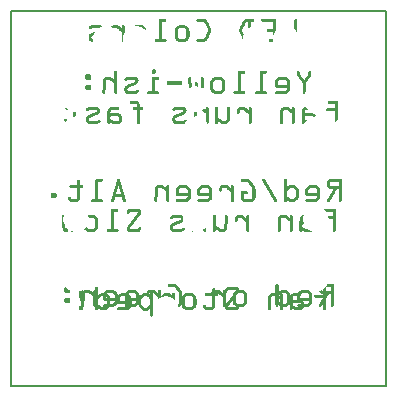
<source format=gbo>
G04 MADE WITH FRITZING*
G04 WWW.FRITZING.ORG*
G04 DOUBLE SIDED*
G04 HOLES PLATED*
G04 CONTOUR ON CENTER OF CONTOUR VECTOR*
%ASAXBY*%
%FSLAX23Y23*%
%MOIN*%
%OFA0B0*%
%SFA1.0B1.0*%
%ADD10R,1.259840X1.259840X1.243840X1.243840*%
%ADD11C,0.008000*%
%ADD12R,0.001000X0.001000*%
%LNSILK0*%
G90*
G70*
G54D11*
X4Y1256D02*
X1256Y1256D01*
X1256Y4D01*
X4Y4D01*
X4Y1256D01*
D02*
G54D12*
X502Y1229D02*
X519Y1229D01*
X627Y1229D02*
X648Y1229D01*
X790Y1229D02*
X812Y1229D01*
X842Y1229D02*
X887Y1229D01*
X954Y1229D02*
X955Y1229D01*
X501Y1228D02*
X521Y1228D01*
X625Y1228D02*
X651Y1228D01*
X787Y1228D02*
X814Y1228D01*
X840Y1228D02*
X887Y1228D01*
X952Y1228D02*
X957Y1228D01*
X500Y1227D02*
X522Y1227D01*
X624Y1227D02*
X653Y1227D01*
X785Y1227D02*
X814Y1227D01*
X840Y1227D02*
X887Y1227D01*
X951Y1227D02*
X958Y1227D01*
X499Y1226D02*
X522Y1226D01*
X623Y1226D02*
X655Y1226D01*
X784Y1226D02*
X815Y1226D01*
X839Y1226D02*
X887Y1226D01*
X951Y1226D02*
X959Y1226D01*
X499Y1225D02*
X523Y1225D01*
X623Y1225D02*
X656Y1225D01*
X783Y1225D02*
X815Y1225D01*
X839Y1225D02*
X887Y1225D01*
X950Y1225D02*
X959Y1225D01*
X499Y1224D02*
X523Y1224D01*
X623Y1224D02*
X657Y1224D01*
X781Y1224D02*
X815Y1224D01*
X839Y1224D02*
X887Y1224D01*
X950Y1224D02*
X959Y1224D01*
X499Y1223D02*
X522Y1223D01*
X623Y1223D02*
X658Y1223D01*
X781Y1223D02*
X815Y1223D01*
X839Y1223D02*
X887Y1223D01*
X950Y1223D02*
X959Y1223D01*
X499Y1222D02*
X522Y1222D01*
X623Y1222D02*
X658Y1222D01*
X780Y1222D02*
X815Y1222D01*
X839Y1222D02*
X887Y1222D01*
X950Y1222D02*
X959Y1222D01*
X499Y1221D02*
X521Y1221D01*
X624Y1221D02*
X659Y1221D01*
X779Y1221D02*
X814Y1221D01*
X840Y1221D02*
X887Y1221D01*
X950Y1221D02*
X959Y1221D01*
X499Y1220D02*
X520Y1220D01*
X625Y1220D02*
X659Y1220D01*
X779Y1220D02*
X813Y1220D01*
X841Y1220D02*
X887Y1220D01*
X950Y1220D02*
X959Y1220D01*
X499Y1219D02*
X508Y1219D01*
X647Y1219D02*
X660Y1219D01*
X778Y1219D02*
X791Y1219D01*
X796Y1219D02*
X806Y1219D01*
X878Y1219D02*
X887Y1219D01*
X950Y1219D02*
X959Y1219D01*
X499Y1218D02*
X508Y1218D01*
X650Y1218D02*
X660Y1218D01*
X778Y1218D02*
X789Y1218D01*
X796Y1218D02*
X805Y1218D01*
X878Y1218D02*
X887Y1218D01*
X950Y1218D02*
X959Y1218D01*
X499Y1217D02*
X508Y1217D01*
X650Y1217D02*
X661Y1217D01*
X777Y1217D02*
X788Y1217D01*
X796Y1217D02*
X805Y1217D01*
X878Y1217D02*
X887Y1217D01*
X950Y1217D02*
X959Y1217D01*
X499Y1216D02*
X508Y1216D01*
X651Y1216D02*
X661Y1216D01*
X777Y1216D02*
X787Y1216D01*
X796Y1216D02*
X805Y1216D01*
X878Y1216D02*
X887Y1216D01*
X950Y1216D02*
X959Y1216D01*
X499Y1215D02*
X508Y1215D01*
X651Y1215D02*
X662Y1215D01*
X776Y1215D02*
X787Y1215D01*
X796Y1215D02*
X805Y1215D01*
X878Y1215D02*
X887Y1215D01*
X950Y1215D02*
X959Y1215D01*
X499Y1214D02*
X508Y1214D01*
X652Y1214D02*
X662Y1214D01*
X776Y1214D02*
X786Y1214D01*
X796Y1214D02*
X805Y1214D01*
X878Y1214D02*
X887Y1214D01*
X950Y1214D02*
X959Y1214D01*
X499Y1213D02*
X508Y1213D01*
X652Y1213D02*
X663Y1213D01*
X775Y1213D02*
X786Y1213D01*
X796Y1213D02*
X805Y1213D01*
X878Y1213D02*
X887Y1213D01*
X950Y1213D02*
X959Y1213D01*
X499Y1212D02*
X508Y1212D01*
X653Y1212D02*
X663Y1212D01*
X775Y1212D02*
X785Y1212D01*
X796Y1212D02*
X805Y1212D01*
X878Y1212D02*
X887Y1212D01*
X950Y1212D02*
X959Y1212D01*
X499Y1211D02*
X508Y1211D01*
X653Y1211D02*
X664Y1211D01*
X774Y1211D02*
X785Y1211D01*
X796Y1211D02*
X805Y1211D01*
X878Y1211D02*
X887Y1211D01*
X950Y1211D02*
X959Y1211D01*
X499Y1210D02*
X508Y1210D01*
X654Y1210D02*
X664Y1210D01*
X774Y1210D02*
X784Y1210D01*
X796Y1210D02*
X805Y1210D01*
X878Y1210D02*
X887Y1210D01*
X950Y1210D02*
X959Y1210D01*
X499Y1209D02*
X508Y1209D01*
X654Y1209D02*
X665Y1209D01*
X773Y1209D02*
X784Y1209D01*
X796Y1209D02*
X805Y1209D01*
X878Y1209D02*
X887Y1209D01*
X950Y1209D02*
X959Y1209D01*
X277Y1208D02*
X298Y1208D01*
X349Y1208D02*
X359Y1208D01*
X425Y1208D02*
X438Y1208D01*
X499Y1208D02*
X508Y1208D01*
X569Y1208D02*
X582Y1208D01*
X655Y1208D02*
X665Y1208D01*
X773Y1208D02*
X783Y1208D01*
X796Y1208D02*
X805Y1208D01*
X878Y1208D02*
X887Y1208D01*
X950Y1208D02*
X959Y1208D01*
X272Y1207D02*
X303Y1207D01*
X344Y1207D02*
X362Y1207D01*
X377Y1207D02*
X382Y1207D01*
X420Y1207D02*
X443Y1207D01*
X499Y1207D02*
X508Y1207D01*
X564Y1207D02*
X586Y1207D01*
X656Y1207D02*
X666Y1207D01*
X772Y1207D02*
X783Y1207D01*
X796Y1207D02*
X805Y1207D01*
X878Y1207D02*
X887Y1207D01*
X950Y1207D02*
X959Y1207D01*
X270Y1206D02*
X305Y1206D01*
X342Y1206D02*
X363Y1206D01*
X376Y1206D02*
X383Y1206D01*
X418Y1206D02*
X445Y1206D01*
X499Y1206D02*
X508Y1206D01*
X562Y1206D02*
X588Y1206D01*
X656Y1206D02*
X666Y1206D01*
X772Y1206D02*
X782Y1206D01*
X796Y1206D02*
X805Y1206D01*
X878Y1206D02*
X887Y1206D01*
X950Y1206D02*
X959Y1206D01*
X268Y1205D02*
X306Y1205D01*
X341Y1205D02*
X364Y1205D01*
X375Y1205D02*
X383Y1205D01*
X417Y1205D02*
X446Y1205D01*
X499Y1205D02*
X508Y1205D01*
X560Y1205D02*
X590Y1205D01*
X657Y1205D02*
X667Y1205D01*
X771Y1205D02*
X782Y1205D01*
X796Y1205D02*
X805Y1205D01*
X878Y1205D02*
X887Y1205D01*
X950Y1205D02*
X959Y1205D01*
X267Y1204D02*
X307Y1204D01*
X340Y1204D02*
X365Y1204D01*
X375Y1204D02*
X383Y1204D01*
X415Y1204D02*
X415Y1204D01*
X428Y1204D02*
X447Y1204D01*
X499Y1204D02*
X508Y1204D01*
X559Y1204D02*
X591Y1204D01*
X657Y1204D02*
X667Y1204D01*
X771Y1204D02*
X781Y1204D01*
X796Y1204D02*
X805Y1204D01*
X878Y1204D02*
X887Y1204D01*
X950Y1204D02*
X959Y1204D01*
X266Y1203D02*
X308Y1203D01*
X339Y1203D02*
X367Y1203D01*
X375Y1203D02*
X384Y1203D01*
X433Y1203D02*
X448Y1203D01*
X499Y1203D02*
X508Y1203D01*
X558Y1203D02*
X592Y1203D01*
X658Y1203D02*
X668Y1203D01*
X770Y1203D02*
X781Y1203D01*
X796Y1203D02*
X805Y1203D01*
X878Y1203D02*
X887Y1203D01*
X950Y1203D02*
X959Y1203D01*
X265Y1202D02*
X306Y1202D01*
X338Y1202D02*
X368Y1202D01*
X375Y1202D02*
X384Y1202D01*
X436Y1202D02*
X450Y1202D01*
X499Y1202D02*
X508Y1202D01*
X557Y1202D02*
X593Y1202D01*
X658Y1202D02*
X668Y1202D01*
X770Y1202D02*
X780Y1202D01*
X796Y1202D02*
X805Y1202D01*
X878Y1202D02*
X887Y1202D01*
X950Y1202D02*
X959Y1202D01*
X265Y1201D02*
X304Y1201D01*
X339Y1201D02*
X369Y1201D01*
X375Y1201D02*
X384Y1201D01*
X439Y1201D02*
X451Y1201D01*
X499Y1201D02*
X508Y1201D01*
X556Y1201D02*
X595Y1201D01*
X659Y1201D02*
X669Y1201D01*
X769Y1201D02*
X780Y1201D01*
X796Y1201D02*
X803Y1201D01*
X878Y1201D02*
X887Y1201D01*
X950Y1201D02*
X959Y1201D01*
X264Y1200D02*
X302Y1200D01*
X341Y1200D02*
X370Y1200D01*
X375Y1200D02*
X384Y1200D01*
X441Y1200D02*
X452Y1200D01*
X499Y1200D02*
X508Y1200D01*
X555Y1200D02*
X596Y1200D01*
X659Y1200D02*
X669Y1200D01*
X769Y1200D02*
X779Y1200D01*
X796Y1200D02*
X801Y1200D01*
X878Y1200D02*
X887Y1200D01*
X950Y1200D02*
X959Y1200D01*
X264Y1199D02*
X300Y1199D01*
X343Y1199D02*
X371Y1199D01*
X375Y1199D02*
X384Y1199D01*
X443Y1199D02*
X452Y1199D01*
X499Y1199D02*
X508Y1199D01*
X554Y1199D02*
X596Y1199D01*
X660Y1199D02*
X670Y1199D01*
X768Y1199D02*
X779Y1199D01*
X796Y1199D02*
X799Y1199D01*
X878Y1199D02*
X887Y1199D01*
X950Y1199D02*
X959Y1199D01*
X264Y1198D02*
X298Y1198D01*
X345Y1198D02*
X372Y1198D01*
X375Y1198D02*
X384Y1198D01*
X445Y1198D02*
X453Y1198D01*
X499Y1198D02*
X508Y1198D01*
X553Y1198D02*
X597Y1198D01*
X660Y1198D02*
X670Y1198D01*
X768Y1198D02*
X778Y1198D01*
X796Y1198D02*
X798Y1198D01*
X878Y1198D02*
X887Y1198D01*
X950Y1198D02*
X959Y1198D01*
X264Y1197D02*
X274Y1197D01*
X346Y1197D02*
X346Y1197D01*
X359Y1197D02*
X384Y1197D01*
X446Y1197D02*
X454Y1197D01*
X499Y1197D02*
X508Y1197D01*
X553Y1197D02*
X565Y1197D01*
X585Y1197D02*
X598Y1197D01*
X661Y1197D02*
X670Y1197D01*
X768Y1197D02*
X778Y1197D01*
X796Y1197D02*
X796Y1197D01*
X878Y1197D02*
X887Y1197D01*
X950Y1197D02*
X959Y1197D01*
X265Y1196D02*
X272Y1196D01*
X360Y1196D02*
X384Y1196D01*
X448Y1196D02*
X454Y1196D01*
X499Y1196D02*
X508Y1196D01*
X552Y1196D02*
X564Y1196D01*
X586Y1196D02*
X598Y1196D01*
X661Y1196D02*
X671Y1196D01*
X767Y1196D02*
X777Y1196D01*
X878Y1196D02*
X887Y1196D01*
X950Y1196D02*
X959Y1196D01*
X266Y1195D02*
X271Y1195D01*
X361Y1195D02*
X384Y1195D01*
X449Y1195D02*
X455Y1195D01*
X499Y1195D02*
X508Y1195D01*
X552Y1195D02*
X563Y1195D01*
X587Y1195D02*
X598Y1195D01*
X661Y1195D02*
X671Y1195D01*
X767Y1195D02*
X777Y1195D01*
X862Y1195D02*
X887Y1195D01*
X950Y1195D02*
X959Y1195D01*
X267Y1194D02*
X270Y1194D01*
X363Y1194D02*
X384Y1194D01*
X450Y1194D02*
X455Y1194D01*
X499Y1194D02*
X508Y1194D01*
X551Y1194D02*
X562Y1194D01*
X588Y1194D02*
X599Y1194D01*
X662Y1194D02*
X671Y1194D01*
X767Y1194D02*
X776Y1194D01*
X860Y1194D02*
X887Y1194D01*
X950Y1194D02*
X959Y1194D01*
X364Y1193D02*
X384Y1193D01*
X452Y1193D02*
X455Y1193D01*
X499Y1193D02*
X508Y1193D01*
X551Y1193D02*
X561Y1193D01*
X589Y1193D02*
X599Y1193D01*
X662Y1193D02*
X671Y1193D01*
X767Y1193D02*
X776Y1193D01*
X859Y1193D02*
X887Y1193D01*
X951Y1193D02*
X959Y1193D01*
X365Y1192D02*
X384Y1192D01*
X453Y1192D02*
X455Y1192D01*
X499Y1192D02*
X508Y1192D01*
X551Y1192D02*
X560Y1192D01*
X590Y1192D02*
X599Y1192D01*
X662Y1192D02*
X671Y1192D01*
X767Y1192D02*
X776Y1192D01*
X859Y1192D02*
X887Y1192D01*
X952Y1192D02*
X959Y1192D01*
X366Y1191D02*
X384Y1191D01*
X454Y1191D02*
X455Y1191D01*
X499Y1191D02*
X508Y1191D01*
X551Y1191D02*
X560Y1191D01*
X590Y1191D02*
X599Y1191D01*
X662Y1191D02*
X671Y1191D01*
X767Y1191D02*
X776Y1191D01*
X859Y1191D02*
X887Y1191D01*
X953Y1191D02*
X959Y1191D01*
X367Y1190D02*
X384Y1190D01*
X455Y1190D02*
X456Y1190D01*
X499Y1190D02*
X508Y1190D01*
X551Y1190D02*
X560Y1190D01*
X590Y1190D02*
X599Y1190D01*
X662Y1190D02*
X671Y1190D01*
X767Y1190D02*
X776Y1190D01*
X858Y1190D02*
X887Y1190D01*
X954Y1190D02*
X959Y1190D01*
X368Y1189D02*
X384Y1189D01*
X455Y1189D02*
X456Y1189D01*
X499Y1189D02*
X508Y1189D01*
X551Y1189D02*
X560Y1189D01*
X590Y1189D02*
X600Y1189D01*
X662Y1189D02*
X671Y1189D01*
X767Y1189D02*
X776Y1189D01*
X859Y1189D02*
X887Y1189D01*
X955Y1189D02*
X959Y1189D01*
X370Y1188D02*
X384Y1188D01*
X456Y1188D02*
X456Y1188D01*
X499Y1188D02*
X508Y1188D01*
X551Y1188D02*
X560Y1188D01*
X590Y1188D02*
X600Y1188D01*
X662Y1188D02*
X671Y1188D01*
X767Y1188D02*
X776Y1188D01*
X859Y1188D02*
X886Y1188D01*
X956Y1188D02*
X959Y1188D01*
X371Y1187D02*
X384Y1187D01*
X499Y1187D02*
X508Y1187D01*
X551Y1187D02*
X560Y1187D01*
X590Y1187D02*
X600Y1187D01*
X662Y1187D02*
X671Y1187D01*
X767Y1187D02*
X776Y1187D01*
X860Y1187D02*
X886Y1187D01*
X957Y1187D02*
X959Y1187D01*
X284Y1186D02*
X285Y1186D01*
X372Y1186D02*
X384Y1186D01*
X499Y1186D02*
X508Y1186D01*
X551Y1186D02*
X560Y1186D01*
X590Y1186D02*
X600Y1186D01*
X662Y1186D02*
X671Y1186D01*
X767Y1186D02*
X777Y1186D01*
X861Y1186D02*
X885Y1186D01*
X957Y1186D02*
X959Y1186D01*
X282Y1185D02*
X285Y1185D01*
X373Y1185D02*
X384Y1185D01*
X499Y1185D02*
X508Y1185D01*
X551Y1185D02*
X560Y1185D01*
X590Y1185D02*
X600Y1185D01*
X661Y1185D02*
X671Y1185D01*
X767Y1185D02*
X777Y1185D01*
X878Y1185D02*
X884Y1185D01*
X958Y1185D02*
X959Y1185D01*
X280Y1184D02*
X284Y1184D01*
X374Y1184D02*
X384Y1184D01*
X499Y1184D02*
X508Y1184D01*
X551Y1184D02*
X560Y1184D01*
X590Y1184D02*
X600Y1184D01*
X661Y1184D02*
X671Y1184D01*
X768Y1184D02*
X777Y1184D01*
X878Y1184D02*
X884Y1184D01*
X959Y1184D02*
X959Y1184D01*
X278Y1183D02*
X283Y1183D01*
X375Y1183D02*
X383Y1183D01*
X499Y1183D02*
X508Y1183D01*
X551Y1183D02*
X560Y1183D01*
X590Y1183D02*
X600Y1183D01*
X660Y1183D02*
X670Y1183D01*
X768Y1183D02*
X778Y1183D01*
X878Y1183D02*
X883Y1183D01*
X959Y1183D02*
X959Y1183D01*
X275Y1182D02*
X283Y1182D01*
X375Y1182D02*
X383Y1182D01*
X499Y1182D02*
X508Y1182D01*
X551Y1182D02*
X560Y1182D01*
X590Y1182D02*
X600Y1182D01*
X660Y1182D02*
X670Y1182D01*
X768Y1182D02*
X778Y1182D01*
X878Y1182D02*
X882Y1182D01*
X273Y1181D02*
X282Y1181D01*
X375Y1181D02*
X382Y1181D01*
X499Y1181D02*
X508Y1181D01*
X551Y1181D02*
X560Y1181D01*
X590Y1181D02*
X600Y1181D01*
X659Y1181D02*
X669Y1181D01*
X769Y1181D02*
X779Y1181D01*
X878Y1181D02*
X882Y1181D01*
X271Y1180D02*
X282Y1180D01*
X375Y1180D02*
X382Y1180D01*
X499Y1180D02*
X508Y1180D01*
X551Y1180D02*
X560Y1180D01*
X590Y1180D02*
X600Y1180D01*
X659Y1180D02*
X669Y1180D01*
X769Y1180D02*
X779Y1180D01*
X878Y1180D02*
X881Y1180D01*
X269Y1179D02*
X281Y1179D01*
X375Y1179D02*
X381Y1179D01*
X499Y1179D02*
X508Y1179D01*
X551Y1179D02*
X560Y1179D01*
X590Y1179D02*
X600Y1179D01*
X658Y1179D02*
X669Y1179D01*
X770Y1179D02*
X780Y1179D01*
X878Y1179D02*
X881Y1179D01*
X268Y1178D02*
X281Y1178D01*
X375Y1178D02*
X381Y1178D01*
X499Y1178D02*
X508Y1178D01*
X551Y1178D02*
X560Y1178D01*
X590Y1178D02*
X600Y1178D01*
X658Y1178D02*
X668Y1178D01*
X770Y1178D02*
X780Y1178D01*
X878Y1178D02*
X880Y1178D01*
X267Y1177D02*
X280Y1177D01*
X375Y1177D02*
X380Y1177D01*
X499Y1177D02*
X508Y1177D01*
X551Y1177D02*
X560Y1177D01*
X590Y1177D02*
X600Y1177D01*
X657Y1177D02*
X668Y1177D01*
X771Y1177D02*
X780Y1177D01*
X878Y1177D02*
X880Y1177D01*
X266Y1176D02*
X280Y1176D01*
X375Y1176D02*
X380Y1176D01*
X499Y1176D02*
X508Y1176D01*
X551Y1176D02*
X560Y1176D01*
X590Y1176D02*
X600Y1176D01*
X657Y1176D02*
X667Y1176D01*
X771Y1176D02*
X780Y1176D01*
X878Y1176D02*
X879Y1176D01*
X266Y1175D02*
X280Y1175D01*
X375Y1175D02*
X379Y1175D01*
X499Y1175D02*
X508Y1175D01*
X551Y1175D02*
X560Y1175D01*
X590Y1175D02*
X600Y1175D01*
X656Y1175D02*
X667Y1175D01*
X772Y1175D02*
X779Y1175D01*
X878Y1175D02*
X879Y1175D01*
X265Y1174D02*
X279Y1174D01*
X375Y1174D02*
X379Y1174D01*
X499Y1174D02*
X508Y1174D01*
X551Y1174D02*
X560Y1174D01*
X590Y1174D02*
X600Y1174D01*
X656Y1174D02*
X666Y1174D01*
X772Y1174D02*
X779Y1174D01*
X878Y1174D02*
X879Y1174D01*
X264Y1173D02*
X279Y1173D01*
X375Y1173D02*
X379Y1173D01*
X499Y1173D02*
X508Y1173D01*
X551Y1173D02*
X560Y1173D01*
X590Y1173D02*
X600Y1173D01*
X655Y1173D02*
X666Y1173D01*
X773Y1173D02*
X779Y1173D01*
X878Y1173D02*
X879Y1173D01*
X264Y1172D02*
X276Y1172D01*
X375Y1172D02*
X379Y1172D01*
X499Y1172D02*
X508Y1172D01*
X551Y1172D02*
X560Y1172D01*
X590Y1172D02*
X600Y1172D01*
X655Y1172D02*
X665Y1172D01*
X773Y1172D02*
X778Y1172D01*
X878Y1172D02*
X878Y1172D01*
X265Y1171D02*
X274Y1171D01*
X375Y1171D02*
X378Y1171D01*
X499Y1171D02*
X508Y1171D01*
X551Y1171D02*
X560Y1171D01*
X590Y1171D02*
X600Y1171D01*
X654Y1171D02*
X665Y1171D01*
X774Y1171D02*
X778Y1171D01*
X878Y1171D02*
X878Y1171D01*
X265Y1170D02*
X273Y1170D01*
X375Y1170D02*
X378Y1170D01*
X499Y1170D02*
X508Y1170D01*
X551Y1170D02*
X560Y1170D01*
X590Y1170D02*
X600Y1170D01*
X654Y1170D02*
X664Y1170D01*
X774Y1170D02*
X778Y1170D01*
X878Y1170D02*
X878Y1170D01*
X265Y1169D02*
X273Y1169D01*
X375Y1169D02*
X378Y1169D01*
X499Y1169D02*
X508Y1169D01*
X551Y1169D02*
X560Y1169D01*
X590Y1169D02*
X599Y1169D01*
X653Y1169D02*
X664Y1169D01*
X775Y1169D02*
X778Y1169D01*
X878Y1169D02*
X878Y1169D01*
X265Y1168D02*
X272Y1168D01*
X375Y1168D02*
X378Y1168D01*
X499Y1168D02*
X508Y1168D01*
X551Y1168D02*
X560Y1168D01*
X590Y1168D02*
X599Y1168D01*
X653Y1168D02*
X663Y1168D01*
X775Y1168D02*
X777Y1168D01*
X265Y1167D02*
X272Y1167D01*
X375Y1167D02*
X378Y1167D01*
X499Y1167D02*
X508Y1167D01*
X551Y1167D02*
X561Y1167D01*
X590Y1167D02*
X599Y1167D01*
X652Y1167D02*
X663Y1167D01*
X776Y1167D02*
X777Y1167D01*
X266Y1166D02*
X272Y1166D01*
X375Y1166D02*
X377Y1166D01*
X499Y1166D02*
X508Y1166D01*
X551Y1166D02*
X561Y1166D01*
X589Y1166D02*
X599Y1166D01*
X652Y1166D02*
X662Y1166D01*
X776Y1166D02*
X777Y1166D01*
X266Y1165D02*
X273Y1165D01*
X375Y1165D02*
X377Y1165D01*
X499Y1165D02*
X508Y1165D01*
X551Y1165D02*
X562Y1165D01*
X588Y1165D02*
X599Y1165D01*
X651Y1165D02*
X662Y1165D01*
X776Y1165D02*
X777Y1165D01*
X266Y1164D02*
X273Y1164D01*
X375Y1164D02*
X377Y1164D01*
X499Y1164D02*
X508Y1164D01*
X552Y1164D02*
X563Y1164D01*
X587Y1164D02*
X599Y1164D01*
X651Y1164D02*
X661Y1164D01*
X777Y1164D02*
X777Y1164D01*
X266Y1163D02*
X274Y1163D01*
X375Y1163D02*
X377Y1163D01*
X499Y1163D02*
X508Y1163D01*
X552Y1163D02*
X565Y1163D01*
X586Y1163D02*
X598Y1163D01*
X650Y1163D02*
X661Y1163D01*
X777Y1163D02*
X777Y1163D01*
X266Y1162D02*
X275Y1162D01*
X375Y1162D02*
X377Y1162D01*
X499Y1162D02*
X508Y1162D01*
X553Y1162D02*
X566Y1162D01*
X584Y1162D02*
X598Y1162D01*
X649Y1162D02*
X660Y1162D01*
X266Y1161D02*
X277Y1161D01*
X375Y1161D02*
X377Y1161D01*
X487Y1161D02*
X519Y1161D01*
X553Y1161D02*
X597Y1161D01*
X626Y1161D02*
X660Y1161D01*
X866Y1161D02*
X877Y1161D01*
X266Y1160D02*
X277Y1160D01*
X375Y1160D02*
X377Y1160D01*
X486Y1160D02*
X521Y1160D01*
X554Y1160D02*
X596Y1160D01*
X624Y1160D02*
X659Y1160D01*
X866Y1160D02*
X877Y1160D01*
X266Y1159D02*
X277Y1159D01*
X375Y1159D02*
X377Y1159D01*
X485Y1159D02*
X522Y1159D01*
X555Y1159D02*
X595Y1159D01*
X624Y1159D02*
X658Y1159D01*
X866Y1159D02*
X877Y1159D01*
X266Y1158D02*
X277Y1158D01*
X375Y1158D02*
X377Y1158D01*
X484Y1158D02*
X522Y1158D01*
X556Y1158D02*
X594Y1158D01*
X623Y1158D02*
X658Y1158D01*
X865Y1158D02*
X877Y1158D01*
X267Y1157D02*
X277Y1157D01*
X375Y1157D02*
X377Y1157D01*
X484Y1157D02*
X523Y1157D01*
X557Y1157D02*
X593Y1157D01*
X623Y1157D02*
X657Y1157D01*
X865Y1157D02*
X877Y1157D01*
X267Y1156D02*
X277Y1156D01*
X375Y1156D02*
X377Y1156D01*
X484Y1156D02*
X523Y1156D01*
X558Y1156D02*
X592Y1156D01*
X623Y1156D02*
X656Y1156D01*
X865Y1156D02*
X877Y1156D01*
X268Y1155D02*
X277Y1155D01*
X375Y1155D02*
X377Y1155D01*
X484Y1155D02*
X522Y1155D01*
X560Y1155D02*
X591Y1155D01*
X623Y1155D02*
X655Y1155D01*
X865Y1155D02*
X877Y1155D01*
X270Y1154D02*
X278Y1154D01*
X375Y1154D02*
X378Y1154D01*
X484Y1154D02*
X522Y1154D01*
X561Y1154D02*
X589Y1154D01*
X623Y1154D02*
X654Y1154D01*
X865Y1154D02*
X877Y1154D01*
X271Y1153D02*
X278Y1153D01*
X376Y1153D02*
X378Y1153D01*
X485Y1153D02*
X521Y1153D01*
X562Y1153D02*
X588Y1153D01*
X624Y1153D02*
X652Y1153D01*
X865Y1153D02*
X877Y1153D01*
X274Y1152D02*
X278Y1152D01*
X377Y1152D02*
X378Y1152D01*
X486Y1152D02*
X520Y1152D01*
X565Y1152D02*
X585Y1152D01*
X625Y1152D02*
X650Y1152D01*
X865Y1152D02*
X878Y1152D01*
X478Y1060D02*
X483Y1060D01*
X476Y1059D02*
X486Y1059D01*
X475Y1058D02*
X487Y1058D01*
X474Y1057D02*
X488Y1057D01*
X474Y1056D02*
X488Y1056D01*
X352Y1055D02*
X357Y1055D01*
X474Y1055D02*
X488Y1055D01*
X764Y1055D02*
X783Y1055D01*
X836Y1055D02*
X855Y1055D01*
X960Y1055D02*
X964Y1055D01*
X1000Y1055D02*
X1004Y1055D01*
X351Y1054D02*
X358Y1054D01*
X474Y1054D02*
X488Y1054D01*
X763Y1054D02*
X784Y1054D01*
X835Y1054D02*
X856Y1054D01*
X959Y1054D02*
X966Y1054D01*
X999Y1054D02*
X1005Y1054D01*
X350Y1053D02*
X358Y1053D01*
X474Y1053D02*
X488Y1053D01*
X762Y1053D02*
X785Y1053D01*
X834Y1053D02*
X857Y1053D01*
X958Y1053D02*
X966Y1053D01*
X998Y1053D02*
X1006Y1053D01*
X350Y1052D02*
X359Y1052D01*
X474Y1052D02*
X488Y1052D01*
X762Y1052D02*
X785Y1052D01*
X834Y1052D02*
X857Y1052D01*
X958Y1052D02*
X967Y1052D01*
X998Y1052D02*
X1006Y1052D01*
X350Y1051D02*
X359Y1051D01*
X474Y1051D02*
X488Y1051D01*
X762Y1051D02*
X786Y1051D01*
X834Y1051D02*
X858Y1051D01*
X958Y1051D02*
X967Y1051D01*
X997Y1051D02*
X1006Y1051D01*
X350Y1050D02*
X359Y1050D01*
X474Y1050D02*
X488Y1050D01*
X762Y1050D02*
X786Y1050D01*
X834Y1050D02*
X857Y1050D01*
X958Y1050D02*
X967Y1050D01*
X997Y1050D02*
X1006Y1050D01*
X350Y1049D02*
X359Y1049D01*
X474Y1049D02*
X488Y1049D01*
X762Y1049D02*
X785Y1049D01*
X834Y1049D02*
X857Y1049D01*
X958Y1049D02*
X967Y1049D01*
X997Y1049D02*
X1006Y1049D01*
X350Y1048D02*
X359Y1048D01*
X475Y1048D02*
X487Y1048D01*
X762Y1048D02*
X785Y1048D01*
X834Y1048D02*
X857Y1048D01*
X958Y1048D02*
X967Y1048D01*
X997Y1048D02*
X1006Y1048D01*
X350Y1047D02*
X359Y1047D01*
X476Y1047D02*
X486Y1047D01*
X762Y1047D02*
X784Y1047D01*
X834Y1047D02*
X856Y1047D01*
X958Y1047D02*
X967Y1047D01*
X997Y1047D02*
X1006Y1047D01*
X350Y1046D02*
X359Y1046D01*
X478Y1046D02*
X484Y1046D01*
X762Y1046D02*
X782Y1046D01*
X834Y1046D02*
X854Y1046D01*
X958Y1046D02*
X967Y1046D01*
X997Y1046D02*
X1006Y1046D01*
X350Y1045D02*
X359Y1045D01*
X762Y1045D02*
X771Y1045D01*
X834Y1045D02*
X843Y1045D01*
X958Y1045D02*
X967Y1045D01*
X997Y1045D02*
X1006Y1045D01*
X350Y1044D02*
X359Y1044D01*
X762Y1044D02*
X771Y1044D01*
X834Y1044D02*
X843Y1044D01*
X958Y1044D02*
X967Y1044D01*
X997Y1044D02*
X1006Y1044D01*
X257Y1043D02*
X268Y1043D01*
X350Y1043D02*
X359Y1043D01*
X762Y1043D02*
X771Y1043D01*
X834Y1043D02*
X843Y1043D01*
X958Y1043D02*
X968Y1043D01*
X996Y1043D02*
X1006Y1043D01*
X255Y1042D02*
X270Y1042D01*
X350Y1042D02*
X359Y1042D01*
X762Y1042D02*
X771Y1042D01*
X834Y1042D02*
X843Y1042D01*
X958Y1042D02*
X969Y1042D01*
X996Y1042D02*
X1006Y1042D01*
X254Y1041D02*
X271Y1041D01*
X350Y1041D02*
X359Y1041D01*
X762Y1041D02*
X771Y1041D01*
X834Y1041D02*
X843Y1041D01*
X958Y1041D02*
X969Y1041D01*
X995Y1041D02*
X1006Y1041D01*
X253Y1040D02*
X272Y1040D01*
X350Y1040D02*
X359Y1040D01*
X762Y1040D02*
X771Y1040D01*
X834Y1040D02*
X843Y1040D01*
X958Y1040D02*
X970Y1040D01*
X994Y1040D02*
X1006Y1040D01*
X253Y1039D02*
X272Y1039D01*
X350Y1039D02*
X359Y1039D01*
X762Y1039D02*
X771Y1039D01*
X834Y1039D02*
X843Y1039D01*
X959Y1039D02*
X971Y1039D01*
X993Y1039D02*
X1005Y1039D01*
X253Y1038D02*
X272Y1038D01*
X350Y1038D02*
X359Y1038D01*
X762Y1038D02*
X771Y1038D01*
X834Y1038D02*
X843Y1038D01*
X960Y1038D02*
X972Y1038D01*
X993Y1038D02*
X1004Y1038D01*
X253Y1037D02*
X272Y1037D01*
X350Y1037D02*
X359Y1037D01*
X762Y1037D02*
X771Y1037D01*
X834Y1037D02*
X843Y1037D01*
X961Y1037D02*
X972Y1037D01*
X992Y1037D02*
X1004Y1037D01*
X253Y1036D02*
X272Y1036D01*
X350Y1036D02*
X359Y1036D01*
X762Y1036D02*
X771Y1036D01*
X834Y1036D02*
X843Y1036D01*
X961Y1036D02*
X973Y1036D01*
X991Y1036D02*
X1003Y1036D01*
X253Y1035D02*
X272Y1035D01*
X350Y1035D02*
X359Y1035D01*
X762Y1035D02*
X771Y1035D01*
X834Y1035D02*
X843Y1035D01*
X962Y1035D02*
X974Y1035D01*
X990Y1035D02*
X1002Y1035D01*
X253Y1034D02*
X272Y1034D01*
X322Y1034D02*
X336Y1034D01*
X350Y1034D02*
X359Y1034D01*
X392Y1034D02*
X421Y1034D01*
X477Y1034D02*
X495Y1034D01*
X600Y1034D02*
X603Y1034D01*
X641Y1034D02*
X645Y1034D01*
X684Y1034D02*
X705Y1034D01*
X762Y1034D02*
X771Y1034D01*
X834Y1034D02*
X843Y1034D01*
X900Y1034D02*
X920Y1034D01*
X963Y1034D02*
X975Y1034D01*
X989Y1034D02*
X1001Y1034D01*
X253Y1033D02*
X272Y1033D01*
X319Y1033D02*
X338Y1033D01*
X350Y1033D02*
X359Y1033D01*
X389Y1033D02*
X423Y1033D01*
X475Y1033D02*
X497Y1033D01*
X598Y1033D02*
X605Y1033D01*
X640Y1033D02*
X646Y1033D01*
X682Y1033D02*
X707Y1033D01*
X762Y1033D02*
X771Y1033D01*
X834Y1033D02*
X843Y1033D01*
X897Y1033D02*
X923Y1033D01*
X964Y1033D02*
X975Y1033D01*
X989Y1033D02*
X1000Y1033D01*
X253Y1032D02*
X272Y1032D01*
X318Y1032D02*
X340Y1032D01*
X350Y1032D02*
X359Y1032D01*
X388Y1032D02*
X425Y1032D01*
X475Y1032D02*
X497Y1032D01*
X598Y1032D02*
X605Y1032D01*
X639Y1032D02*
X647Y1032D01*
X680Y1032D02*
X709Y1032D01*
X762Y1032D02*
X771Y1032D01*
X834Y1032D02*
X843Y1032D01*
X896Y1032D02*
X924Y1032D01*
X964Y1032D02*
X976Y1032D01*
X988Y1032D02*
X1000Y1032D01*
X253Y1031D02*
X272Y1031D01*
X317Y1031D02*
X341Y1031D01*
X350Y1031D02*
X359Y1031D01*
X387Y1031D02*
X426Y1031D01*
X474Y1031D02*
X498Y1031D01*
X597Y1031D02*
X606Y1031D01*
X639Y1031D02*
X647Y1031D01*
X679Y1031D02*
X710Y1031D01*
X762Y1031D02*
X771Y1031D01*
X834Y1031D02*
X843Y1031D01*
X895Y1031D02*
X926Y1031D01*
X965Y1031D02*
X977Y1031D01*
X987Y1031D02*
X999Y1031D01*
X253Y1030D02*
X272Y1030D01*
X316Y1030D02*
X343Y1030D01*
X350Y1030D02*
X359Y1030D01*
X386Y1030D02*
X427Y1030D01*
X474Y1030D02*
X498Y1030D01*
X597Y1030D02*
X606Y1030D01*
X639Y1030D02*
X648Y1030D01*
X677Y1030D02*
X711Y1030D01*
X762Y1030D02*
X771Y1030D01*
X834Y1030D02*
X843Y1030D01*
X893Y1030D02*
X927Y1030D01*
X966Y1030D02*
X978Y1030D01*
X986Y1030D02*
X998Y1030D01*
X253Y1029D02*
X272Y1029D01*
X315Y1029D02*
X344Y1029D01*
X350Y1029D02*
X359Y1029D01*
X385Y1029D02*
X428Y1029D01*
X474Y1029D02*
X498Y1029D01*
X597Y1029D02*
X606Y1029D01*
X639Y1029D02*
X648Y1029D01*
X676Y1029D02*
X712Y1029D01*
X762Y1029D02*
X771Y1029D01*
X834Y1029D02*
X843Y1029D01*
X892Y1029D02*
X928Y1029D01*
X967Y1029D02*
X979Y1029D01*
X986Y1029D02*
X997Y1029D01*
X253Y1028D02*
X272Y1028D01*
X314Y1028D02*
X346Y1028D01*
X350Y1028D02*
X359Y1028D01*
X384Y1028D02*
X428Y1028D01*
X474Y1028D02*
X498Y1028D01*
X597Y1028D02*
X606Y1028D01*
X639Y1028D02*
X648Y1028D01*
X675Y1028D02*
X713Y1028D01*
X762Y1028D02*
X771Y1028D01*
X834Y1028D02*
X843Y1028D01*
X891Y1028D02*
X929Y1028D01*
X968Y1028D02*
X979Y1028D01*
X985Y1028D02*
X997Y1028D01*
X254Y1027D02*
X271Y1027D01*
X313Y1027D02*
X348Y1027D01*
X350Y1027D02*
X359Y1027D01*
X383Y1027D02*
X429Y1027D01*
X474Y1027D02*
X497Y1027D01*
X597Y1027D02*
X606Y1027D01*
X639Y1027D02*
X648Y1027D01*
X674Y1027D02*
X714Y1027D01*
X762Y1027D02*
X771Y1027D01*
X834Y1027D02*
X843Y1027D01*
X890Y1027D02*
X930Y1027D01*
X968Y1027D02*
X980Y1027D01*
X984Y1027D02*
X996Y1027D01*
X255Y1026D02*
X270Y1026D01*
X313Y1026D02*
X359Y1026D01*
X383Y1026D02*
X429Y1026D01*
X474Y1026D02*
X496Y1026D01*
X597Y1026D02*
X606Y1026D01*
X639Y1026D02*
X648Y1026D01*
X673Y1026D02*
X715Y1026D01*
X762Y1026D02*
X771Y1026D01*
X834Y1026D02*
X843Y1026D01*
X889Y1026D02*
X931Y1026D01*
X969Y1026D02*
X981Y1026D01*
X983Y1026D02*
X995Y1026D01*
X256Y1025D02*
X269Y1025D01*
X312Y1025D02*
X359Y1025D01*
X383Y1025D02*
X429Y1025D01*
X474Y1025D02*
X495Y1025D01*
X597Y1025D02*
X606Y1025D01*
X639Y1025D02*
X648Y1025D01*
X672Y1025D02*
X716Y1025D01*
X762Y1025D02*
X771Y1025D01*
X834Y1025D02*
X843Y1025D01*
X888Y1025D02*
X932Y1025D01*
X970Y1025D02*
X994Y1025D01*
X312Y1024D02*
X323Y1024D01*
X334Y1024D02*
X359Y1024D01*
X383Y1024D02*
X393Y1024D01*
X420Y1024D02*
X429Y1024D01*
X474Y1024D02*
X483Y1024D01*
X597Y1024D02*
X606Y1024D01*
X638Y1024D02*
X648Y1024D01*
X672Y1024D02*
X685Y1024D01*
X704Y1024D02*
X717Y1024D01*
X762Y1024D02*
X771Y1024D01*
X834Y1024D02*
X843Y1024D01*
X888Y1024D02*
X901Y1024D01*
X919Y1024D02*
X932Y1024D01*
X971Y1024D02*
X993Y1024D01*
X312Y1023D02*
X322Y1023D01*
X336Y1023D02*
X359Y1023D01*
X384Y1023D02*
X392Y1023D01*
X420Y1023D02*
X430Y1023D01*
X474Y1023D02*
X483Y1023D01*
X597Y1023D02*
X606Y1023D01*
X638Y1023D02*
X648Y1023D01*
X671Y1023D02*
X683Y1023D01*
X705Y1023D02*
X717Y1023D01*
X762Y1023D02*
X771Y1023D01*
X834Y1023D02*
X843Y1023D01*
X887Y1023D02*
X899Y1023D01*
X921Y1023D02*
X933Y1023D01*
X971Y1023D02*
X993Y1023D01*
X312Y1022D02*
X321Y1022D01*
X338Y1022D02*
X359Y1022D01*
X385Y1022D02*
X391Y1022D01*
X421Y1022D02*
X430Y1022D01*
X474Y1022D02*
X483Y1022D01*
X531Y1022D02*
X570Y1022D01*
X597Y1022D02*
X606Y1022D01*
X638Y1022D02*
X648Y1022D01*
X671Y1022D02*
X682Y1022D01*
X706Y1022D02*
X717Y1022D01*
X762Y1022D02*
X771Y1022D01*
X834Y1022D02*
X843Y1022D01*
X887Y1022D02*
X898Y1022D01*
X922Y1022D02*
X933Y1022D01*
X972Y1022D02*
X992Y1022D01*
X311Y1021D02*
X321Y1021D01*
X339Y1021D02*
X359Y1021D01*
X386Y1021D02*
X389Y1021D01*
X421Y1021D02*
X430Y1021D01*
X474Y1021D02*
X483Y1021D01*
X528Y1021D02*
X573Y1021D01*
X597Y1021D02*
X606Y1021D01*
X638Y1021D02*
X647Y1021D01*
X671Y1021D02*
X681Y1021D01*
X707Y1021D02*
X718Y1021D01*
X762Y1021D02*
X771Y1021D01*
X834Y1021D02*
X843Y1021D01*
X886Y1021D02*
X897Y1021D01*
X923Y1021D02*
X934Y1021D01*
X973Y1021D02*
X991Y1021D01*
X311Y1020D02*
X321Y1020D01*
X341Y1020D02*
X359Y1020D01*
X420Y1020D02*
X429Y1020D01*
X474Y1020D02*
X483Y1020D01*
X527Y1020D02*
X574Y1020D01*
X597Y1020D02*
X606Y1020D01*
X638Y1020D02*
X647Y1020D01*
X670Y1020D02*
X680Y1020D01*
X708Y1020D02*
X718Y1020D01*
X762Y1020D02*
X771Y1020D01*
X834Y1020D02*
X843Y1020D01*
X886Y1020D02*
X896Y1020D01*
X924Y1020D02*
X934Y1020D01*
X974Y1020D02*
X990Y1020D01*
X311Y1019D02*
X320Y1019D01*
X342Y1019D02*
X359Y1019D01*
X418Y1019D02*
X429Y1019D01*
X474Y1019D02*
X483Y1019D01*
X526Y1019D02*
X574Y1019D01*
X597Y1019D02*
X606Y1019D01*
X638Y1019D02*
X647Y1019D01*
X670Y1019D02*
X680Y1019D01*
X709Y1019D02*
X718Y1019D01*
X762Y1019D02*
X771Y1019D01*
X834Y1019D02*
X843Y1019D01*
X886Y1019D02*
X895Y1019D01*
X925Y1019D02*
X934Y1019D01*
X975Y1019D02*
X990Y1019D01*
X311Y1018D02*
X320Y1018D01*
X344Y1018D02*
X359Y1018D01*
X416Y1018D02*
X429Y1018D01*
X474Y1018D02*
X483Y1018D01*
X526Y1018D02*
X575Y1018D01*
X597Y1018D02*
X606Y1018D01*
X638Y1018D02*
X647Y1018D01*
X670Y1018D02*
X679Y1018D01*
X709Y1018D02*
X718Y1018D01*
X762Y1018D02*
X771Y1018D01*
X834Y1018D02*
X843Y1018D01*
X886Y1018D02*
X895Y1018D01*
X925Y1018D02*
X934Y1018D01*
X975Y1018D02*
X989Y1018D01*
X311Y1017D02*
X320Y1017D01*
X345Y1017D02*
X359Y1017D01*
X414Y1017D02*
X429Y1017D01*
X474Y1017D02*
X483Y1017D01*
X526Y1017D02*
X575Y1017D01*
X597Y1017D02*
X606Y1017D01*
X620Y1017D02*
X624Y1017D01*
X638Y1017D02*
X647Y1017D01*
X670Y1017D02*
X679Y1017D01*
X709Y1017D02*
X719Y1017D01*
X762Y1017D02*
X771Y1017D01*
X834Y1017D02*
X843Y1017D01*
X886Y1017D02*
X895Y1017D01*
X925Y1017D02*
X934Y1017D01*
X976Y1017D02*
X988Y1017D01*
X311Y1016D02*
X320Y1016D01*
X347Y1016D02*
X359Y1016D01*
X411Y1016D02*
X428Y1016D01*
X474Y1016D02*
X483Y1016D01*
X526Y1016D02*
X575Y1016D01*
X597Y1016D02*
X606Y1016D01*
X619Y1016D02*
X626Y1016D01*
X638Y1016D02*
X647Y1016D01*
X670Y1016D02*
X679Y1016D01*
X710Y1016D02*
X719Y1016D01*
X762Y1016D02*
X771Y1016D01*
X834Y1016D02*
X843Y1016D01*
X886Y1016D02*
X895Y1016D01*
X925Y1016D02*
X934Y1016D01*
X977Y1016D02*
X987Y1016D01*
X311Y1015D02*
X320Y1015D01*
X348Y1015D02*
X359Y1015D01*
X409Y1015D02*
X428Y1015D01*
X474Y1015D02*
X483Y1015D01*
X526Y1015D02*
X575Y1015D01*
X597Y1015D02*
X607Y1015D01*
X618Y1015D02*
X626Y1015D01*
X638Y1015D02*
X647Y1015D01*
X670Y1015D02*
X679Y1015D01*
X710Y1015D02*
X719Y1015D01*
X762Y1015D02*
X771Y1015D01*
X834Y1015D02*
X843Y1015D01*
X886Y1015D02*
X895Y1015D01*
X925Y1015D02*
X934Y1015D01*
X978Y1015D02*
X987Y1015D01*
X311Y1014D02*
X320Y1014D01*
X350Y1014D02*
X359Y1014D01*
X407Y1014D02*
X427Y1014D01*
X474Y1014D02*
X483Y1014D01*
X526Y1014D02*
X575Y1014D01*
X597Y1014D02*
X607Y1014D01*
X618Y1014D02*
X627Y1014D01*
X638Y1014D02*
X647Y1014D01*
X670Y1014D02*
X679Y1014D01*
X710Y1014D02*
X719Y1014D01*
X762Y1014D02*
X771Y1014D01*
X834Y1014D02*
X843Y1014D01*
X886Y1014D02*
X895Y1014D01*
X925Y1014D02*
X934Y1014D01*
X978Y1014D02*
X987Y1014D01*
X311Y1013D02*
X320Y1013D01*
X350Y1013D02*
X359Y1013D01*
X404Y1013D02*
X426Y1013D01*
X474Y1013D02*
X483Y1013D01*
X526Y1013D02*
X575Y1013D01*
X597Y1013D02*
X607Y1013D01*
X618Y1013D02*
X627Y1013D01*
X638Y1013D02*
X647Y1013D01*
X670Y1013D02*
X679Y1013D01*
X710Y1013D02*
X719Y1013D01*
X762Y1013D02*
X771Y1013D01*
X834Y1013D02*
X843Y1013D01*
X886Y1013D02*
X895Y1013D01*
X925Y1013D02*
X934Y1013D01*
X978Y1013D02*
X987Y1013D01*
X311Y1012D02*
X320Y1012D01*
X350Y1012D02*
X359Y1012D01*
X402Y1012D02*
X425Y1012D01*
X474Y1012D02*
X483Y1012D01*
X526Y1012D02*
X575Y1012D01*
X598Y1012D02*
X607Y1012D01*
X618Y1012D02*
X627Y1012D01*
X638Y1012D02*
X647Y1012D01*
X670Y1012D02*
X679Y1012D01*
X710Y1012D02*
X719Y1012D01*
X762Y1012D02*
X771Y1012D01*
X834Y1012D02*
X843Y1012D01*
X886Y1012D02*
X895Y1012D01*
X925Y1012D02*
X934Y1012D01*
X978Y1012D02*
X987Y1012D01*
X311Y1011D02*
X320Y1011D01*
X350Y1011D02*
X359Y1011D01*
X400Y1011D02*
X424Y1011D01*
X474Y1011D02*
X483Y1011D01*
X526Y1011D02*
X574Y1011D01*
X598Y1011D02*
X607Y1011D01*
X618Y1011D02*
X627Y1011D01*
X638Y1011D02*
X647Y1011D01*
X670Y1011D02*
X679Y1011D01*
X710Y1011D02*
X719Y1011D01*
X762Y1011D02*
X771Y1011D01*
X834Y1011D02*
X843Y1011D01*
X886Y1011D02*
X895Y1011D01*
X925Y1011D02*
X934Y1011D01*
X978Y1011D02*
X987Y1011D01*
X311Y1010D02*
X320Y1010D01*
X350Y1010D02*
X359Y1010D01*
X397Y1010D02*
X422Y1010D01*
X474Y1010D02*
X483Y1010D01*
X527Y1010D02*
X574Y1010D01*
X598Y1010D02*
X607Y1010D01*
X618Y1010D02*
X627Y1010D01*
X638Y1010D02*
X647Y1010D01*
X670Y1010D02*
X679Y1010D01*
X710Y1010D02*
X719Y1010D01*
X762Y1010D02*
X771Y1010D01*
X834Y1010D02*
X843Y1010D01*
X886Y1010D02*
X895Y1010D01*
X925Y1010D02*
X934Y1010D01*
X978Y1010D02*
X987Y1010D01*
X257Y1009D02*
X268Y1009D01*
X311Y1009D02*
X320Y1009D01*
X350Y1009D02*
X359Y1009D01*
X395Y1009D02*
X419Y1009D01*
X474Y1009D02*
X483Y1009D01*
X528Y1009D02*
X573Y1009D01*
X598Y1009D02*
X607Y1009D01*
X618Y1009D02*
X627Y1009D01*
X638Y1009D02*
X647Y1009D01*
X670Y1009D02*
X679Y1009D01*
X710Y1009D02*
X719Y1009D01*
X762Y1009D02*
X771Y1009D01*
X834Y1009D02*
X843Y1009D01*
X886Y1009D02*
X934Y1009D01*
X978Y1009D02*
X987Y1009D01*
X255Y1008D02*
X270Y1008D01*
X311Y1008D02*
X320Y1008D01*
X350Y1008D02*
X359Y1008D01*
X393Y1008D02*
X417Y1008D01*
X474Y1008D02*
X483Y1008D01*
X529Y1008D02*
X571Y1008D01*
X598Y1008D02*
X607Y1008D01*
X618Y1008D02*
X627Y1008D01*
X638Y1008D02*
X647Y1008D01*
X670Y1008D02*
X679Y1008D01*
X710Y1008D02*
X719Y1008D01*
X762Y1008D02*
X771Y1008D01*
X834Y1008D02*
X843Y1008D01*
X886Y1008D02*
X934Y1008D01*
X978Y1008D02*
X987Y1008D01*
X254Y1007D02*
X271Y1007D01*
X311Y1007D02*
X320Y1007D01*
X350Y1007D02*
X359Y1007D01*
X391Y1007D02*
X415Y1007D01*
X474Y1007D02*
X483Y1007D01*
X598Y1007D02*
X607Y1007D01*
X618Y1007D02*
X627Y1007D01*
X638Y1007D02*
X647Y1007D01*
X670Y1007D02*
X679Y1007D01*
X710Y1007D02*
X719Y1007D01*
X762Y1007D02*
X771Y1007D01*
X834Y1007D02*
X843Y1007D01*
X886Y1007D02*
X934Y1007D01*
X978Y1007D02*
X987Y1007D01*
X253Y1006D02*
X272Y1006D01*
X311Y1006D02*
X320Y1006D01*
X350Y1006D02*
X359Y1006D01*
X389Y1006D02*
X412Y1006D01*
X474Y1006D02*
X483Y1006D01*
X598Y1006D02*
X607Y1006D01*
X618Y1006D02*
X627Y1006D01*
X638Y1006D02*
X647Y1006D01*
X670Y1006D02*
X679Y1006D01*
X710Y1006D02*
X719Y1006D01*
X762Y1006D02*
X771Y1006D01*
X834Y1006D02*
X843Y1006D01*
X886Y1006D02*
X934Y1006D01*
X978Y1006D02*
X987Y1006D01*
X253Y1005D02*
X272Y1005D01*
X311Y1005D02*
X320Y1005D01*
X350Y1005D02*
X359Y1005D01*
X388Y1005D02*
X410Y1005D01*
X474Y1005D02*
X483Y1005D01*
X598Y1005D02*
X607Y1005D01*
X618Y1005D02*
X627Y1005D01*
X638Y1005D02*
X647Y1005D01*
X670Y1005D02*
X679Y1005D01*
X710Y1005D02*
X719Y1005D01*
X762Y1005D02*
X771Y1005D01*
X834Y1005D02*
X843Y1005D01*
X886Y1005D02*
X934Y1005D01*
X978Y1005D02*
X987Y1005D01*
X253Y1004D02*
X272Y1004D01*
X311Y1004D02*
X320Y1004D01*
X350Y1004D02*
X359Y1004D01*
X387Y1004D02*
X408Y1004D01*
X474Y1004D02*
X483Y1004D01*
X598Y1004D02*
X607Y1004D01*
X618Y1004D02*
X627Y1004D01*
X638Y1004D02*
X647Y1004D01*
X670Y1004D02*
X679Y1004D01*
X710Y1004D02*
X719Y1004D01*
X762Y1004D02*
X771Y1004D01*
X834Y1004D02*
X843Y1004D01*
X886Y1004D02*
X934Y1004D01*
X978Y1004D02*
X987Y1004D01*
X253Y1003D02*
X272Y1003D01*
X311Y1003D02*
X320Y1003D01*
X350Y1003D02*
X359Y1003D01*
X386Y1003D02*
X406Y1003D01*
X474Y1003D02*
X483Y1003D01*
X598Y1003D02*
X607Y1003D01*
X618Y1003D02*
X618Y1003D01*
X625Y1003D02*
X627Y1003D01*
X638Y1003D02*
X647Y1003D01*
X670Y1003D02*
X679Y1003D01*
X710Y1003D02*
X719Y1003D01*
X762Y1003D02*
X771Y1003D01*
X834Y1003D02*
X843Y1003D01*
X886Y1003D02*
X934Y1003D01*
X978Y1003D02*
X987Y1003D01*
X253Y1002D02*
X272Y1002D01*
X311Y1002D02*
X320Y1002D01*
X350Y1002D02*
X359Y1002D01*
X385Y1002D02*
X403Y1002D01*
X474Y1002D02*
X483Y1002D01*
X598Y1002D02*
X607Y1002D01*
X638Y1002D02*
X647Y1002D01*
X670Y1002D02*
X679Y1002D01*
X710Y1002D02*
X719Y1002D01*
X762Y1002D02*
X771Y1002D01*
X834Y1002D02*
X843Y1002D01*
X886Y1002D02*
X934Y1002D01*
X978Y1002D02*
X987Y1002D01*
X253Y1001D02*
X272Y1001D01*
X311Y1001D02*
X320Y1001D01*
X350Y1001D02*
X359Y1001D01*
X384Y1001D02*
X401Y1001D01*
X474Y1001D02*
X483Y1001D01*
X598Y1001D02*
X607Y1001D01*
X638Y1001D02*
X647Y1001D01*
X670Y1001D02*
X679Y1001D01*
X710Y1001D02*
X719Y1001D01*
X762Y1001D02*
X771Y1001D01*
X834Y1001D02*
X843Y1001D01*
X887Y1001D02*
X934Y1001D01*
X978Y1001D02*
X987Y1001D01*
X253Y1000D02*
X272Y1000D01*
X311Y1000D02*
X320Y1000D01*
X350Y1000D02*
X359Y1000D01*
X384Y1000D02*
X399Y1000D01*
X474Y1000D02*
X483Y1000D01*
X598Y1000D02*
X605Y1000D01*
X638Y1000D02*
X647Y1000D01*
X670Y1000D02*
X679Y1000D01*
X710Y1000D02*
X719Y1000D01*
X762Y1000D02*
X771Y1000D01*
X834Y1000D02*
X843Y1000D01*
X888Y1000D02*
X934Y1000D01*
X978Y1000D02*
X987Y1000D01*
X253Y999D02*
X272Y999D01*
X311Y999D02*
X320Y999D01*
X350Y999D02*
X359Y999D01*
X383Y999D02*
X396Y999D01*
X474Y999D02*
X483Y999D01*
X598Y999D02*
X603Y999D01*
X640Y999D02*
X647Y999D01*
X670Y999D02*
X679Y999D01*
X710Y999D02*
X719Y999D01*
X762Y999D02*
X771Y999D01*
X834Y999D02*
X843Y999D01*
X925Y999D02*
X934Y999D01*
X978Y999D02*
X987Y999D01*
X253Y998D02*
X272Y998D01*
X311Y998D02*
X320Y998D01*
X350Y998D02*
X359Y998D01*
X383Y998D02*
X394Y998D01*
X474Y998D02*
X483Y998D01*
X598Y998D02*
X601Y998D01*
X642Y998D02*
X646Y998D01*
X670Y998D02*
X679Y998D01*
X710Y998D02*
X719Y998D01*
X762Y998D02*
X771Y998D01*
X834Y998D02*
X843Y998D01*
X925Y998D02*
X934Y998D01*
X978Y998D02*
X987Y998D01*
X253Y997D02*
X272Y997D01*
X311Y997D02*
X320Y997D01*
X350Y997D02*
X359Y997D01*
X383Y997D02*
X393Y997D01*
X474Y997D02*
X483Y997D01*
X598Y997D02*
X599Y997D01*
X644Y997D02*
X646Y997D01*
X670Y997D02*
X679Y997D01*
X710Y997D02*
X719Y997D01*
X762Y997D02*
X771Y997D01*
X834Y997D02*
X843Y997D01*
X925Y997D02*
X934Y997D01*
X978Y997D02*
X987Y997D01*
X253Y996D02*
X272Y996D01*
X311Y996D02*
X320Y996D01*
X350Y996D02*
X359Y996D01*
X382Y996D02*
X392Y996D01*
X474Y996D02*
X483Y996D01*
X645Y996D02*
X646Y996D01*
X670Y996D02*
X679Y996D01*
X710Y996D02*
X719Y996D01*
X762Y996D02*
X771Y996D01*
X834Y996D02*
X843Y996D01*
X925Y996D02*
X934Y996D01*
X978Y996D02*
X987Y996D01*
X253Y995D02*
X272Y995D01*
X311Y995D02*
X320Y995D01*
X350Y995D02*
X359Y995D01*
X382Y995D02*
X392Y995D01*
X474Y995D02*
X483Y995D01*
X670Y995D02*
X679Y995D01*
X709Y995D02*
X719Y995D01*
X762Y995D02*
X771Y995D01*
X834Y995D02*
X843Y995D01*
X925Y995D02*
X934Y995D01*
X978Y995D02*
X987Y995D01*
X253Y994D02*
X272Y994D01*
X311Y994D02*
X320Y994D01*
X350Y994D02*
X359Y994D01*
X382Y994D02*
X392Y994D01*
X474Y994D02*
X483Y994D01*
X670Y994D02*
X679Y994D01*
X709Y994D02*
X718Y994D01*
X762Y994D02*
X771Y994D01*
X834Y994D02*
X843Y994D01*
X925Y994D02*
X934Y994D01*
X978Y994D02*
X987Y994D01*
X254Y993D02*
X271Y993D01*
X311Y993D02*
X320Y993D01*
X350Y993D02*
X359Y993D01*
X382Y993D02*
X392Y993D01*
X474Y993D02*
X483Y993D01*
X670Y993D02*
X680Y993D01*
X708Y993D02*
X718Y993D01*
X762Y993D02*
X771Y993D01*
X834Y993D02*
X843Y993D01*
X924Y993D02*
X934Y993D01*
X978Y993D02*
X987Y993D01*
X255Y992D02*
X270Y992D01*
X310Y992D02*
X320Y992D01*
X350Y992D02*
X359Y992D01*
X382Y992D02*
X392Y992D01*
X426Y992D02*
X427Y992D01*
X474Y992D02*
X483Y992D01*
X670Y992D02*
X681Y992D01*
X708Y992D02*
X718Y992D01*
X762Y992D02*
X771Y992D01*
X834Y992D02*
X843Y992D01*
X923Y992D02*
X934Y992D01*
X978Y992D02*
X987Y992D01*
X256Y991D02*
X269Y991D01*
X310Y991D02*
X319Y991D01*
X350Y991D02*
X359Y991D01*
X382Y991D02*
X392Y991D01*
X424Y991D02*
X429Y991D01*
X474Y991D02*
X483Y991D01*
X671Y991D02*
X682Y991D01*
X706Y991D02*
X718Y991D01*
X762Y991D02*
X771Y991D01*
X834Y991D02*
X843Y991D01*
X922Y991D02*
X934Y991D01*
X978Y991D02*
X987Y991D01*
X310Y990D02*
X319Y990D01*
X350Y990D02*
X359Y990D01*
X383Y990D02*
X393Y990D01*
X422Y990D02*
X430Y990D01*
X474Y990D02*
X483Y990D01*
X671Y990D02*
X683Y990D01*
X705Y990D02*
X717Y990D01*
X762Y990D02*
X771Y990D01*
X834Y990D02*
X843Y990D01*
X921Y990D02*
X933Y990D01*
X978Y990D02*
X987Y990D01*
X310Y989D02*
X319Y989D01*
X350Y989D02*
X359Y989D01*
X383Y989D02*
X394Y989D01*
X420Y989D02*
X430Y989D01*
X474Y989D02*
X483Y989D01*
X672Y989D02*
X685Y989D01*
X704Y989D02*
X717Y989D01*
X762Y989D02*
X771Y989D01*
X834Y989D02*
X843Y989D01*
X920Y989D02*
X933Y989D01*
X978Y989D02*
X987Y989D01*
X310Y988D02*
X319Y988D01*
X350Y988D02*
X359Y988D01*
X383Y988D02*
X431Y988D01*
X464Y988D02*
X493Y988D01*
X672Y988D02*
X716Y988D01*
X752Y988D02*
X781Y988D01*
X824Y988D02*
X853Y988D01*
X891Y988D02*
X932Y988D01*
X978Y988D02*
X987Y988D01*
X310Y987D02*
X319Y987D01*
X350Y987D02*
X359Y987D01*
X384Y987D02*
X431Y987D01*
X461Y987D02*
X496Y987D01*
X673Y987D02*
X716Y987D01*
X749Y987D02*
X784Y987D01*
X821Y987D02*
X855Y987D01*
X888Y987D02*
X932Y987D01*
X978Y987D02*
X987Y987D01*
X310Y986D02*
X319Y986D01*
X350Y986D02*
X359Y986D01*
X384Y986D02*
X431Y986D01*
X460Y986D02*
X497Y986D01*
X674Y986D02*
X715Y986D01*
X748Y986D02*
X785Y986D01*
X820Y986D02*
X857Y986D01*
X887Y986D02*
X931Y986D01*
X978Y986D02*
X987Y986D01*
X310Y985D02*
X319Y985D01*
X350Y985D02*
X359Y985D01*
X385Y985D02*
X430Y985D01*
X459Y985D02*
X497Y985D01*
X675Y985D02*
X714Y985D01*
X747Y985D02*
X785Y985D01*
X819Y985D02*
X857Y985D01*
X886Y985D02*
X930Y985D01*
X978Y985D02*
X986Y985D01*
X310Y984D02*
X319Y984D01*
X350Y984D02*
X359Y984D01*
X385Y984D02*
X430Y984D01*
X459Y984D02*
X498Y984D01*
X676Y984D02*
X713Y984D01*
X747Y984D02*
X785Y984D01*
X819Y984D02*
X857Y984D01*
X886Y984D02*
X929Y984D01*
X978Y984D02*
X985Y984D01*
X310Y983D02*
X319Y983D01*
X350Y983D02*
X359Y983D01*
X386Y983D02*
X429Y983D01*
X459Y983D02*
X498Y983D01*
X677Y983D02*
X711Y983D01*
X747Y983D02*
X786Y983D01*
X819Y983D02*
X858Y983D01*
X886Y983D02*
X927Y983D01*
X978Y983D02*
X985Y983D01*
X310Y982D02*
X319Y982D01*
X350Y982D02*
X359Y982D01*
X387Y982D02*
X427Y982D01*
X459Y982D02*
X498Y982D01*
X678Y982D02*
X710Y982D01*
X747Y982D02*
X785Y982D01*
X819Y982D02*
X857Y982D01*
X886Y982D02*
X926Y982D01*
X978Y982D02*
X984Y982D01*
X311Y981D02*
X319Y981D01*
X350Y981D02*
X358Y981D01*
X388Y981D02*
X426Y981D01*
X459Y981D02*
X497Y981D01*
X680Y981D02*
X709Y981D01*
X747Y981D02*
X785Y981D01*
X819Y981D02*
X857Y981D01*
X886Y981D02*
X925Y981D01*
X978Y981D02*
X983Y981D01*
X311Y980D02*
X318Y980D01*
X351Y980D02*
X358Y980D01*
X390Y980D02*
X424Y980D01*
X460Y980D02*
X497Y980D01*
X681Y980D02*
X707Y980D01*
X748Y980D02*
X785Y980D01*
X820Y980D02*
X857Y980D01*
X887Y980D02*
X923Y980D01*
X979Y980D02*
X983Y980D01*
X312Y979D02*
X317Y979D01*
X352Y979D02*
X357Y979D01*
X392Y979D02*
X421Y979D01*
X461Y979D02*
X496Y979D01*
X683Y979D02*
X705Y979D01*
X749Y979D02*
X783Y979D01*
X821Y979D02*
X855Y979D01*
X888Y979D02*
X921Y979D01*
X980Y979D02*
X982Y979D01*
X397Y978D02*
X416Y978D01*
X464Y978D02*
X493Y978D01*
X688Y978D02*
X700Y978D01*
X752Y978D02*
X781Y978D01*
X824Y978D02*
X853Y978D01*
X891Y978D02*
X917Y978D01*
X405Y956D02*
X419Y956D01*
X1064Y956D02*
X1094Y956D01*
X403Y955D02*
X423Y955D01*
X1064Y955D02*
X1094Y955D01*
X402Y954D02*
X425Y954D01*
X1063Y954D02*
X1094Y954D01*
X401Y953D02*
X427Y953D01*
X1063Y953D02*
X1094Y953D01*
X401Y952D02*
X428Y952D01*
X1063Y952D02*
X1094Y952D01*
X401Y951D02*
X429Y951D01*
X1063Y951D02*
X1094Y951D01*
X401Y950D02*
X430Y950D01*
X1063Y950D02*
X1094Y950D01*
X401Y949D02*
X431Y949D01*
X1062Y949D02*
X1094Y949D01*
X402Y948D02*
X432Y948D01*
X1062Y948D02*
X1094Y948D01*
X403Y947D02*
X432Y947D01*
X1062Y947D02*
X1094Y947D01*
X419Y946D02*
X433Y946D01*
X1085Y946D02*
X1094Y946D01*
X422Y945D02*
X433Y945D01*
X1085Y945D02*
X1094Y945D01*
X423Y944D02*
X434Y944D01*
X1085Y944D02*
X1094Y944D01*
X424Y943D02*
X434Y943D01*
X1085Y943D02*
X1094Y943D01*
X425Y942D02*
X434Y942D01*
X1085Y942D02*
X1094Y942D01*
X425Y941D02*
X434Y941D01*
X1085Y941D02*
X1094Y941D01*
X425Y940D02*
X434Y940D01*
X1085Y940D02*
X1094Y940D01*
X425Y939D02*
X435Y939D01*
X1085Y939D02*
X1094Y939D01*
X425Y938D02*
X435Y938D01*
X1085Y938D02*
X1094Y938D01*
X425Y937D02*
X435Y937D01*
X1085Y937D02*
X1094Y937D01*
X425Y936D02*
X435Y936D01*
X1085Y936D02*
X1094Y936D01*
X268Y935D02*
X289Y935D01*
X342Y935D02*
X360Y935D01*
X416Y935D02*
X440Y935D01*
X556Y935D02*
X577Y935D01*
X773Y935D02*
X782Y935D01*
X918Y935D02*
X923Y935D01*
X1085Y935D02*
X1094Y935D01*
X263Y934D02*
X294Y934D01*
X337Y934D02*
X363Y934D01*
X413Y934D02*
X442Y934D01*
X551Y934D02*
X582Y934D01*
X656Y934D02*
X661Y934D01*
X688Y934D02*
X693Y934D01*
X728Y934D02*
X733Y934D01*
X767Y934D02*
X785Y934D01*
X800Y934D02*
X804Y934D01*
X913Y934D02*
X928Y934D01*
X944Y934D02*
X948Y934D01*
X984Y934D02*
X988Y934D01*
X1085Y934D02*
X1094Y934D01*
X188Y933D02*
X189Y933D01*
X261Y933D02*
X296Y933D01*
X335Y933D02*
X364Y933D01*
X412Y933D02*
X443Y933D01*
X549Y933D02*
X584Y933D01*
X655Y933D02*
X662Y933D01*
X687Y933D02*
X694Y933D01*
X727Y933D02*
X734Y933D01*
X765Y933D02*
X786Y933D01*
X799Y933D02*
X806Y933D01*
X911Y933D02*
X930Y933D01*
X943Y933D02*
X949Y933D01*
X982Y933D02*
X988Y933D01*
X1085Y933D02*
X1094Y933D01*
X188Y932D02*
X190Y932D01*
X260Y932D02*
X297Y932D01*
X333Y932D02*
X365Y932D01*
X411Y932D02*
X444Y932D01*
X547Y932D02*
X585Y932D01*
X654Y932D02*
X662Y932D01*
X686Y932D02*
X695Y932D01*
X726Y932D02*
X734Y932D01*
X764Y932D02*
X787Y932D01*
X798Y932D02*
X806Y932D01*
X909Y932D02*
X932Y932D01*
X942Y932D02*
X950Y932D01*
X981Y932D02*
X989Y932D01*
X1085Y932D02*
X1094Y932D01*
X188Y931D02*
X191Y931D01*
X258Y931D02*
X298Y931D01*
X332Y931D02*
X365Y931D01*
X411Y931D02*
X444Y931D01*
X546Y931D02*
X586Y931D01*
X654Y931D02*
X663Y931D01*
X686Y931D02*
X695Y931D01*
X726Y931D02*
X734Y931D01*
X763Y931D02*
X788Y931D01*
X798Y931D02*
X806Y931D01*
X908Y931D02*
X933Y931D01*
X942Y931D02*
X950Y931D01*
X980Y931D02*
X990Y931D01*
X1085Y931D02*
X1094Y931D01*
X187Y930D02*
X192Y930D01*
X257Y930D02*
X299Y930D01*
X331Y930D02*
X365Y930D01*
X411Y930D02*
X444Y930D01*
X545Y930D02*
X587Y930D01*
X654Y930D02*
X663Y930D01*
X686Y930D02*
X695Y930D01*
X726Y930D02*
X735Y930D01*
X762Y930D02*
X790Y930D01*
X798Y930D02*
X807Y930D01*
X907Y930D02*
X935Y930D01*
X941Y930D02*
X950Y930D01*
X979Y930D02*
X991Y930D01*
X1058Y930D02*
X1094Y930D01*
X187Y929D02*
X193Y929D01*
X257Y929D02*
X300Y929D01*
X330Y929D02*
X365Y929D01*
X411Y929D02*
X444Y929D01*
X544Y929D02*
X588Y929D01*
X654Y929D02*
X663Y929D01*
X686Y929D02*
X695Y929D01*
X726Y929D02*
X735Y929D01*
X761Y929D02*
X791Y929D01*
X798Y929D02*
X807Y929D01*
X906Y929D02*
X937Y929D01*
X941Y929D02*
X951Y929D01*
X978Y929D02*
X992Y929D01*
X1057Y929D02*
X1094Y929D01*
X188Y928D02*
X194Y928D01*
X256Y928D02*
X300Y928D01*
X330Y928D02*
X365Y928D01*
X411Y928D02*
X444Y928D01*
X544Y928D02*
X588Y928D01*
X649Y928D02*
X650Y928D01*
X654Y928D02*
X663Y928D01*
X686Y928D02*
X695Y928D01*
X726Y928D02*
X735Y928D01*
X760Y928D02*
X792Y928D01*
X798Y928D02*
X807Y928D01*
X905Y928D02*
X938Y928D01*
X941Y928D02*
X951Y928D01*
X977Y928D02*
X994Y928D01*
X1056Y928D02*
X1094Y928D01*
X188Y927D02*
X195Y927D01*
X255Y927D02*
X301Y927D01*
X329Y927D02*
X364Y927D01*
X412Y927D02*
X443Y927D01*
X543Y927D02*
X589Y927D01*
X647Y927D02*
X663Y927D01*
X686Y927D02*
X695Y927D01*
X726Y927D02*
X735Y927D01*
X760Y927D02*
X793Y927D01*
X798Y927D02*
X807Y927D01*
X905Y927D02*
X951Y927D01*
X977Y927D02*
X995Y927D01*
X1056Y927D02*
X1094Y927D01*
X189Y926D02*
X197Y926D01*
X255Y926D02*
X301Y926D01*
X329Y926D02*
X363Y926D01*
X413Y926D02*
X442Y926D01*
X543Y926D02*
X589Y926D01*
X646Y926D02*
X663Y926D01*
X686Y926D02*
X695Y926D01*
X726Y926D02*
X735Y926D01*
X759Y926D02*
X794Y926D01*
X798Y926D02*
X807Y926D01*
X904Y926D02*
X951Y926D01*
X976Y926D02*
X996Y926D01*
X1056Y926D02*
X1094Y926D01*
X192Y925D02*
X198Y925D01*
X255Y925D02*
X301Y925D01*
X328Y925D02*
X360Y925D01*
X415Y925D02*
X440Y925D01*
X543Y925D02*
X589Y925D01*
X645Y925D02*
X663Y925D01*
X686Y925D02*
X695Y925D01*
X725Y925D02*
X734Y925D01*
X759Y925D02*
X795Y925D01*
X798Y925D02*
X807Y925D01*
X904Y925D02*
X951Y925D01*
X976Y925D02*
X998Y925D01*
X1056Y925D02*
X1094Y925D01*
X256Y924D02*
X265Y924D01*
X292Y924D02*
X302Y924D01*
X328Y924D02*
X338Y924D01*
X425Y924D02*
X435Y924D01*
X543Y924D02*
X553Y924D01*
X580Y924D02*
X589Y924D01*
X643Y924D02*
X663Y924D01*
X686Y924D02*
X695Y924D01*
X725Y924D02*
X734Y924D01*
X758Y924D02*
X769Y924D01*
X782Y924D02*
X807Y924D01*
X904Y924D02*
X914Y924D01*
X927Y924D02*
X951Y924D01*
X976Y924D02*
X986Y924D01*
X1056Y924D02*
X1094Y924D01*
X256Y923D02*
X264Y923D01*
X293Y923D02*
X302Y923D01*
X328Y923D02*
X338Y923D01*
X425Y923D02*
X435Y923D01*
X544Y923D02*
X552Y923D01*
X580Y923D02*
X590Y923D01*
X641Y923D02*
X663Y923D01*
X686Y923D02*
X695Y923D01*
X725Y923D02*
X734Y923D01*
X758Y923D02*
X768Y923D01*
X783Y923D02*
X807Y923D01*
X903Y923D02*
X913Y923D01*
X928Y923D02*
X951Y923D01*
X975Y923D02*
X985Y923D01*
X1057Y923D02*
X1094Y923D01*
X257Y922D02*
X262Y922D01*
X293Y922D02*
X302Y922D01*
X328Y922D02*
X337Y922D01*
X425Y922D02*
X435Y922D01*
X545Y922D02*
X550Y922D01*
X581Y922D02*
X590Y922D01*
X642Y922D02*
X663Y922D01*
X686Y922D02*
X695Y922D01*
X725Y922D02*
X734Y922D01*
X758Y922D02*
X767Y922D01*
X784Y922D02*
X807Y922D01*
X903Y922D02*
X913Y922D01*
X930Y922D02*
X951Y922D01*
X975Y922D02*
X985Y922D01*
X1057Y922D02*
X1094Y922D01*
X259Y921D02*
X261Y921D01*
X293Y921D02*
X302Y921D01*
X327Y921D02*
X337Y921D01*
X425Y921D02*
X435Y921D01*
X546Y921D02*
X549Y921D01*
X580Y921D02*
X589Y921D01*
X643Y921D02*
X663Y921D01*
X686Y921D02*
X695Y921D01*
X725Y921D02*
X734Y921D01*
X758Y921D02*
X767Y921D01*
X785Y921D02*
X807Y921D01*
X903Y921D02*
X912Y921D01*
X931Y921D02*
X951Y921D01*
X975Y921D02*
X984Y921D01*
X1059Y921D02*
X1094Y921D01*
X292Y920D02*
X301Y920D01*
X327Y920D02*
X337Y920D01*
X425Y920D02*
X435Y920D01*
X579Y920D02*
X589Y920D01*
X645Y920D02*
X663Y920D01*
X686Y920D02*
X695Y920D01*
X725Y920D02*
X734Y920D01*
X758Y920D02*
X767Y920D01*
X787Y920D02*
X807Y920D01*
X903Y920D02*
X912Y920D01*
X933Y920D02*
X951Y920D01*
X975Y920D02*
X984Y920D01*
X1085Y920D02*
X1094Y920D01*
X212Y919D02*
X214Y919D01*
X290Y919D02*
X301Y919D01*
X327Y919D02*
X337Y919D01*
X425Y919D02*
X435Y919D01*
X577Y919D02*
X589Y919D01*
X647Y919D02*
X663Y919D01*
X686Y919D02*
X695Y919D01*
X725Y919D02*
X734Y919D01*
X758Y919D02*
X767Y919D01*
X788Y919D02*
X807Y919D01*
X903Y919D02*
X912Y919D01*
X934Y919D02*
X951Y919D01*
X975Y919D02*
X984Y919D01*
X1085Y919D02*
X1094Y919D01*
X212Y918D02*
X221Y918D01*
X287Y918D02*
X301Y918D01*
X327Y918D02*
X336Y918D01*
X425Y918D02*
X435Y918D01*
X575Y918D02*
X589Y918D01*
X615Y918D02*
X624Y918D01*
X648Y918D02*
X663Y918D01*
X686Y918D02*
X695Y918D01*
X725Y918D02*
X734Y918D01*
X758Y918D02*
X767Y918D01*
X789Y918D02*
X807Y918D01*
X903Y918D02*
X912Y918D01*
X936Y918D02*
X951Y918D01*
X975Y918D02*
X984Y918D01*
X1085Y918D02*
X1094Y918D01*
X212Y917D02*
X221Y917D01*
X285Y917D02*
X301Y917D01*
X327Y917D02*
X336Y917D01*
X425Y917D02*
X435Y917D01*
X573Y917D02*
X588Y917D01*
X615Y917D02*
X624Y917D01*
X650Y917D02*
X663Y917D01*
X686Y917D02*
X695Y917D01*
X725Y917D02*
X734Y917D01*
X758Y917D02*
X767Y917D01*
X790Y917D02*
X807Y917D01*
X903Y917D02*
X912Y917D01*
X937Y917D02*
X951Y917D01*
X975Y917D02*
X984Y917D01*
X1085Y917D02*
X1094Y917D01*
X212Y916D02*
X221Y916D01*
X283Y916D02*
X300Y916D01*
X327Y916D02*
X336Y916D01*
X425Y916D02*
X435Y916D01*
X571Y916D02*
X588Y916D01*
X615Y916D02*
X624Y916D01*
X651Y916D02*
X663Y916D01*
X686Y916D02*
X695Y916D01*
X725Y916D02*
X734Y916D01*
X758Y916D02*
X767Y916D01*
X791Y916D02*
X807Y916D01*
X903Y916D02*
X912Y916D01*
X939Y916D02*
X951Y916D01*
X975Y916D02*
X984Y916D01*
X1085Y916D02*
X1094Y916D01*
X212Y915D02*
X221Y915D01*
X280Y915D02*
X299Y915D01*
X327Y915D02*
X336Y915D01*
X425Y915D02*
X435Y915D01*
X568Y915D02*
X587Y915D01*
X615Y915D02*
X624Y915D01*
X653Y915D02*
X663Y915D01*
X686Y915D02*
X695Y915D01*
X725Y915D02*
X734Y915D01*
X758Y915D02*
X766Y915D01*
X792Y915D02*
X807Y915D01*
X903Y915D02*
X912Y915D01*
X941Y915D02*
X951Y915D01*
X975Y915D02*
X984Y915D01*
X1085Y915D02*
X1094Y915D01*
X212Y914D02*
X221Y914D01*
X278Y914D02*
X299Y914D01*
X327Y914D02*
X336Y914D01*
X425Y914D02*
X435Y914D01*
X566Y914D02*
X587Y914D01*
X615Y914D02*
X624Y914D01*
X654Y914D02*
X663Y914D01*
X686Y914D02*
X695Y914D01*
X725Y914D02*
X734Y914D01*
X759Y914D02*
X766Y914D01*
X794Y914D02*
X807Y914D01*
X903Y914D02*
X912Y914D01*
X941Y914D02*
X951Y914D01*
X975Y914D02*
X984Y914D01*
X1085Y914D02*
X1094Y914D01*
X212Y913D02*
X221Y913D01*
X276Y913D02*
X298Y913D01*
X327Y913D02*
X365Y913D01*
X425Y913D02*
X435Y913D01*
X564Y913D02*
X586Y913D01*
X615Y913D02*
X624Y913D01*
X654Y913D02*
X663Y913D01*
X686Y913D02*
X695Y913D01*
X725Y913D02*
X734Y913D01*
X760Y913D02*
X764Y913D01*
X795Y913D02*
X807Y913D01*
X903Y913D02*
X912Y913D01*
X941Y913D02*
X951Y913D01*
X975Y913D02*
X1012Y913D01*
X1085Y913D02*
X1094Y913D01*
X212Y912D02*
X221Y912D01*
X273Y912D02*
X297Y912D01*
X327Y912D02*
X367Y912D01*
X425Y912D02*
X435Y912D01*
X561Y912D02*
X584Y912D01*
X615Y912D02*
X624Y912D01*
X654Y912D02*
X663Y912D01*
X686Y912D02*
X695Y912D01*
X725Y912D02*
X734Y912D01*
X796Y912D02*
X807Y912D01*
X903Y912D02*
X912Y912D01*
X941Y912D02*
X951Y912D01*
X975Y912D02*
X1015Y912D01*
X1085Y912D02*
X1094Y912D01*
X212Y911D02*
X221Y911D01*
X271Y911D02*
X295Y911D01*
X327Y911D02*
X369Y911D01*
X425Y911D02*
X435Y911D01*
X559Y911D02*
X583Y911D01*
X615Y911D02*
X624Y911D01*
X654Y911D02*
X663Y911D01*
X686Y911D02*
X695Y911D01*
X725Y911D02*
X734Y911D01*
X797Y911D02*
X807Y911D01*
X903Y911D02*
X912Y911D01*
X941Y911D02*
X951Y911D01*
X975Y911D02*
X1016Y911D01*
X1085Y911D02*
X1094Y911D01*
X212Y910D02*
X221Y910D01*
X269Y910D02*
X293Y910D01*
X327Y910D02*
X370Y910D01*
X425Y910D02*
X435Y910D01*
X557Y910D02*
X581Y910D01*
X615Y910D02*
X624Y910D01*
X654Y910D02*
X663Y910D01*
X686Y910D02*
X695Y910D01*
X725Y910D02*
X734Y910D01*
X798Y910D02*
X807Y910D01*
X903Y910D02*
X912Y910D01*
X941Y910D02*
X951Y910D01*
X975Y910D02*
X1017Y910D01*
X1085Y910D02*
X1094Y910D01*
X212Y909D02*
X221Y909D01*
X267Y909D02*
X291Y909D01*
X327Y909D02*
X371Y909D01*
X425Y909D02*
X435Y909D01*
X554Y909D02*
X579Y909D01*
X615Y909D02*
X624Y909D01*
X654Y909D02*
X663Y909D01*
X686Y909D02*
X695Y909D01*
X725Y909D02*
X734Y909D01*
X798Y909D02*
X807Y909D01*
X903Y909D02*
X912Y909D01*
X941Y909D02*
X951Y909D01*
X975Y909D02*
X1018Y909D01*
X1085Y909D02*
X1094Y909D01*
X212Y908D02*
X221Y908D01*
X264Y908D02*
X289Y908D01*
X327Y908D02*
X372Y908D01*
X425Y908D02*
X435Y908D01*
X552Y908D02*
X576Y908D01*
X615Y908D02*
X624Y908D01*
X654Y908D02*
X663Y908D01*
X686Y908D02*
X695Y908D01*
X725Y908D02*
X734Y908D01*
X798Y908D02*
X807Y908D01*
X903Y908D02*
X912Y908D01*
X941Y908D02*
X951Y908D01*
X975Y908D02*
X1019Y908D01*
X1085Y908D02*
X1094Y908D01*
X212Y907D02*
X221Y907D01*
X262Y907D02*
X286Y907D01*
X327Y907D02*
X372Y907D01*
X425Y907D02*
X435Y907D01*
X550Y907D02*
X574Y907D01*
X615Y907D02*
X624Y907D01*
X654Y907D02*
X663Y907D01*
X686Y907D02*
X695Y907D01*
X725Y907D02*
X734Y907D01*
X798Y907D02*
X807Y907D01*
X903Y907D02*
X912Y907D01*
X941Y907D02*
X951Y907D01*
X975Y907D02*
X1020Y907D01*
X1085Y907D02*
X1094Y907D01*
X212Y906D02*
X221Y906D01*
X261Y906D02*
X284Y906D01*
X327Y906D02*
X373Y906D01*
X425Y906D02*
X435Y906D01*
X548Y906D02*
X572Y906D01*
X615Y906D02*
X624Y906D01*
X654Y906D02*
X663Y906D01*
X686Y906D02*
X695Y906D01*
X725Y906D02*
X734Y906D01*
X798Y906D02*
X807Y906D01*
X903Y906D02*
X912Y906D01*
X941Y906D02*
X951Y906D01*
X974Y906D02*
X1021Y906D01*
X1085Y906D02*
X1094Y906D01*
X212Y905D02*
X221Y905D01*
X259Y905D02*
X282Y905D01*
X327Y905D02*
X374Y905D01*
X425Y905D02*
X435Y905D01*
X547Y905D02*
X569Y905D01*
X615Y905D02*
X624Y905D01*
X654Y905D02*
X663Y905D01*
X686Y905D02*
X695Y905D01*
X725Y905D02*
X734Y905D01*
X798Y905D02*
X807Y905D01*
X903Y905D02*
X912Y905D01*
X941Y905D02*
X951Y905D01*
X974Y905D02*
X1021Y905D01*
X1085Y905D02*
X1094Y905D01*
X212Y904D02*
X221Y904D01*
X258Y904D02*
X279Y904D01*
X327Y904D02*
X374Y904D01*
X425Y904D02*
X435Y904D01*
X546Y904D02*
X567Y904D01*
X615Y904D02*
X624Y904D01*
X654Y904D02*
X663Y904D01*
X686Y904D02*
X695Y904D01*
X725Y904D02*
X734Y904D01*
X798Y904D02*
X807Y904D01*
X903Y904D02*
X912Y904D01*
X941Y904D02*
X951Y904D01*
X974Y904D02*
X1022Y904D01*
X1085Y904D02*
X1094Y904D01*
X212Y903D02*
X217Y903D01*
X258Y903D02*
X277Y903D01*
X327Y903D02*
X338Y903D01*
X363Y903D02*
X374Y903D01*
X425Y903D02*
X435Y903D01*
X545Y903D02*
X565Y903D01*
X615Y903D02*
X617Y903D01*
X654Y903D02*
X663Y903D01*
X686Y903D02*
X695Y903D01*
X725Y903D02*
X734Y903D01*
X798Y903D02*
X807Y903D01*
X902Y903D02*
X912Y903D01*
X941Y903D02*
X951Y903D01*
X974Y903D02*
X986Y903D01*
X1011Y903D02*
X1017Y903D01*
X1085Y903D02*
X1094Y903D01*
X257Y902D02*
X275Y902D01*
X327Y902D02*
X337Y902D01*
X365Y902D02*
X375Y902D01*
X425Y902D02*
X435Y902D01*
X545Y902D02*
X562Y902D01*
X654Y902D02*
X663Y902D01*
X686Y902D02*
X695Y902D01*
X725Y902D02*
X734Y902D01*
X798Y902D02*
X807Y902D01*
X902Y902D02*
X912Y902D01*
X941Y902D02*
X951Y902D01*
X974Y902D02*
X985Y902D01*
X1085Y902D02*
X1094Y902D01*
X256Y901D02*
X272Y901D01*
X327Y901D02*
X336Y901D01*
X365Y901D02*
X375Y901D01*
X425Y901D02*
X435Y901D01*
X544Y901D02*
X560Y901D01*
X654Y901D02*
X663Y901D01*
X686Y901D02*
X695Y901D01*
X725Y901D02*
X734Y901D01*
X798Y901D02*
X807Y901D01*
X902Y901D02*
X911Y901D01*
X941Y901D02*
X951Y901D01*
X974Y901D02*
X984Y901D01*
X1085Y901D02*
X1094Y901D01*
X256Y900D02*
X270Y900D01*
X327Y900D02*
X336Y900D01*
X366Y900D02*
X375Y900D01*
X425Y900D02*
X435Y900D01*
X544Y900D02*
X558Y900D01*
X654Y900D02*
X663Y900D01*
X686Y900D02*
X695Y900D01*
X725Y900D02*
X734Y900D01*
X798Y900D02*
X807Y900D01*
X902Y900D02*
X911Y900D01*
X941Y900D02*
X951Y900D01*
X974Y900D02*
X984Y900D01*
X1085Y900D02*
X1094Y900D01*
X255Y899D02*
X268Y899D01*
X327Y899D02*
X336Y899D01*
X366Y899D02*
X375Y899D01*
X425Y899D02*
X435Y899D01*
X543Y899D02*
X556Y899D01*
X654Y899D02*
X663Y899D01*
X686Y899D02*
X695Y899D01*
X725Y899D02*
X734Y899D01*
X798Y899D02*
X807Y899D01*
X902Y899D02*
X911Y899D01*
X941Y899D02*
X951Y899D01*
X974Y899D02*
X983Y899D01*
X1085Y899D02*
X1094Y899D01*
X255Y898D02*
X266Y898D01*
X327Y898D02*
X336Y898D01*
X366Y898D02*
X375Y898D01*
X425Y898D02*
X435Y898D01*
X543Y898D02*
X554Y898D01*
X654Y898D02*
X663Y898D01*
X686Y898D02*
X696Y898D01*
X725Y898D02*
X734Y898D01*
X798Y898D02*
X807Y898D01*
X902Y898D02*
X911Y898D01*
X941Y898D02*
X951Y898D01*
X974Y898D02*
X983Y898D01*
X1085Y898D02*
X1094Y898D01*
X255Y897D02*
X265Y897D01*
X327Y897D02*
X336Y897D01*
X366Y897D02*
X375Y897D01*
X425Y897D02*
X435Y897D01*
X543Y897D02*
X552Y897D01*
X654Y897D02*
X663Y897D01*
X686Y897D02*
X698Y897D01*
X724Y897D02*
X734Y897D01*
X798Y897D02*
X807Y897D01*
X902Y897D02*
X911Y897D01*
X941Y897D02*
X951Y897D01*
X974Y897D02*
X983Y897D01*
X1085Y897D02*
X1094Y897D01*
X185Y896D02*
X189Y896D01*
X254Y896D02*
X264Y896D01*
X327Y896D02*
X336Y896D01*
X366Y896D02*
X375Y896D01*
X425Y896D02*
X435Y896D01*
X542Y896D02*
X552Y896D01*
X654Y896D02*
X663Y896D01*
X686Y896D02*
X699Y896D01*
X724Y896D02*
X734Y896D01*
X798Y896D02*
X807Y896D01*
X902Y896D02*
X911Y896D01*
X941Y896D02*
X951Y896D01*
X974Y896D02*
X983Y896D01*
X1085Y896D02*
X1094Y896D01*
X183Y895D02*
X190Y895D01*
X254Y895D02*
X264Y895D01*
X327Y895D02*
X336Y895D01*
X366Y895D02*
X375Y895D01*
X425Y895D02*
X435Y895D01*
X542Y895D02*
X552Y895D01*
X654Y895D02*
X663Y895D01*
X686Y895D02*
X701Y895D01*
X724Y895D02*
X734Y895D01*
X798Y895D02*
X807Y895D01*
X902Y895D02*
X911Y895D01*
X941Y895D02*
X951Y895D01*
X974Y895D02*
X983Y895D01*
X1085Y895D02*
X1094Y895D01*
X183Y894D02*
X191Y894D01*
X254Y894D02*
X264Y894D01*
X327Y894D02*
X337Y894D01*
X366Y894D02*
X375Y894D01*
X425Y894D02*
X435Y894D01*
X542Y894D02*
X551Y894D01*
X654Y894D02*
X663Y894D01*
X686Y894D02*
X702Y894D01*
X724Y894D02*
X733Y894D01*
X798Y894D02*
X807Y894D01*
X902Y894D02*
X911Y894D01*
X941Y894D02*
X951Y894D01*
X974Y894D02*
X985Y894D01*
X1085Y894D02*
X1094Y894D01*
X182Y893D02*
X191Y893D01*
X254Y893D02*
X264Y893D01*
X326Y893D02*
X339Y893D01*
X366Y893D02*
X375Y893D01*
X425Y893D02*
X435Y893D01*
X542Y893D02*
X551Y893D01*
X654Y893D02*
X663Y893D01*
X686Y893D02*
X704Y893D01*
X724Y893D02*
X733Y893D01*
X798Y893D02*
X807Y893D01*
X902Y893D02*
X911Y893D01*
X941Y893D02*
X951Y893D01*
X974Y893D02*
X986Y893D01*
X1085Y893D02*
X1093Y893D01*
X182Y892D02*
X192Y892D01*
X254Y892D02*
X264Y892D01*
X297Y892D02*
X300Y892D01*
X326Y892D02*
X340Y892D01*
X366Y892D02*
X375Y892D01*
X425Y892D02*
X435Y892D01*
X542Y892D02*
X552Y892D01*
X585Y892D02*
X588Y892D01*
X654Y892D02*
X663Y892D01*
X686Y892D02*
X706Y892D01*
X724Y892D02*
X733Y892D01*
X798Y892D02*
X807Y892D01*
X902Y892D02*
X911Y892D01*
X941Y892D02*
X951Y892D01*
X974Y892D02*
X988Y892D01*
X1085Y892D02*
X1092Y892D01*
X182Y891D02*
X191Y891D01*
X255Y891D02*
X264Y891D01*
X295Y891D02*
X302Y891D01*
X326Y891D02*
X342Y891D01*
X365Y891D02*
X375Y891D01*
X425Y891D02*
X435Y891D01*
X542Y891D02*
X552Y891D01*
X583Y891D02*
X589Y891D01*
X654Y891D02*
X663Y891D01*
X686Y891D02*
X707Y891D01*
X724Y891D02*
X733Y891D01*
X798Y891D02*
X807Y891D01*
X902Y891D02*
X911Y891D01*
X941Y891D02*
X951Y891D01*
X974Y891D02*
X990Y891D01*
X1085Y891D02*
X1091Y891D01*
X182Y890D02*
X190Y890D01*
X255Y890D02*
X265Y890D01*
X294Y890D02*
X302Y890D01*
X326Y890D02*
X344Y890D01*
X364Y890D02*
X375Y890D01*
X425Y890D02*
X435Y890D01*
X543Y890D02*
X553Y890D01*
X581Y890D02*
X590Y890D01*
X654Y890D02*
X663Y890D01*
X686Y890D02*
X709Y890D01*
X723Y890D02*
X733Y890D01*
X798Y890D02*
X807Y890D01*
X902Y890D02*
X911Y890D01*
X941Y890D02*
X951Y890D01*
X974Y890D02*
X990Y890D01*
X1085Y890D02*
X1090Y890D01*
X183Y889D02*
X189Y889D01*
X255Y889D02*
X266Y889D01*
X292Y889D02*
X303Y889D01*
X326Y889D02*
X345Y889D01*
X363Y889D02*
X374Y889D01*
X425Y889D02*
X435Y889D01*
X543Y889D02*
X554Y889D01*
X580Y889D02*
X589Y889D01*
X654Y889D02*
X663Y889D01*
X686Y889D02*
X710Y889D01*
X722Y889D02*
X733Y889D01*
X798Y889D02*
X807Y889D01*
X902Y889D02*
X911Y889D01*
X941Y889D02*
X951Y889D01*
X974Y889D02*
X989Y889D01*
X1085Y889D02*
X1089Y889D01*
X183Y888D02*
X189Y888D01*
X255Y888D02*
X303Y888D01*
X326Y888D02*
X374Y888D01*
X425Y888D02*
X435Y888D01*
X543Y888D02*
X588Y888D01*
X654Y888D02*
X663Y888D01*
X686Y888D02*
X732Y888D01*
X798Y888D02*
X807Y888D01*
X902Y888D02*
X911Y888D01*
X941Y888D02*
X951Y888D01*
X974Y888D02*
X988Y888D01*
X1085Y888D02*
X1088Y888D01*
X184Y887D02*
X188Y887D01*
X256Y887D02*
X303Y887D01*
X326Y887D02*
X374Y887D01*
X425Y887D02*
X435Y887D01*
X544Y887D02*
X588Y887D01*
X655Y887D02*
X663Y887D01*
X686Y887D02*
X732Y887D01*
X798Y887D02*
X807Y887D01*
X902Y887D02*
X911Y887D01*
X941Y887D02*
X951Y887D01*
X974Y887D02*
X987Y887D01*
X1085Y887D02*
X1087Y887D01*
X184Y886D02*
X187Y886D01*
X256Y886D02*
X303Y886D01*
X326Y886D02*
X373Y886D01*
X425Y886D02*
X435Y886D01*
X544Y886D02*
X587Y886D01*
X656Y886D02*
X663Y886D01*
X686Y886D02*
X695Y886D01*
X697Y886D02*
X732Y886D01*
X798Y886D02*
X807Y886D01*
X902Y886D02*
X911Y886D01*
X941Y886D02*
X951Y886D01*
X974Y886D02*
X987Y886D01*
X1085Y886D02*
X1086Y886D01*
X185Y885D02*
X186Y885D01*
X257Y885D02*
X302Y885D01*
X326Y885D02*
X372Y885D01*
X425Y885D02*
X435Y885D01*
X545Y885D02*
X586Y885D01*
X657Y885D02*
X663Y885D01*
X686Y885D02*
X695Y885D01*
X699Y885D02*
X731Y885D01*
X798Y885D02*
X807Y885D01*
X902Y885D02*
X911Y885D01*
X941Y885D02*
X951Y885D01*
X974Y885D02*
X986Y885D01*
X1085Y885D02*
X1086Y885D01*
X186Y884D02*
X186Y884D01*
X258Y884D02*
X301Y884D01*
X326Y884D02*
X372Y884D01*
X425Y884D02*
X435Y884D01*
X546Y884D02*
X585Y884D01*
X657Y884D02*
X663Y884D01*
X686Y884D02*
X695Y884D01*
X700Y884D02*
X730Y884D01*
X798Y884D02*
X807Y884D01*
X902Y884D02*
X911Y884D01*
X941Y884D02*
X951Y884D01*
X974Y884D02*
X985Y884D01*
X1085Y884D02*
X1085Y884D01*
X259Y883D02*
X300Y883D01*
X326Y883D02*
X371Y883D01*
X426Y883D02*
X434Y883D01*
X546Y883D02*
X585Y883D01*
X658Y883D02*
X663Y883D01*
X686Y883D02*
X695Y883D01*
X702Y883D02*
X729Y883D01*
X798Y883D02*
X807Y883D01*
X902Y883D02*
X911Y883D01*
X941Y883D02*
X950Y883D01*
X974Y883D02*
X984Y883D01*
X260Y882D02*
X299Y882D01*
X326Y882D02*
X335Y882D01*
X338Y882D02*
X370Y882D01*
X426Y882D02*
X434Y882D01*
X548Y882D02*
X584Y882D01*
X658Y882D02*
X662Y882D01*
X686Y882D02*
X695Y882D01*
X704Y882D02*
X728Y882D01*
X798Y882D02*
X806Y882D01*
X902Y882D02*
X911Y882D01*
X942Y882D02*
X950Y882D01*
X974Y882D02*
X983Y882D01*
X261Y881D02*
X297Y881D01*
X327Y881D02*
X335Y881D01*
X340Y881D02*
X369Y881D01*
X426Y881D02*
X434Y881D01*
X549Y881D02*
X584Y881D01*
X659Y881D02*
X662Y881D01*
X687Y881D02*
X694Y881D01*
X705Y881D02*
X727Y881D01*
X798Y881D02*
X806Y881D01*
X902Y881D02*
X910Y881D01*
X942Y881D02*
X950Y881D01*
X974Y881D02*
X982Y881D01*
X263Y880D02*
X295Y880D01*
X328Y880D02*
X334Y880D01*
X342Y880D02*
X367Y880D01*
X427Y880D02*
X433Y880D01*
X550Y880D02*
X583Y880D01*
X660Y880D02*
X661Y880D01*
X687Y880D02*
X694Y880D01*
X707Y880D02*
X725Y880D01*
X799Y880D02*
X805Y880D01*
X903Y880D02*
X910Y880D01*
X943Y880D02*
X949Y880D01*
X975Y880D02*
X981Y880D01*
X265Y879D02*
X293Y879D01*
X329Y879D02*
X333Y879D01*
X344Y879D02*
X364Y879D01*
X428Y879D02*
X432Y879D01*
X553Y879D02*
X580Y879D01*
X660Y879D02*
X660Y879D01*
X689Y879D02*
X692Y879D01*
X709Y879D02*
X723Y879D01*
X800Y879D02*
X804Y879D01*
X904Y879D02*
X908Y879D01*
X944Y879D02*
X948Y879D01*
X976Y879D02*
X980Y879D01*
X289Y695D02*
X309Y695D01*
X361Y695D02*
X366Y695D01*
X773Y695D02*
X795Y695D01*
X845Y695D02*
X850Y695D01*
X917Y695D02*
X921Y695D01*
X1069Y695D02*
X1107Y695D01*
X288Y694D02*
X310Y694D01*
X360Y694D02*
X367Y694D01*
X772Y694D02*
X797Y694D01*
X844Y694D02*
X851Y694D01*
X916Y694D02*
X923Y694D01*
X1067Y694D02*
X1107Y694D01*
X288Y693D02*
X310Y693D01*
X359Y693D02*
X368Y693D01*
X771Y693D02*
X799Y693D01*
X843Y693D02*
X851Y693D01*
X915Y693D02*
X923Y693D01*
X1065Y693D02*
X1107Y693D01*
X287Y692D02*
X311Y692D01*
X359Y692D02*
X368Y692D01*
X771Y692D02*
X800Y692D01*
X843Y692D02*
X852Y692D01*
X915Y692D02*
X924Y692D01*
X1064Y692D02*
X1107Y692D01*
X228Y691D02*
X231Y691D01*
X287Y691D02*
X311Y691D01*
X359Y691D02*
X368Y691D01*
X771Y691D02*
X801Y691D01*
X843Y691D02*
X853Y691D01*
X915Y691D02*
X924Y691D01*
X1063Y691D02*
X1107Y691D01*
X226Y690D02*
X233Y690D01*
X287Y690D02*
X311Y690D01*
X358Y690D02*
X369Y690D01*
X771Y690D02*
X802Y690D01*
X843Y690D02*
X853Y690D01*
X915Y690D02*
X924Y690D01*
X1062Y690D02*
X1107Y690D01*
X226Y689D02*
X233Y689D01*
X287Y689D02*
X311Y689D01*
X358Y689D02*
X369Y689D01*
X771Y689D02*
X803Y689D01*
X843Y689D02*
X854Y689D01*
X915Y689D02*
X924Y689D01*
X1061Y689D02*
X1107Y689D01*
X225Y688D02*
X234Y688D01*
X287Y688D02*
X310Y688D01*
X358Y688D02*
X369Y688D01*
X772Y688D02*
X803Y688D01*
X844Y688D02*
X854Y688D01*
X915Y688D02*
X924Y688D01*
X1061Y688D02*
X1107Y688D01*
X225Y687D02*
X234Y687D01*
X287Y687D02*
X309Y687D01*
X358Y687D02*
X369Y687D01*
X773Y687D02*
X804Y687D01*
X844Y687D02*
X855Y687D01*
X915Y687D02*
X924Y687D01*
X1060Y687D02*
X1107Y687D01*
X225Y686D02*
X234Y686D01*
X287Y686D02*
X307Y686D01*
X357Y686D02*
X370Y686D01*
X775Y686D02*
X805Y686D01*
X845Y686D02*
X856Y686D01*
X915Y686D02*
X924Y686D01*
X1060Y686D02*
X1107Y686D01*
X225Y685D02*
X234Y685D01*
X287Y685D02*
X296Y685D01*
X357Y685D02*
X370Y685D01*
X793Y685D02*
X806Y685D01*
X845Y685D02*
X856Y685D01*
X915Y685D02*
X924Y685D01*
X1059Y685D02*
X1070Y685D01*
X1098Y685D02*
X1107Y685D01*
X225Y684D02*
X234Y684D01*
X287Y684D02*
X296Y684D01*
X357Y684D02*
X370Y684D01*
X795Y684D02*
X806Y684D01*
X846Y684D02*
X857Y684D01*
X915Y684D02*
X924Y684D01*
X1059Y684D02*
X1069Y684D01*
X1098Y684D02*
X1107Y684D01*
X225Y683D02*
X234Y683D01*
X287Y683D02*
X296Y683D01*
X356Y683D02*
X371Y683D01*
X795Y683D02*
X807Y683D01*
X847Y683D02*
X857Y683D01*
X915Y683D02*
X924Y683D01*
X1059Y683D02*
X1068Y683D01*
X1098Y683D02*
X1107Y683D01*
X225Y682D02*
X234Y682D01*
X287Y682D02*
X296Y682D01*
X356Y682D02*
X371Y682D01*
X796Y682D02*
X808Y682D01*
X847Y682D02*
X858Y682D01*
X915Y682D02*
X924Y682D01*
X1059Y682D02*
X1068Y682D01*
X1098Y682D02*
X1107Y682D01*
X225Y681D02*
X234Y681D01*
X287Y681D02*
X296Y681D01*
X356Y681D02*
X371Y681D01*
X797Y681D02*
X809Y681D01*
X848Y681D02*
X858Y681D01*
X915Y681D02*
X924Y681D01*
X1059Y681D02*
X1068Y681D01*
X1098Y681D02*
X1107Y681D01*
X225Y680D02*
X234Y680D01*
X287Y680D02*
X296Y680D01*
X356Y680D02*
X371Y680D01*
X798Y680D02*
X810Y680D01*
X848Y680D02*
X859Y680D01*
X915Y680D02*
X924Y680D01*
X1059Y680D02*
X1068Y680D01*
X1098Y680D02*
X1107Y680D01*
X225Y679D02*
X234Y679D01*
X287Y679D02*
X296Y679D01*
X355Y679D02*
X372Y679D01*
X799Y679D02*
X810Y679D01*
X849Y679D02*
X860Y679D01*
X915Y679D02*
X924Y679D01*
X1059Y679D02*
X1068Y679D01*
X1098Y679D02*
X1107Y679D01*
X225Y678D02*
X234Y678D01*
X287Y678D02*
X296Y678D01*
X355Y678D02*
X372Y678D01*
X799Y678D02*
X811Y678D01*
X849Y678D02*
X860Y678D01*
X915Y678D02*
X924Y678D01*
X1059Y678D02*
X1068Y678D01*
X1098Y678D02*
X1107Y678D01*
X225Y677D02*
X234Y677D01*
X287Y677D02*
X296Y677D01*
X355Y677D02*
X372Y677D01*
X800Y677D02*
X812Y677D01*
X850Y677D02*
X861Y677D01*
X915Y677D02*
X924Y677D01*
X1059Y677D02*
X1068Y677D01*
X1098Y677D02*
X1107Y677D01*
X225Y676D02*
X234Y676D01*
X287Y676D02*
X296Y676D01*
X354Y676D02*
X373Y676D01*
X801Y676D02*
X813Y676D01*
X851Y676D02*
X861Y676D01*
X915Y676D02*
X924Y676D01*
X1059Y676D02*
X1068Y676D01*
X1098Y676D02*
X1107Y676D01*
X225Y675D02*
X234Y675D01*
X287Y675D02*
X296Y675D01*
X354Y675D02*
X373Y675D01*
X802Y675D02*
X813Y675D01*
X851Y675D02*
X862Y675D01*
X915Y675D02*
X924Y675D01*
X1059Y675D02*
X1068Y675D01*
X1098Y675D02*
X1107Y675D01*
X203Y674D02*
X241Y674D01*
X287Y674D02*
X296Y674D01*
X354Y674D02*
X373Y674D01*
X495Y674D02*
X508Y674D01*
X525Y674D02*
X529Y674D01*
X569Y674D02*
X590Y674D01*
X641Y674D02*
X662Y674D01*
X709Y674D02*
X725Y674D01*
X741Y674D02*
X745Y674D01*
X802Y674D02*
X814Y674D01*
X852Y674D02*
X863Y674D01*
X915Y674D02*
X924Y674D01*
X934Y674D02*
X949Y674D01*
X1001Y674D02*
X1021Y674D01*
X1059Y674D02*
X1068Y674D01*
X1098Y674D02*
X1107Y674D01*
X202Y673D02*
X243Y673D01*
X287Y673D02*
X296Y673D01*
X354Y673D02*
X374Y673D01*
X492Y673D02*
X511Y673D01*
X524Y673D02*
X530Y673D01*
X567Y673D02*
X592Y673D01*
X639Y673D02*
X664Y673D01*
X707Y673D02*
X727Y673D01*
X740Y673D02*
X746Y673D01*
X803Y673D02*
X815Y673D01*
X852Y673D02*
X863Y673D01*
X915Y673D02*
X924Y673D01*
X932Y673D02*
X952Y673D01*
X998Y673D02*
X1024Y673D01*
X1059Y673D02*
X1069Y673D01*
X1098Y673D02*
X1107Y673D01*
X201Y672D02*
X243Y672D01*
X287Y672D02*
X296Y672D01*
X353Y672D02*
X374Y672D01*
X491Y672D02*
X513Y672D01*
X523Y672D02*
X531Y672D01*
X565Y672D02*
X594Y672D01*
X637Y672D02*
X666Y672D01*
X705Y672D02*
X728Y672D01*
X739Y672D02*
X747Y672D01*
X804Y672D02*
X816Y672D01*
X853Y672D02*
X864Y672D01*
X915Y672D02*
X924Y672D01*
X930Y672D02*
X953Y672D01*
X997Y672D02*
X1025Y672D01*
X1059Y672D02*
X1069Y672D01*
X1098Y672D02*
X1107Y672D01*
X201Y671D02*
X244Y671D01*
X287Y671D02*
X296Y671D01*
X353Y671D02*
X363Y671D01*
X365Y671D02*
X374Y671D01*
X490Y671D02*
X514Y671D01*
X523Y671D02*
X532Y671D01*
X564Y671D02*
X595Y671D01*
X636Y671D02*
X667Y671D01*
X704Y671D02*
X729Y671D01*
X739Y671D02*
X747Y671D01*
X805Y671D02*
X816Y671D01*
X854Y671D02*
X864Y671D01*
X915Y671D02*
X924Y671D01*
X929Y671D02*
X955Y671D01*
X995Y671D02*
X1027Y671D01*
X1059Y671D02*
X1071Y671D01*
X1098Y671D02*
X1107Y671D01*
X200Y670D02*
X244Y670D01*
X287Y670D02*
X296Y670D01*
X353Y670D02*
X362Y670D01*
X365Y670D02*
X374Y670D01*
X488Y670D02*
X516Y670D01*
X523Y670D02*
X532Y670D01*
X563Y670D02*
X596Y670D01*
X634Y670D02*
X668Y670D01*
X703Y670D02*
X730Y670D01*
X739Y670D02*
X748Y670D01*
X806Y670D02*
X817Y670D01*
X854Y670D02*
X865Y670D01*
X915Y670D02*
X924Y670D01*
X927Y670D02*
X956Y670D01*
X994Y670D02*
X1028Y670D01*
X1060Y670D02*
X1107Y670D01*
X200Y669D02*
X244Y669D01*
X287Y669D02*
X296Y669D01*
X352Y669D02*
X362Y669D01*
X365Y669D02*
X375Y669D01*
X488Y669D02*
X517Y669D01*
X523Y669D02*
X532Y669D01*
X561Y669D02*
X597Y669D01*
X633Y669D02*
X669Y669D01*
X702Y669D02*
X731Y669D01*
X739Y669D02*
X748Y669D01*
X806Y669D02*
X818Y669D01*
X855Y669D02*
X866Y669D01*
X915Y669D02*
X924Y669D01*
X926Y669D02*
X957Y669D01*
X993Y669D02*
X1029Y669D01*
X1060Y669D02*
X1107Y669D01*
X201Y668D02*
X244Y668D01*
X287Y668D02*
X296Y668D01*
X352Y668D02*
X362Y668D01*
X365Y668D02*
X375Y668D01*
X487Y668D02*
X519Y668D01*
X523Y668D02*
X532Y668D01*
X560Y668D02*
X598Y668D01*
X632Y668D02*
X670Y668D01*
X701Y668D02*
X733Y668D01*
X739Y668D02*
X748Y668D01*
X807Y668D02*
X818Y668D01*
X855Y668D02*
X866Y668D01*
X915Y668D02*
X958Y668D01*
X992Y668D02*
X1030Y668D01*
X1061Y668D02*
X1107Y668D01*
X201Y667D02*
X243Y667D01*
X287Y667D02*
X296Y667D01*
X352Y667D02*
X361Y667D01*
X366Y667D02*
X375Y667D01*
X486Y667D02*
X520Y667D01*
X523Y667D02*
X532Y667D01*
X559Y667D02*
X599Y667D01*
X631Y667D02*
X671Y667D01*
X701Y667D02*
X734Y667D01*
X739Y667D02*
X748Y667D01*
X808Y667D02*
X818Y667D01*
X856Y667D02*
X867Y667D01*
X915Y667D02*
X959Y667D01*
X991Y667D02*
X1031Y667D01*
X1061Y667D02*
X1107Y667D01*
X202Y666D02*
X242Y666D01*
X287Y666D02*
X296Y666D01*
X352Y666D02*
X361Y666D01*
X366Y666D02*
X376Y666D01*
X486Y666D02*
X532Y666D01*
X558Y666D02*
X600Y666D01*
X630Y666D02*
X672Y666D01*
X700Y666D02*
X735Y666D01*
X739Y666D02*
X748Y666D01*
X809Y666D02*
X819Y666D01*
X856Y666D02*
X867Y666D01*
X915Y666D02*
X960Y666D01*
X990Y666D02*
X1032Y666D01*
X1062Y666D02*
X1107Y666D01*
X203Y665D02*
X241Y665D01*
X287Y665D02*
X296Y665D01*
X351Y665D02*
X361Y665D01*
X366Y665D02*
X376Y665D01*
X485Y665D02*
X532Y665D01*
X558Y665D02*
X601Y665D01*
X630Y665D02*
X673Y665D01*
X700Y665D02*
X736Y665D01*
X739Y665D02*
X748Y665D01*
X809Y665D02*
X819Y665D01*
X857Y665D02*
X868Y665D01*
X915Y665D02*
X961Y665D01*
X989Y665D02*
X1033Y665D01*
X1063Y665D02*
X1107Y665D01*
X225Y664D02*
X234Y664D01*
X287Y664D02*
X296Y664D01*
X351Y664D02*
X360Y664D01*
X367Y664D02*
X376Y664D01*
X485Y664D02*
X496Y664D01*
X507Y664D02*
X532Y664D01*
X557Y664D02*
X570Y664D01*
X589Y664D02*
X602Y664D01*
X629Y664D02*
X642Y664D01*
X661Y664D02*
X674Y664D01*
X700Y664D02*
X711Y664D01*
X723Y664D02*
X748Y664D01*
X810Y664D02*
X819Y664D01*
X858Y664D02*
X868Y664D01*
X915Y664D02*
X935Y664D01*
X948Y664D02*
X962Y664D01*
X989Y664D02*
X1002Y664D01*
X1020Y664D02*
X1033Y664D01*
X1064Y664D02*
X1107Y664D01*
X225Y663D02*
X234Y663D01*
X287Y663D02*
X296Y663D01*
X351Y663D02*
X360Y663D01*
X367Y663D02*
X376Y663D01*
X485Y663D02*
X495Y663D01*
X509Y663D02*
X532Y663D01*
X556Y663D02*
X569Y663D01*
X590Y663D02*
X602Y663D01*
X628Y663D02*
X641Y663D01*
X662Y663D02*
X674Y663D01*
X699Y663D02*
X709Y663D01*
X724Y663D02*
X748Y663D01*
X810Y663D02*
X819Y663D01*
X858Y663D02*
X869Y663D01*
X915Y663D02*
X934Y663D01*
X950Y663D02*
X962Y663D01*
X988Y663D02*
X1000Y663D01*
X1022Y663D02*
X1034Y663D01*
X1065Y663D02*
X1107Y663D01*
X225Y662D02*
X234Y662D01*
X287Y662D02*
X296Y662D01*
X350Y662D02*
X360Y662D01*
X367Y662D02*
X377Y662D01*
X485Y662D02*
X494Y662D01*
X510Y662D02*
X532Y662D01*
X556Y662D02*
X567Y662D01*
X591Y662D02*
X603Y662D01*
X628Y662D02*
X639Y662D01*
X663Y662D02*
X674Y662D01*
X699Y662D02*
X709Y662D01*
X725Y662D02*
X748Y662D01*
X810Y662D02*
X819Y662D01*
X859Y662D02*
X870Y662D01*
X915Y662D02*
X933Y662D01*
X951Y662D02*
X963Y662D01*
X988Y662D02*
X999Y662D01*
X1023Y662D02*
X1034Y662D01*
X1067Y662D02*
X1107Y662D01*
X225Y661D02*
X234Y661D01*
X287Y661D02*
X296Y661D01*
X350Y661D02*
X360Y661D01*
X368Y661D02*
X377Y661D01*
X484Y661D02*
X494Y661D01*
X512Y661D02*
X532Y661D01*
X556Y661D02*
X566Y661D01*
X592Y661D02*
X603Y661D01*
X628Y661D02*
X638Y661D01*
X664Y661D02*
X675Y661D01*
X699Y661D02*
X708Y661D01*
X726Y661D02*
X748Y661D01*
X810Y661D02*
X820Y661D01*
X859Y661D02*
X870Y661D01*
X915Y661D02*
X931Y661D01*
X952Y661D02*
X963Y661D01*
X987Y661D02*
X998Y661D01*
X1024Y661D02*
X1035Y661D01*
X1070Y661D02*
X1107Y661D01*
X225Y660D02*
X234Y660D01*
X287Y660D02*
X296Y660D01*
X350Y660D02*
X359Y660D01*
X368Y660D02*
X377Y660D01*
X484Y660D02*
X493Y660D01*
X514Y660D02*
X532Y660D01*
X555Y660D02*
X565Y660D01*
X593Y660D02*
X603Y660D01*
X627Y660D02*
X637Y660D01*
X665Y660D02*
X675Y660D01*
X699Y660D02*
X708Y660D01*
X727Y660D02*
X748Y660D01*
X810Y660D02*
X820Y660D01*
X860Y660D02*
X871Y660D01*
X915Y660D02*
X930Y660D01*
X953Y660D02*
X963Y660D01*
X987Y660D02*
X997Y660D01*
X1025Y660D02*
X1035Y660D01*
X1079Y660D02*
X1090Y660D01*
X1098Y660D02*
X1107Y660D01*
X225Y659D02*
X234Y659D01*
X287Y659D02*
X296Y659D01*
X349Y659D02*
X359Y659D01*
X368Y659D02*
X378Y659D01*
X484Y659D02*
X493Y659D01*
X515Y659D02*
X532Y659D01*
X555Y659D02*
X565Y659D01*
X594Y659D02*
X603Y659D01*
X627Y659D02*
X637Y659D01*
X666Y659D02*
X675Y659D01*
X699Y659D02*
X708Y659D01*
X728Y659D02*
X748Y659D01*
X810Y659D02*
X820Y659D01*
X861Y659D02*
X871Y659D01*
X915Y659D02*
X929Y659D01*
X954Y659D02*
X963Y659D01*
X987Y659D02*
X996Y659D01*
X1026Y659D02*
X1035Y659D01*
X1079Y659D02*
X1090Y659D01*
X1098Y659D02*
X1107Y659D01*
X225Y658D02*
X234Y658D01*
X287Y658D02*
X296Y658D01*
X349Y658D02*
X359Y658D01*
X368Y658D02*
X378Y658D01*
X484Y658D02*
X493Y658D01*
X517Y658D02*
X532Y658D01*
X555Y658D02*
X564Y658D01*
X594Y658D02*
X604Y658D01*
X627Y658D02*
X636Y658D01*
X666Y658D02*
X676Y658D01*
X699Y658D02*
X708Y658D01*
X730Y658D02*
X748Y658D01*
X810Y658D02*
X820Y658D01*
X861Y658D02*
X872Y658D01*
X915Y658D02*
X928Y658D01*
X954Y658D02*
X963Y658D01*
X987Y658D02*
X996Y658D01*
X1026Y658D02*
X1035Y658D01*
X1078Y658D02*
X1089Y658D01*
X1098Y658D02*
X1107Y658D01*
X225Y657D02*
X234Y657D01*
X287Y657D02*
X296Y657D01*
X349Y657D02*
X358Y657D01*
X369Y657D02*
X378Y657D01*
X484Y657D02*
X493Y657D01*
X518Y657D02*
X532Y657D01*
X555Y657D02*
X564Y657D01*
X595Y657D02*
X604Y657D01*
X627Y657D02*
X636Y657D01*
X667Y657D02*
X676Y657D01*
X699Y657D02*
X708Y657D01*
X731Y657D02*
X748Y657D01*
X810Y657D02*
X820Y657D01*
X862Y657D02*
X873Y657D01*
X915Y657D02*
X927Y657D01*
X954Y657D02*
X963Y657D01*
X987Y657D02*
X996Y657D01*
X1026Y657D02*
X1035Y657D01*
X1078Y657D02*
X1088Y657D01*
X1098Y657D02*
X1107Y657D01*
X225Y656D02*
X234Y656D01*
X287Y656D02*
X296Y656D01*
X349Y656D02*
X358Y656D01*
X369Y656D02*
X379Y656D01*
X484Y656D02*
X493Y656D01*
X520Y656D02*
X532Y656D01*
X555Y656D02*
X564Y656D01*
X595Y656D02*
X604Y656D01*
X627Y656D02*
X636Y656D01*
X667Y656D02*
X676Y656D01*
X699Y656D02*
X708Y656D01*
X732Y656D02*
X748Y656D01*
X810Y656D02*
X820Y656D01*
X862Y656D02*
X873Y656D01*
X915Y656D02*
X926Y656D01*
X954Y656D02*
X963Y656D01*
X987Y656D02*
X996Y656D01*
X1026Y656D02*
X1035Y656D01*
X1077Y656D02*
X1088Y656D01*
X1098Y656D02*
X1107Y656D01*
X225Y655D02*
X234Y655D01*
X287Y655D02*
X296Y655D01*
X348Y655D02*
X358Y655D01*
X369Y655D02*
X379Y655D01*
X484Y655D02*
X493Y655D01*
X521Y655D02*
X532Y655D01*
X555Y655D02*
X564Y655D01*
X595Y655D02*
X604Y655D01*
X627Y655D02*
X636Y655D01*
X667Y655D02*
X676Y655D01*
X699Y655D02*
X708Y655D01*
X733Y655D02*
X748Y655D01*
X810Y655D02*
X820Y655D01*
X863Y655D02*
X874Y655D01*
X915Y655D02*
X925Y655D01*
X954Y655D02*
X963Y655D01*
X987Y655D02*
X996Y655D01*
X1026Y655D02*
X1035Y655D01*
X1076Y655D02*
X1087Y655D01*
X1098Y655D02*
X1107Y655D01*
X225Y654D02*
X234Y654D01*
X287Y654D02*
X296Y654D01*
X348Y654D02*
X358Y654D01*
X370Y654D02*
X379Y654D01*
X484Y654D02*
X493Y654D01*
X523Y654D02*
X532Y654D01*
X555Y654D02*
X564Y654D01*
X595Y654D02*
X604Y654D01*
X627Y654D02*
X636Y654D01*
X667Y654D02*
X676Y654D01*
X700Y654D02*
X707Y654D01*
X734Y654D02*
X748Y654D01*
X810Y654D02*
X820Y654D01*
X864Y654D02*
X874Y654D01*
X915Y654D02*
X924Y654D01*
X954Y654D02*
X963Y654D01*
X987Y654D02*
X996Y654D01*
X1026Y654D02*
X1035Y654D01*
X1076Y654D02*
X1087Y654D01*
X1098Y654D02*
X1107Y654D01*
X225Y653D02*
X234Y653D01*
X287Y653D02*
X296Y653D01*
X348Y653D02*
X357Y653D01*
X370Y653D02*
X379Y653D01*
X484Y653D02*
X493Y653D01*
X523Y653D02*
X532Y653D01*
X555Y653D02*
X564Y653D01*
X595Y653D02*
X604Y653D01*
X627Y653D02*
X636Y653D01*
X667Y653D02*
X676Y653D01*
X701Y653D02*
X706Y653D01*
X735Y653D02*
X748Y653D01*
X771Y653D02*
X792Y653D01*
X810Y653D02*
X820Y653D01*
X864Y653D02*
X875Y653D01*
X915Y653D02*
X924Y653D01*
X954Y653D02*
X963Y653D01*
X987Y653D02*
X996Y653D01*
X1026Y653D02*
X1035Y653D01*
X1075Y653D02*
X1086Y653D01*
X1098Y653D02*
X1107Y653D01*
X225Y652D02*
X234Y652D01*
X287Y652D02*
X296Y652D01*
X347Y652D02*
X357Y652D01*
X370Y652D02*
X380Y652D01*
X484Y652D02*
X493Y652D01*
X523Y652D02*
X532Y652D01*
X555Y652D02*
X564Y652D01*
X595Y652D02*
X604Y652D01*
X627Y652D02*
X636Y652D01*
X667Y652D02*
X676Y652D01*
X737Y652D02*
X748Y652D01*
X771Y652D02*
X793Y652D01*
X810Y652D02*
X820Y652D01*
X865Y652D02*
X875Y652D01*
X915Y652D02*
X924Y652D01*
X954Y652D02*
X963Y652D01*
X987Y652D02*
X996Y652D01*
X1026Y652D02*
X1035Y652D01*
X1075Y652D02*
X1086Y652D01*
X1098Y652D02*
X1107Y652D01*
X225Y651D02*
X234Y651D01*
X287Y651D02*
X296Y651D01*
X347Y651D02*
X357Y651D01*
X370Y651D02*
X380Y651D01*
X484Y651D02*
X493Y651D01*
X523Y651D02*
X532Y651D01*
X555Y651D02*
X564Y651D01*
X595Y651D02*
X604Y651D01*
X627Y651D02*
X636Y651D01*
X667Y651D02*
X676Y651D01*
X738Y651D02*
X748Y651D01*
X771Y651D02*
X794Y651D01*
X810Y651D02*
X820Y651D01*
X865Y651D02*
X876Y651D01*
X915Y651D02*
X924Y651D01*
X954Y651D02*
X963Y651D01*
X987Y651D02*
X996Y651D01*
X1026Y651D02*
X1035Y651D01*
X1074Y651D02*
X1085Y651D01*
X1098Y651D02*
X1107Y651D01*
X225Y650D02*
X234Y650D01*
X287Y650D02*
X296Y650D01*
X347Y650D02*
X356Y650D01*
X371Y650D02*
X380Y650D01*
X484Y650D02*
X493Y650D01*
X523Y650D02*
X532Y650D01*
X555Y650D02*
X564Y650D01*
X595Y650D02*
X604Y650D01*
X627Y650D02*
X636Y650D01*
X667Y650D02*
X676Y650D01*
X739Y650D02*
X748Y650D01*
X771Y650D02*
X794Y650D01*
X810Y650D02*
X820Y650D01*
X866Y650D02*
X877Y650D01*
X915Y650D02*
X924Y650D01*
X954Y650D02*
X963Y650D01*
X987Y650D02*
X996Y650D01*
X1026Y650D02*
X1035Y650D01*
X1074Y650D02*
X1084Y650D01*
X1098Y650D02*
X1107Y650D01*
X142Y649D02*
X153Y649D01*
X225Y649D02*
X234Y649D01*
X287Y649D02*
X296Y649D01*
X347Y649D02*
X356Y649D01*
X371Y649D02*
X381Y649D01*
X484Y649D02*
X493Y649D01*
X523Y649D02*
X532Y649D01*
X555Y649D02*
X604Y649D01*
X627Y649D02*
X676Y649D01*
X739Y649D02*
X748Y649D01*
X771Y649D02*
X795Y649D01*
X810Y649D02*
X820Y649D01*
X866Y649D02*
X877Y649D01*
X915Y649D02*
X924Y649D01*
X954Y649D02*
X963Y649D01*
X987Y649D02*
X1035Y649D01*
X1073Y649D02*
X1084Y649D01*
X1098Y649D02*
X1107Y649D01*
X140Y648D02*
X155Y648D01*
X225Y648D02*
X234Y648D01*
X287Y648D02*
X296Y648D01*
X346Y648D02*
X356Y648D01*
X371Y648D02*
X381Y648D01*
X484Y648D02*
X493Y648D01*
X523Y648D02*
X532Y648D01*
X555Y648D02*
X604Y648D01*
X627Y648D02*
X676Y648D01*
X739Y648D02*
X748Y648D01*
X771Y648D02*
X795Y648D01*
X810Y648D02*
X820Y648D01*
X867Y648D02*
X878Y648D01*
X915Y648D02*
X924Y648D01*
X954Y648D02*
X963Y648D01*
X987Y648D02*
X1035Y648D01*
X1072Y648D02*
X1083Y648D01*
X1098Y648D02*
X1107Y648D01*
X139Y647D02*
X156Y647D01*
X225Y647D02*
X234Y647D01*
X287Y647D02*
X296Y647D01*
X346Y647D02*
X355Y647D01*
X372Y647D02*
X381Y647D01*
X484Y647D02*
X493Y647D01*
X523Y647D02*
X532Y647D01*
X555Y647D02*
X604Y647D01*
X627Y647D02*
X676Y647D01*
X739Y647D02*
X748Y647D01*
X771Y647D02*
X795Y647D01*
X810Y647D02*
X820Y647D01*
X868Y647D02*
X878Y647D01*
X915Y647D02*
X924Y647D01*
X954Y647D02*
X963Y647D01*
X987Y647D02*
X1035Y647D01*
X1072Y647D02*
X1083Y647D01*
X1098Y647D02*
X1107Y647D01*
X138Y646D02*
X157Y646D01*
X225Y646D02*
X234Y646D01*
X287Y646D02*
X296Y646D01*
X346Y646D02*
X355Y646D01*
X372Y646D02*
X381Y646D01*
X484Y646D02*
X493Y646D01*
X523Y646D02*
X532Y646D01*
X555Y646D02*
X604Y646D01*
X627Y646D02*
X676Y646D01*
X739Y646D02*
X748Y646D01*
X771Y646D02*
X794Y646D01*
X810Y646D02*
X820Y646D01*
X868Y646D02*
X879Y646D01*
X915Y646D02*
X924Y646D01*
X954Y646D02*
X963Y646D01*
X987Y646D02*
X1035Y646D01*
X1071Y646D02*
X1082Y646D01*
X1098Y646D02*
X1107Y646D01*
X138Y645D02*
X157Y645D01*
X225Y645D02*
X234Y645D01*
X287Y645D02*
X296Y645D01*
X345Y645D02*
X382Y645D01*
X484Y645D02*
X493Y645D01*
X523Y645D02*
X532Y645D01*
X555Y645D02*
X604Y645D01*
X627Y645D02*
X676Y645D01*
X739Y645D02*
X748Y645D01*
X771Y645D02*
X793Y645D01*
X810Y645D02*
X820Y645D01*
X869Y645D02*
X880Y645D01*
X915Y645D02*
X924Y645D01*
X954Y645D02*
X963Y645D01*
X987Y645D02*
X1035Y645D01*
X1071Y645D02*
X1081Y645D01*
X1098Y645D02*
X1107Y645D01*
X138Y644D02*
X157Y644D01*
X225Y644D02*
X234Y644D01*
X287Y644D02*
X296Y644D01*
X345Y644D02*
X382Y644D01*
X484Y644D02*
X493Y644D01*
X523Y644D02*
X532Y644D01*
X555Y644D02*
X604Y644D01*
X627Y644D02*
X676Y644D01*
X739Y644D02*
X748Y644D01*
X771Y644D02*
X792Y644D01*
X810Y644D02*
X820Y644D01*
X869Y644D02*
X880Y644D01*
X915Y644D02*
X924Y644D01*
X954Y644D02*
X963Y644D01*
X987Y644D02*
X1035Y644D01*
X1070Y644D02*
X1081Y644D01*
X1098Y644D02*
X1107Y644D01*
X138Y643D02*
X157Y643D01*
X225Y643D02*
X234Y643D01*
X287Y643D02*
X296Y643D01*
X345Y643D02*
X382Y643D01*
X484Y643D02*
X493Y643D01*
X523Y643D02*
X532Y643D01*
X555Y643D02*
X604Y643D01*
X627Y643D02*
X676Y643D01*
X739Y643D02*
X748Y643D01*
X771Y643D02*
X780Y643D01*
X810Y643D02*
X820Y643D01*
X870Y643D02*
X881Y643D01*
X915Y643D02*
X924Y643D01*
X954Y643D02*
X963Y643D01*
X987Y643D02*
X1035Y643D01*
X1069Y643D02*
X1080Y643D01*
X1098Y643D02*
X1107Y643D01*
X138Y642D02*
X157Y642D01*
X225Y642D02*
X234Y642D01*
X287Y642D02*
X296Y642D01*
X345Y642D02*
X383Y642D01*
X484Y642D02*
X493Y642D01*
X523Y642D02*
X532Y642D01*
X556Y642D02*
X604Y642D01*
X627Y642D02*
X676Y642D01*
X739Y642D02*
X748Y642D01*
X771Y642D02*
X780Y642D01*
X810Y642D02*
X820Y642D01*
X871Y642D02*
X881Y642D01*
X915Y642D02*
X924Y642D01*
X954Y642D02*
X963Y642D01*
X987Y642D02*
X1035Y642D01*
X1069Y642D02*
X1080Y642D01*
X1098Y642D02*
X1107Y642D01*
X138Y641D02*
X157Y641D01*
X225Y641D02*
X234Y641D01*
X287Y641D02*
X296Y641D01*
X344Y641D02*
X383Y641D01*
X484Y641D02*
X493Y641D01*
X523Y641D02*
X532Y641D01*
X556Y641D02*
X604Y641D01*
X628Y641D02*
X676Y641D01*
X739Y641D02*
X748Y641D01*
X771Y641D02*
X780Y641D01*
X810Y641D02*
X820Y641D01*
X871Y641D02*
X882Y641D01*
X915Y641D02*
X924Y641D01*
X954Y641D02*
X963Y641D01*
X988Y641D02*
X1035Y641D01*
X1068Y641D02*
X1079Y641D01*
X1098Y641D02*
X1107Y641D01*
X138Y640D02*
X157Y640D01*
X225Y640D02*
X234Y640D01*
X287Y640D02*
X296Y640D01*
X344Y640D02*
X383Y640D01*
X484Y640D02*
X493Y640D01*
X523Y640D02*
X532Y640D01*
X557Y640D02*
X604Y640D01*
X629Y640D02*
X676Y640D01*
X739Y640D02*
X748Y640D01*
X771Y640D02*
X780Y640D01*
X810Y640D02*
X820Y640D01*
X872Y640D02*
X882Y640D01*
X915Y640D02*
X924Y640D01*
X954Y640D02*
X963Y640D01*
X989Y640D02*
X1035Y640D01*
X1068Y640D02*
X1079Y640D01*
X1098Y640D02*
X1107Y640D01*
X138Y639D02*
X157Y639D01*
X225Y639D02*
X234Y639D01*
X287Y639D02*
X296Y639D01*
X344Y639D02*
X383Y639D01*
X484Y639D02*
X493Y639D01*
X523Y639D02*
X532Y639D01*
X594Y639D02*
X604Y639D01*
X666Y639D02*
X676Y639D01*
X739Y639D02*
X748Y639D01*
X771Y639D02*
X780Y639D01*
X810Y639D02*
X820Y639D01*
X872Y639D02*
X883Y639D01*
X915Y639D02*
X924Y639D01*
X954Y639D02*
X963Y639D01*
X1026Y639D02*
X1035Y639D01*
X1067Y639D02*
X1078Y639D01*
X1098Y639D02*
X1107Y639D01*
X138Y638D02*
X157Y638D01*
X225Y638D02*
X234Y638D01*
X287Y638D02*
X296Y638D01*
X343Y638D02*
X384Y638D01*
X484Y638D02*
X493Y638D01*
X523Y638D02*
X532Y638D01*
X595Y638D02*
X604Y638D01*
X667Y638D02*
X676Y638D01*
X739Y638D02*
X748Y638D01*
X771Y638D02*
X780Y638D01*
X810Y638D02*
X820Y638D01*
X873Y638D02*
X884Y638D01*
X915Y638D02*
X924Y638D01*
X954Y638D02*
X963Y638D01*
X1026Y638D02*
X1035Y638D01*
X1067Y638D02*
X1077Y638D01*
X1098Y638D02*
X1107Y638D01*
X138Y637D02*
X157Y637D01*
X225Y637D02*
X234Y637D01*
X287Y637D02*
X296Y637D01*
X343Y637D02*
X384Y637D01*
X484Y637D02*
X493Y637D01*
X523Y637D02*
X532Y637D01*
X595Y637D02*
X604Y637D01*
X667Y637D02*
X676Y637D01*
X739Y637D02*
X748Y637D01*
X771Y637D02*
X780Y637D01*
X810Y637D02*
X820Y637D01*
X873Y637D02*
X884Y637D01*
X915Y637D02*
X925Y637D01*
X954Y637D02*
X963Y637D01*
X1026Y637D02*
X1035Y637D01*
X1066Y637D02*
X1077Y637D01*
X1098Y637D02*
X1107Y637D01*
X138Y636D02*
X157Y636D01*
X198Y636D02*
X201Y636D01*
X225Y636D02*
X234Y636D01*
X287Y636D02*
X296Y636D01*
X343Y636D02*
X384Y636D01*
X484Y636D02*
X493Y636D01*
X523Y636D02*
X532Y636D01*
X595Y636D02*
X604Y636D01*
X667Y636D02*
X676Y636D01*
X739Y636D02*
X748Y636D01*
X771Y636D02*
X780Y636D01*
X810Y636D02*
X820Y636D01*
X874Y636D02*
X885Y636D01*
X915Y636D02*
X926Y636D01*
X954Y636D02*
X963Y636D01*
X1026Y636D02*
X1035Y636D01*
X1065Y636D02*
X1076Y636D01*
X1098Y636D02*
X1107Y636D01*
X138Y635D02*
X157Y635D01*
X197Y635D02*
X203Y635D01*
X225Y635D02*
X234Y635D01*
X287Y635D02*
X296Y635D01*
X342Y635D02*
X385Y635D01*
X483Y635D02*
X493Y635D01*
X523Y635D02*
X532Y635D01*
X594Y635D02*
X604Y635D01*
X666Y635D02*
X676Y635D01*
X739Y635D02*
X748Y635D01*
X771Y635D02*
X780Y635D01*
X810Y635D02*
X820Y635D01*
X875Y635D02*
X885Y635D01*
X915Y635D02*
X927Y635D01*
X954Y635D02*
X963Y635D01*
X1026Y635D02*
X1035Y635D01*
X1065Y635D02*
X1076Y635D01*
X1098Y635D02*
X1107Y635D01*
X138Y634D02*
X157Y634D01*
X196Y634D02*
X203Y634D01*
X225Y634D02*
X234Y634D01*
X287Y634D02*
X296Y634D01*
X342Y634D02*
X352Y634D01*
X375Y634D02*
X385Y634D01*
X483Y634D02*
X492Y634D01*
X523Y634D02*
X532Y634D01*
X594Y634D02*
X604Y634D01*
X666Y634D02*
X675Y634D01*
X739Y634D02*
X748Y634D01*
X771Y634D02*
X780Y634D01*
X810Y634D02*
X820Y634D01*
X875Y634D02*
X886Y634D01*
X915Y634D02*
X929Y634D01*
X954Y634D02*
X963Y634D01*
X1026Y634D02*
X1035Y634D01*
X1064Y634D02*
X1075Y634D01*
X1098Y634D02*
X1107Y634D01*
X139Y633D02*
X156Y633D01*
X195Y633D02*
X204Y633D01*
X225Y633D02*
X234Y633D01*
X287Y633D02*
X296Y633D01*
X342Y633D02*
X351Y633D01*
X376Y633D02*
X385Y633D01*
X483Y633D02*
X492Y633D01*
X523Y633D02*
X532Y633D01*
X593Y633D02*
X603Y633D01*
X665Y633D02*
X675Y633D01*
X739Y633D02*
X748Y633D01*
X771Y633D02*
X780Y633D01*
X810Y633D02*
X820Y633D01*
X876Y633D02*
X887Y633D01*
X915Y633D02*
X930Y633D01*
X953Y633D02*
X963Y633D01*
X1025Y633D02*
X1035Y633D01*
X1064Y633D02*
X1074Y633D01*
X1098Y633D02*
X1107Y633D01*
X140Y632D02*
X155Y632D01*
X195Y632D02*
X204Y632D01*
X225Y632D02*
X234Y632D01*
X287Y632D02*
X296Y632D01*
X342Y632D02*
X351Y632D01*
X376Y632D02*
X386Y632D01*
X483Y632D02*
X492Y632D01*
X523Y632D02*
X532Y632D01*
X593Y632D02*
X603Y632D01*
X665Y632D02*
X675Y632D01*
X739Y632D02*
X748Y632D01*
X771Y632D02*
X780Y632D01*
X810Y632D02*
X819Y632D01*
X876Y632D02*
X887Y632D01*
X915Y632D02*
X931Y632D01*
X952Y632D02*
X963Y632D01*
X1024Y632D02*
X1035Y632D01*
X1063Y632D02*
X1074Y632D01*
X1098Y632D02*
X1107Y632D01*
X141Y631D02*
X154Y631D01*
X195Y631D02*
X205Y631D01*
X225Y631D02*
X234Y631D01*
X287Y631D02*
X296Y631D01*
X341Y631D02*
X351Y631D01*
X376Y631D02*
X386Y631D01*
X483Y631D02*
X492Y631D01*
X523Y631D02*
X532Y631D01*
X592Y631D02*
X603Y631D01*
X663Y631D02*
X675Y631D01*
X739Y631D02*
X748Y631D01*
X771Y631D02*
X780Y631D01*
X810Y631D02*
X819Y631D01*
X877Y631D02*
X888Y631D01*
X915Y631D02*
X932Y631D01*
X951Y631D02*
X963Y631D01*
X1023Y631D02*
X1035Y631D01*
X1062Y631D02*
X1073Y631D01*
X1098Y631D02*
X1107Y631D01*
X195Y630D02*
X205Y630D01*
X224Y630D02*
X234Y630D01*
X287Y630D02*
X296Y630D01*
X341Y630D02*
X350Y630D01*
X377Y630D02*
X386Y630D01*
X483Y630D02*
X492Y630D01*
X523Y630D02*
X532Y630D01*
X590Y630D02*
X603Y630D01*
X662Y630D02*
X674Y630D01*
X739Y630D02*
X748Y630D01*
X771Y630D02*
X781Y630D01*
X809Y630D02*
X819Y630D01*
X878Y630D02*
X888Y630D01*
X915Y630D02*
X933Y630D01*
X950Y630D02*
X962Y630D01*
X1022Y630D02*
X1034Y630D01*
X1062Y630D02*
X1073Y630D01*
X1098Y630D02*
X1107Y630D01*
X196Y629D02*
X206Y629D01*
X223Y629D02*
X233Y629D01*
X287Y629D02*
X296Y629D01*
X341Y629D02*
X350Y629D01*
X377Y629D02*
X386Y629D01*
X483Y629D02*
X492Y629D01*
X523Y629D02*
X532Y629D01*
X589Y629D02*
X602Y629D01*
X661Y629D02*
X674Y629D01*
X739Y629D02*
X748Y629D01*
X771Y629D02*
X782Y629D01*
X808Y629D02*
X819Y629D01*
X878Y629D02*
X889Y629D01*
X915Y629D02*
X935Y629D01*
X949Y629D02*
X962Y629D01*
X1021Y629D02*
X1034Y629D01*
X1061Y629D02*
X1072Y629D01*
X1098Y629D02*
X1107Y629D01*
X196Y628D02*
X233Y628D01*
X277Y628D02*
X306Y628D01*
X340Y628D02*
X350Y628D01*
X377Y628D02*
X387Y628D01*
X483Y628D02*
X492Y628D01*
X523Y628D02*
X532Y628D01*
X560Y628D02*
X601Y628D01*
X632Y628D02*
X673Y628D01*
X739Y628D02*
X748Y628D01*
X772Y628D02*
X819Y628D01*
X879Y628D02*
X889Y628D01*
X915Y628D02*
X961Y628D01*
X992Y628D02*
X1033Y628D01*
X1061Y628D02*
X1072Y628D01*
X1098Y628D02*
X1107Y628D01*
X196Y627D02*
X233Y627D01*
X274Y627D02*
X309Y627D01*
X340Y627D02*
X350Y627D01*
X377Y627D02*
X387Y627D01*
X483Y627D02*
X492Y627D01*
X523Y627D02*
X532Y627D01*
X557Y627D02*
X601Y627D01*
X629Y627D02*
X673Y627D01*
X739Y627D02*
X748Y627D01*
X772Y627D02*
X818Y627D01*
X879Y627D02*
X890Y627D01*
X915Y627D02*
X961Y627D01*
X989Y627D02*
X1032Y627D01*
X1060Y627D02*
X1071Y627D01*
X1098Y627D02*
X1107Y627D01*
X197Y626D02*
X232Y626D01*
X273Y626D02*
X310Y626D01*
X340Y626D02*
X349Y626D01*
X378Y626D02*
X387Y626D01*
X483Y626D02*
X492Y626D01*
X523Y626D02*
X532Y626D01*
X556Y626D02*
X600Y626D01*
X628Y626D02*
X672Y626D01*
X739Y626D02*
X748Y626D01*
X773Y626D02*
X818Y626D01*
X880Y626D02*
X891Y626D01*
X915Y626D02*
X960Y626D01*
X988Y626D02*
X1032Y626D01*
X1060Y626D02*
X1070Y626D01*
X1098Y626D02*
X1107Y626D01*
X198Y625D02*
X232Y625D01*
X273Y625D02*
X311Y625D01*
X340Y625D02*
X349Y625D01*
X378Y625D02*
X388Y625D01*
X483Y625D02*
X492Y625D01*
X523Y625D02*
X532Y625D01*
X555Y625D02*
X599Y625D01*
X627Y625D02*
X671Y625D01*
X739Y625D02*
X748Y625D01*
X773Y625D02*
X817Y625D01*
X880Y625D02*
X891Y625D01*
X915Y625D02*
X959Y625D01*
X987Y625D02*
X1031Y625D01*
X1059Y625D02*
X1070Y625D01*
X1098Y625D02*
X1107Y625D01*
X198Y624D02*
X231Y624D01*
X272Y624D02*
X311Y624D01*
X339Y624D02*
X349Y624D01*
X378Y624D02*
X388Y624D01*
X483Y624D02*
X492Y624D01*
X523Y624D02*
X532Y624D01*
X555Y624D02*
X598Y624D01*
X627Y624D02*
X670Y624D01*
X739Y624D02*
X748Y624D01*
X774Y624D02*
X816Y624D01*
X881Y624D02*
X891Y624D01*
X915Y624D02*
X924Y624D01*
X926Y624D02*
X958Y624D01*
X987Y624D02*
X1030Y624D01*
X1059Y624D02*
X1069Y624D01*
X1098Y624D02*
X1107Y624D01*
X199Y623D02*
X230Y623D01*
X272Y623D02*
X311Y623D01*
X339Y623D02*
X348Y623D01*
X379Y623D02*
X388Y623D01*
X483Y623D02*
X492Y623D01*
X523Y623D02*
X532Y623D01*
X555Y623D02*
X597Y623D01*
X627Y623D02*
X669Y623D01*
X739Y623D02*
X748Y623D01*
X775Y623D02*
X816Y623D01*
X882Y623D02*
X891Y623D01*
X915Y623D02*
X924Y623D01*
X927Y623D02*
X956Y623D01*
X987Y623D02*
X1028Y623D01*
X1059Y623D02*
X1069Y623D01*
X1098Y623D02*
X1107Y623D01*
X200Y622D02*
X229Y622D01*
X272Y622D02*
X311Y622D01*
X339Y622D02*
X348Y622D01*
X379Y622D02*
X388Y622D01*
X483Y622D02*
X492Y622D01*
X523Y622D02*
X532Y622D01*
X555Y622D02*
X596Y622D01*
X627Y622D02*
X667Y622D01*
X739Y622D02*
X747Y622D01*
X776Y622D02*
X815Y622D01*
X882Y622D02*
X891Y622D01*
X915Y622D02*
X924Y622D01*
X928Y622D02*
X955Y622D01*
X987Y622D02*
X1027Y622D01*
X1059Y622D02*
X1068Y622D01*
X1098Y622D02*
X1107Y622D01*
X201Y621D02*
X228Y621D01*
X273Y621D02*
X311Y621D01*
X339Y621D02*
X348Y621D01*
X379Y621D02*
X388Y621D01*
X484Y621D02*
X492Y621D01*
X523Y621D02*
X531Y621D01*
X555Y621D02*
X594Y621D01*
X627Y621D02*
X666Y621D01*
X739Y621D02*
X747Y621D01*
X777Y621D02*
X814Y621D01*
X883Y621D02*
X891Y621D01*
X915Y621D02*
X923Y621D01*
X929Y621D02*
X954Y621D01*
X987Y621D02*
X1026Y621D01*
X1059Y621D02*
X1067Y621D01*
X1099Y621D02*
X1107Y621D01*
X203Y620D02*
X227Y620D01*
X273Y620D02*
X310Y620D01*
X340Y620D02*
X347Y620D01*
X380Y620D02*
X387Y620D01*
X484Y620D02*
X491Y620D01*
X524Y620D02*
X531Y620D01*
X556Y620D02*
X593Y620D01*
X628Y620D02*
X665Y620D01*
X740Y620D02*
X747Y620D01*
X779Y620D02*
X812Y620D01*
X883Y620D02*
X890Y620D01*
X916Y620D02*
X923Y620D01*
X931Y620D02*
X952Y620D01*
X988Y620D02*
X1024Y620D01*
X1060Y620D02*
X1067Y620D01*
X1099Y620D02*
X1106Y620D01*
X205Y619D02*
X225Y619D01*
X274Y619D02*
X309Y619D01*
X341Y619D02*
X346Y619D01*
X381Y619D02*
X386Y619D01*
X485Y619D02*
X490Y619D01*
X525Y619D02*
X530Y619D01*
X557Y619D02*
X591Y619D01*
X629Y619D02*
X663Y619D01*
X741Y619D02*
X746Y619D01*
X780Y619D02*
X810Y619D01*
X884Y619D02*
X889Y619D01*
X917Y619D02*
X922Y619D01*
X933Y619D02*
X950Y619D01*
X989Y619D02*
X1022Y619D01*
X1061Y619D02*
X1066Y619D01*
X1100Y619D02*
X1105Y619D01*
X209Y618D02*
X220Y618D01*
X277Y618D02*
X306Y618D01*
X344Y618D02*
X344Y618D01*
X527Y618D02*
X527Y618D01*
X560Y618D02*
X586Y618D01*
X632Y618D02*
X658Y618D01*
X743Y618D02*
X743Y618D01*
X785Y618D02*
X805Y618D01*
X887Y618D02*
X887Y618D01*
X938Y618D02*
X946Y618D01*
X991Y618D02*
X1018Y618D01*
X1063Y618D02*
X1063Y618D01*
X1103Y618D02*
X1103Y618D01*
X343Y596D02*
X359Y596D01*
X402Y596D02*
X430Y596D01*
X1045Y596D02*
X1087Y596D01*
X341Y595D02*
X361Y595D01*
X399Y595D02*
X433Y595D01*
X1047Y595D02*
X1087Y595D01*
X340Y594D02*
X362Y594D01*
X397Y594D02*
X435Y594D01*
X1048Y594D02*
X1087Y594D01*
X339Y593D02*
X362Y593D01*
X396Y593D02*
X436Y593D01*
X1049Y593D02*
X1087Y593D01*
X339Y592D02*
X363Y592D01*
X395Y592D02*
X437Y592D01*
X1050Y592D02*
X1087Y592D01*
X339Y591D02*
X363Y591D01*
X394Y591D02*
X438Y591D01*
X1052Y591D02*
X1087Y591D01*
X339Y590D02*
X362Y590D01*
X393Y590D02*
X438Y590D01*
X1052Y590D02*
X1087Y590D01*
X339Y589D02*
X362Y589D01*
X392Y589D02*
X439Y589D01*
X1053Y589D02*
X1087Y589D01*
X339Y588D02*
X361Y588D01*
X392Y588D02*
X439Y588D01*
X1054Y588D02*
X1087Y588D01*
X339Y587D02*
X360Y587D01*
X392Y587D02*
X439Y587D01*
X1055Y587D02*
X1087Y587D01*
X339Y586D02*
X348Y586D01*
X391Y586D02*
X403Y586D01*
X430Y586D02*
X439Y586D01*
X1078Y586D02*
X1087Y586D01*
X339Y585D02*
X348Y585D01*
X391Y585D02*
X401Y585D01*
X430Y585D02*
X440Y585D01*
X1078Y585D02*
X1087Y585D01*
X339Y584D02*
X348Y584D01*
X391Y584D02*
X400Y584D01*
X430Y584D02*
X439Y584D01*
X1078Y584D02*
X1087Y584D01*
X339Y583D02*
X348Y583D01*
X391Y583D02*
X400Y583D01*
X429Y583D02*
X439Y583D01*
X1078Y583D02*
X1087Y583D01*
X339Y582D02*
X348Y582D01*
X391Y582D02*
X400Y582D01*
X429Y582D02*
X439Y582D01*
X1078Y582D02*
X1087Y582D01*
X339Y581D02*
X348Y581D01*
X391Y581D02*
X400Y581D01*
X428Y581D02*
X439Y581D01*
X1078Y581D02*
X1087Y581D01*
X339Y580D02*
X348Y580D01*
X392Y580D02*
X399Y580D01*
X427Y580D02*
X438Y580D01*
X1078Y580D02*
X1087Y580D01*
X339Y579D02*
X348Y579D01*
X392Y579D02*
X398Y579D01*
X426Y579D02*
X438Y579D01*
X1078Y579D02*
X1087Y579D01*
X339Y578D02*
X348Y578D01*
X394Y578D02*
X397Y578D01*
X425Y578D02*
X437Y578D01*
X1078Y578D02*
X1087Y578D01*
X339Y577D02*
X348Y577D01*
X425Y577D02*
X437Y577D01*
X1078Y577D02*
X1087Y577D01*
X339Y576D02*
X348Y576D01*
X424Y576D02*
X436Y576D01*
X1078Y576D02*
X1087Y576D01*
X266Y575D02*
X277Y575D01*
X339Y575D02*
X348Y575D01*
X423Y575D02*
X435Y575D01*
X550Y575D02*
X569Y575D01*
X766Y575D02*
X774Y575D01*
X911Y575D02*
X915Y575D01*
X1078Y575D02*
X1087Y575D01*
X176Y574D02*
X181Y574D01*
X262Y574D02*
X282Y574D01*
X339Y574D02*
X348Y574D01*
X422Y574D02*
X434Y574D01*
X544Y574D02*
X574Y574D01*
X681Y574D02*
X685Y574D01*
X720Y574D02*
X725Y574D01*
X760Y574D02*
X778Y574D01*
X792Y574D02*
X797Y574D01*
X905Y574D02*
X921Y574D01*
X936Y574D02*
X941Y574D01*
X977Y574D02*
X980Y574D01*
X1078Y574D02*
X1087Y574D01*
X175Y573D02*
X180Y573D01*
X263Y573D02*
X285Y573D01*
X339Y573D02*
X348Y573D01*
X422Y573D02*
X433Y573D01*
X542Y573D02*
X576Y573D01*
X680Y573D02*
X687Y573D01*
X719Y573D02*
X726Y573D01*
X758Y573D02*
X779Y573D01*
X791Y573D02*
X798Y573D01*
X903Y573D02*
X923Y573D01*
X935Y573D02*
X942Y573D01*
X975Y573D02*
X980Y573D01*
X1078Y573D02*
X1087Y573D01*
X174Y572D02*
X180Y572D01*
X263Y572D02*
X286Y572D01*
X339Y572D02*
X348Y572D01*
X421Y572D02*
X433Y572D01*
X540Y572D02*
X578Y572D01*
X679Y572D02*
X687Y572D01*
X719Y572D02*
X727Y572D01*
X757Y572D02*
X780Y572D01*
X791Y572D02*
X799Y572D01*
X902Y572D02*
X924Y572D01*
X935Y572D02*
X943Y572D01*
X974Y572D02*
X980Y572D01*
X1078Y572D02*
X1087Y572D01*
X174Y571D02*
X180Y571D01*
X263Y571D02*
X287Y571D01*
X339Y571D02*
X348Y571D01*
X420Y571D02*
X432Y571D01*
X539Y571D02*
X579Y571D01*
X679Y571D02*
X687Y571D01*
X719Y571D02*
X727Y571D01*
X755Y571D02*
X781Y571D01*
X790Y571D02*
X799Y571D01*
X901Y571D02*
X926Y571D01*
X934Y571D02*
X943Y571D01*
X972Y571D02*
X979Y571D01*
X1078Y571D02*
X1087Y571D01*
X174Y570D02*
X180Y570D01*
X263Y570D02*
X288Y570D01*
X339Y570D02*
X348Y570D01*
X419Y570D02*
X431Y570D01*
X538Y570D02*
X579Y570D01*
X679Y570D02*
X688Y570D01*
X718Y570D02*
X727Y570D01*
X754Y570D02*
X782Y570D01*
X790Y570D02*
X799Y570D01*
X900Y570D02*
X928Y570D01*
X934Y570D02*
X943Y570D01*
X972Y570D02*
X979Y570D01*
X1063Y570D02*
X1087Y570D01*
X174Y569D02*
X179Y569D01*
X264Y569D02*
X290Y569D01*
X339Y569D02*
X348Y569D01*
X418Y569D02*
X430Y569D01*
X537Y569D02*
X579Y569D01*
X679Y569D02*
X688Y569D01*
X718Y569D02*
X727Y569D01*
X754Y569D02*
X783Y569D01*
X790Y569D02*
X799Y569D01*
X899Y569D02*
X929Y569D01*
X934Y569D02*
X943Y569D01*
X971Y569D02*
X979Y569D01*
X1063Y569D02*
X1087Y569D01*
X174Y568D02*
X179Y568D01*
X264Y568D02*
X291Y568D01*
X339Y568D02*
X348Y568D01*
X418Y568D02*
X430Y568D01*
X536Y568D02*
X579Y568D01*
X679Y568D02*
X688Y568D01*
X718Y568D02*
X727Y568D01*
X753Y568D02*
X785Y568D01*
X790Y568D02*
X799Y568D01*
X898Y568D02*
X931Y568D01*
X934Y568D02*
X943Y568D01*
X970Y568D02*
X979Y568D01*
X1063Y568D02*
X1087Y568D01*
X174Y567D02*
X179Y567D01*
X264Y567D02*
X292Y567D01*
X339Y567D02*
X348Y567D01*
X417Y567D02*
X429Y567D01*
X536Y567D02*
X579Y567D01*
X679Y567D02*
X688Y567D01*
X718Y567D02*
X727Y567D01*
X752Y567D02*
X786Y567D01*
X790Y567D02*
X799Y567D01*
X897Y567D02*
X932Y567D01*
X934Y567D02*
X943Y567D01*
X969Y567D02*
X979Y567D01*
X1063Y567D02*
X1087Y567D01*
X174Y566D02*
X179Y566D01*
X264Y566D02*
X292Y566D01*
X339Y566D02*
X348Y566D01*
X416Y566D02*
X428Y566D01*
X536Y566D02*
X579Y566D01*
X679Y566D02*
X688Y566D01*
X718Y566D02*
X727Y566D01*
X752Y566D02*
X787Y566D01*
X790Y566D02*
X799Y566D01*
X897Y566D02*
X943Y566D01*
X969Y566D02*
X978Y566D01*
X1064Y566D02*
X1087Y566D01*
X174Y565D02*
X179Y565D01*
X264Y565D02*
X293Y565D01*
X339Y565D02*
X348Y565D01*
X415Y565D02*
X427Y565D01*
X536Y565D02*
X579Y565D01*
X679Y565D02*
X688Y565D01*
X718Y565D02*
X727Y565D01*
X751Y565D02*
X788Y565D01*
X790Y565D02*
X799Y565D01*
X897Y565D02*
X943Y565D01*
X969Y565D02*
X978Y565D01*
X1064Y565D02*
X1087Y565D01*
X174Y564D02*
X179Y564D01*
X281Y564D02*
X294Y564D01*
X339Y564D02*
X348Y564D01*
X415Y564D02*
X427Y564D01*
X536Y564D02*
X546Y564D01*
X572Y564D02*
X579Y564D01*
X679Y564D02*
X688Y564D01*
X718Y564D02*
X727Y564D01*
X751Y564D02*
X762Y564D01*
X775Y564D02*
X799Y564D01*
X896Y564D02*
X907Y564D01*
X919Y564D02*
X943Y564D01*
X968Y564D02*
X978Y564D01*
X1064Y564D02*
X1087Y564D01*
X174Y563D02*
X179Y563D01*
X282Y563D02*
X294Y563D01*
X339Y563D02*
X348Y563D01*
X414Y563D02*
X426Y563D01*
X537Y563D02*
X544Y563D01*
X573Y563D02*
X578Y563D01*
X679Y563D02*
X688Y563D01*
X718Y563D02*
X727Y563D01*
X751Y563D02*
X761Y563D01*
X776Y563D02*
X799Y563D01*
X896Y563D02*
X906Y563D01*
X921Y563D02*
X943Y563D01*
X968Y563D02*
X978Y563D01*
X1064Y563D02*
X1087Y563D01*
X174Y562D02*
X179Y562D01*
X283Y562D02*
X295Y562D01*
X339Y562D02*
X348Y562D01*
X413Y562D02*
X425Y562D01*
X537Y562D02*
X543Y562D01*
X573Y562D02*
X578Y562D01*
X679Y562D02*
X688Y562D01*
X718Y562D02*
X727Y562D01*
X751Y562D02*
X760Y562D01*
X777Y562D02*
X799Y562D01*
X896Y562D02*
X905Y562D01*
X922Y562D02*
X943Y562D01*
X968Y562D02*
X977Y562D01*
X1064Y562D02*
X1087Y562D01*
X174Y561D02*
X179Y561D01*
X284Y561D02*
X295Y561D01*
X339Y561D02*
X348Y561D01*
X412Y561D02*
X424Y561D01*
X539Y561D02*
X541Y561D01*
X573Y561D02*
X578Y561D01*
X679Y561D02*
X688Y561D01*
X718Y561D02*
X727Y561D01*
X751Y561D02*
X760Y561D01*
X778Y561D02*
X799Y561D01*
X896Y561D02*
X905Y561D01*
X924Y561D02*
X943Y561D01*
X968Y561D02*
X977Y561D01*
X1064Y561D02*
X1087Y561D01*
X174Y560D02*
X179Y560D01*
X285Y560D02*
X295Y560D01*
X339Y560D02*
X348Y560D01*
X411Y560D02*
X423Y560D01*
X572Y560D02*
X578Y560D01*
X679Y560D02*
X688Y560D01*
X718Y560D02*
X727Y560D01*
X751Y560D02*
X760Y560D01*
X779Y560D02*
X799Y560D01*
X896Y560D02*
X905Y560D01*
X925Y560D02*
X943Y560D01*
X968Y560D02*
X977Y560D01*
X1078Y560D02*
X1087Y560D01*
X174Y559D02*
X179Y559D01*
X286Y559D02*
X295Y559D01*
X339Y559D02*
X348Y559D01*
X411Y559D02*
X423Y559D01*
X570Y559D02*
X578Y559D01*
X679Y559D02*
X688Y559D01*
X718Y559D02*
X727Y559D01*
X751Y559D02*
X760Y559D01*
X780Y559D02*
X799Y559D01*
X896Y559D02*
X905Y559D01*
X927Y559D02*
X943Y559D01*
X968Y559D02*
X977Y559D01*
X1078Y559D02*
X1087Y559D01*
X174Y558D02*
X179Y558D01*
X286Y558D02*
X295Y558D01*
X339Y558D02*
X348Y558D01*
X410Y558D02*
X422Y558D01*
X568Y558D02*
X578Y558D01*
X679Y558D02*
X688Y558D01*
X718Y558D02*
X727Y558D01*
X751Y558D02*
X760Y558D01*
X782Y558D02*
X799Y558D01*
X896Y558D02*
X905Y558D01*
X929Y558D02*
X943Y558D01*
X968Y558D02*
X977Y558D01*
X1078Y558D02*
X1087Y558D01*
X174Y557D02*
X179Y557D01*
X286Y557D02*
X296Y557D01*
X339Y557D02*
X348Y557D01*
X409Y557D02*
X421Y557D01*
X566Y557D02*
X579Y557D01*
X679Y557D02*
X688Y557D01*
X718Y557D02*
X727Y557D01*
X751Y557D02*
X760Y557D01*
X783Y557D02*
X799Y557D01*
X896Y557D02*
X905Y557D01*
X930Y557D02*
X943Y557D01*
X968Y557D02*
X977Y557D01*
X1078Y557D02*
X1087Y557D01*
X174Y556D02*
X179Y556D01*
X287Y556D02*
X296Y556D01*
X339Y556D02*
X348Y556D01*
X408Y556D02*
X420Y556D01*
X563Y556D02*
X579Y556D01*
X679Y556D02*
X688Y556D01*
X718Y556D02*
X727Y556D01*
X751Y556D02*
X759Y556D01*
X784Y556D02*
X799Y556D01*
X896Y556D02*
X905Y556D01*
X932Y556D02*
X943Y556D01*
X967Y556D02*
X977Y556D01*
X1078Y556D02*
X1087Y556D01*
X174Y555D02*
X179Y555D01*
X287Y555D02*
X296Y555D01*
X339Y555D02*
X348Y555D01*
X408Y555D02*
X420Y555D01*
X561Y555D02*
X579Y555D01*
X679Y555D02*
X688Y555D01*
X718Y555D02*
X727Y555D01*
X751Y555D02*
X759Y555D01*
X785Y555D02*
X799Y555D01*
X896Y555D02*
X905Y555D01*
X933Y555D02*
X943Y555D01*
X967Y555D02*
X977Y555D01*
X1078Y555D02*
X1087Y555D01*
X174Y554D02*
X179Y554D01*
X287Y554D02*
X296Y554D01*
X339Y554D02*
X348Y554D01*
X407Y554D02*
X419Y554D01*
X559Y554D02*
X579Y554D01*
X679Y554D02*
X688Y554D01*
X718Y554D02*
X727Y554D01*
X752Y554D02*
X758Y554D01*
X786Y554D02*
X799Y554D01*
X896Y554D02*
X905Y554D01*
X934Y554D02*
X943Y554D01*
X967Y554D02*
X977Y554D01*
X1078Y554D02*
X1087Y554D01*
X174Y553D02*
X179Y553D01*
X287Y553D02*
X296Y553D01*
X339Y553D02*
X348Y553D01*
X406Y553D02*
X418Y553D01*
X556Y553D02*
X578Y553D01*
X679Y553D02*
X688Y553D01*
X718Y553D02*
X727Y553D01*
X753Y553D02*
X757Y553D01*
X787Y553D02*
X799Y553D01*
X895Y553D02*
X905Y553D01*
X934Y553D02*
X943Y553D01*
X967Y553D02*
X979Y553D01*
X1078Y553D02*
X1087Y553D01*
X175Y552D02*
X180Y552D01*
X287Y552D02*
X296Y552D01*
X339Y552D02*
X348Y552D01*
X405Y552D02*
X417Y552D01*
X554Y552D02*
X577Y552D01*
X679Y552D02*
X688Y552D01*
X718Y552D02*
X727Y552D01*
X789Y552D02*
X799Y552D01*
X895Y552D02*
X905Y552D01*
X934Y552D02*
X943Y552D01*
X967Y552D02*
X979Y552D01*
X1078Y552D02*
X1087Y552D01*
X175Y551D02*
X180Y551D01*
X287Y551D02*
X296Y551D01*
X339Y551D02*
X348Y551D01*
X404Y551D02*
X416Y551D01*
X552Y551D02*
X576Y551D01*
X679Y551D02*
X688Y551D01*
X718Y551D02*
X727Y551D01*
X790Y551D02*
X799Y551D01*
X895Y551D02*
X904Y551D01*
X934Y551D02*
X943Y551D01*
X967Y551D02*
X979Y551D01*
X1078Y551D02*
X1087Y551D01*
X175Y550D02*
X180Y550D01*
X287Y550D02*
X296Y550D01*
X339Y550D02*
X348Y550D01*
X404Y550D02*
X416Y550D01*
X549Y550D02*
X574Y550D01*
X679Y550D02*
X688Y550D01*
X718Y550D02*
X727Y550D01*
X790Y550D02*
X799Y550D01*
X895Y550D02*
X904Y550D01*
X934Y550D02*
X943Y550D01*
X967Y550D02*
X980Y550D01*
X1078Y550D02*
X1087Y550D01*
X175Y549D02*
X180Y549D01*
X287Y549D02*
X296Y549D01*
X339Y549D02*
X348Y549D01*
X403Y549D02*
X415Y549D01*
X547Y549D02*
X571Y549D01*
X679Y549D02*
X688Y549D01*
X718Y549D02*
X727Y549D01*
X790Y549D02*
X799Y549D01*
X895Y549D02*
X904Y549D01*
X934Y549D02*
X943Y549D01*
X967Y549D02*
X980Y549D01*
X1078Y549D02*
X1087Y549D01*
X175Y548D02*
X181Y548D01*
X287Y548D02*
X296Y548D01*
X339Y548D02*
X348Y548D01*
X402Y548D02*
X414Y548D01*
X545Y548D02*
X569Y548D01*
X679Y548D02*
X688Y548D01*
X718Y548D02*
X727Y548D01*
X790Y548D02*
X799Y548D01*
X895Y548D02*
X904Y548D01*
X934Y548D02*
X943Y548D01*
X967Y548D02*
X980Y548D01*
X1078Y548D02*
X1087Y548D01*
X175Y547D02*
X181Y547D01*
X287Y547D02*
X296Y547D01*
X339Y547D02*
X348Y547D01*
X401Y547D02*
X413Y547D01*
X543Y547D02*
X567Y547D01*
X679Y547D02*
X688Y547D01*
X718Y547D02*
X727Y547D01*
X790Y547D02*
X799Y547D01*
X895Y547D02*
X904Y547D01*
X934Y547D02*
X943Y547D01*
X967Y547D02*
X980Y547D01*
X1078Y547D02*
X1087Y547D01*
X175Y546D02*
X181Y546D01*
X287Y546D02*
X296Y546D01*
X339Y546D02*
X348Y546D01*
X401Y546D02*
X413Y546D01*
X541Y546D02*
X564Y546D01*
X679Y546D02*
X688Y546D01*
X717Y546D02*
X727Y546D01*
X790Y546D02*
X799Y546D01*
X895Y546D02*
X904Y546D01*
X934Y546D02*
X943Y546D01*
X967Y546D02*
X981Y546D01*
X1078Y546D02*
X1087Y546D01*
X175Y545D02*
X182Y545D01*
X287Y545D02*
X296Y545D01*
X339Y545D02*
X348Y545D01*
X400Y545D02*
X412Y545D01*
X540Y545D02*
X562Y545D01*
X679Y545D02*
X688Y545D01*
X717Y545D02*
X727Y545D01*
X790Y545D02*
X799Y545D01*
X895Y545D02*
X904Y545D01*
X934Y545D02*
X943Y545D01*
X967Y545D02*
X981Y545D01*
X1078Y545D02*
X1087Y545D01*
X175Y544D02*
X182Y544D01*
X287Y544D02*
X296Y544D01*
X339Y544D02*
X348Y544D01*
X399Y544D02*
X411Y544D01*
X539Y544D02*
X560Y544D01*
X679Y544D02*
X688Y544D01*
X717Y544D02*
X726Y544D01*
X790Y544D02*
X799Y544D01*
X895Y544D02*
X904Y544D01*
X934Y544D02*
X943Y544D01*
X967Y544D02*
X982Y544D01*
X1078Y544D02*
X1087Y544D01*
X175Y543D02*
X183Y543D01*
X287Y543D02*
X296Y543D01*
X339Y543D02*
X348Y543D01*
X398Y543D02*
X410Y543D01*
X538Y543D02*
X557Y543D01*
X679Y543D02*
X688Y543D01*
X717Y543D02*
X726Y543D01*
X790Y543D02*
X799Y543D01*
X895Y543D02*
X904Y543D01*
X934Y543D02*
X943Y543D01*
X967Y543D02*
X979Y543D01*
X1078Y543D02*
X1087Y543D01*
X175Y542D02*
X183Y542D01*
X287Y542D02*
X296Y542D01*
X339Y542D02*
X348Y542D01*
X397Y542D02*
X409Y542D01*
X537Y542D02*
X555Y542D01*
X679Y542D02*
X688Y542D01*
X717Y542D02*
X726Y542D01*
X790Y542D02*
X799Y542D01*
X895Y542D02*
X904Y542D01*
X934Y542D02*
X943Y542D01*
X967Y542D02*
X977Y542D01*
X1078Y542D02*
X1087Y542D01*
X175Y541D02*
X184Y541D01*
X287Y541D02*
X296Y541D01*
X339Y541D02*
X348Y541D01*
X397Y541D02*
X409Y541D01*
X537Y541D02*
X553Y541D01*
X679Y541D02*
X688Y541D01*
X717Y541D02*
X726Y541D01*
X790Y541D02*
X799Y541D01*
X895Y541D02*
X904Y541D01*
X934Y541D02*
X943Y541D01*
X967Y541D02*
X977Y541D01*
X1078Y541D02*
X1087Y541D01*
X175Y540D02*
X184Y540D01*
X287Y540D02*
X296Y540D01*
X339Y540D02*
X348Y540D01*
X396Y540D02*
X408Y540D01*
X536Y540D02*
X551Y540D01*
X679Y540D02*
X688Y540D01*
X717Y540D02*
X726Y540D01*
X790Y540D02*
X799Y540D01*
X895Y540D02*
X904Y540D01*
X934Y540D02*
X943Y540D01*
X967Y540D02*
X976Y540D01*
X1078Y540D02*
X1087Y540D01*
X175Y539D02*
X185Y539D01*
X287Y539D02*
X296Y539D01*
X339Y539D02*
X348Y539D01*
X395Y539D02*
X407Y539D01*
X536Y539D02*
X548Y539D01*
X679Y539D02*
X688Y539D01*
X717Y539D02*
X726Y539D01*
X790Y539D02*
X799Y539D01*
X895Y539D02*
X904Y539D01*
X934Y539D02*
X943Y539D01*
X967Y539D02*
X976Y539D01*
X1078Y539D02*
X1087Y539D01*
X175Y538D02*
X185Y538D01*
X287Y538D02*
X296Y538D01*
X339Y538D02*
X348Y538D01*
X394Y538D02*
X406Y538D01*
X535Y538D02*
X546Y538D01*
X679Y538D02*
X689Y538D01*
X717Y538D02*
X726Y538D01*
X790Y538D02*
X799Y538D01*
X895Y538D02*
X904Y538D01*
X934Y538D02*
X943Y538D01*
X967Y538D02*
X976Y538D01*
X1078Y538D02*
X1087Y538D01*
X176Y537D02*
X185Y537D01*
X287Y537D02*
X296Y537D01*
X339Y537D02*
X348Y537D01*
X394Y537D02*
X406Y537D01*
X535Y537D02*
X545Y537D01*
X679Y537D02*
X690Y537D01*
X717Y537D02*
X726Y537D01*
X790Y537D02*
X799Y537D01*
X895Y537D02*
X904Y537D01*
X934Y537D02*
X943Y537D01*
X967Y537D02*
X976Y537D01*
X1078Y537D02*
X1087Y537D01*
X176Y536D02*
X185Y536D01*
X256Y536D02*
X256Y536D01*
X286Y536D02*
X296Y536D01*
X339Y536D02*
X348Y536D01*
X393Y536D02*
X405Y536D01*
X433Y536D02*
X437Y536D01*
X535Y536D02*
X545Y536D01*
X679Y536D02*
X692Y536D01*
X717Y536D02*
X726Y536D01*
X790Y536D02*
X799Y536D01*
X895Y536D02*
X904Y536D01*
X934Y536D02*
X943Y536D01*
X967Y536D02*
X976Y536D01*
X1078Y536D02*
X1087Y536D01*
X176Y535D02*
X186Y535D01*
X256Y535D02*
X256Y535D01*
X286Y535D02*
X295Y535D01*
X339Y535D02*
X348Y535D01*
X392Y535D02*
X404Y535D01*
X432Y535D02*
X438Y535D01*
X535Y535D02*
X544Y535D01*
X655Y535D02*
X655Y535D01*
X679Y535D02*
X694Y535D01*
X717Y535D02*
X726Y535D01*
X790Y535D02*
X799Y535D01*
X895Y535D02*
X904Y535D01*
X934Y535D02*
X943Y535D01*
X967Y535D02*
X976Y535D01*
X1078Y535D02*
X1087Y535D01*
X176Y534D02*
X186Y534D01*
X255Y534D02*
X257Y534D01*
X286Y534D02*
X295Y534D01*
X339Y534D02*
X348Y534D01*
X392Y534D02*
X403Y534D01*
X431Y534D02*
X439Y534D01*
X535Y534D02*
X544Y534D01*
X655Y534D02*
X655Y534D01*
X679Y534D02*
X695Y534D01*
X717Y534D02*
X726Y534D01*
X790Y534D02*
X799Y534D01*
X895Y534D02*
X904Y534D01*
X934Y534D02*
X943Y534D01*
X967Y534D02*
X977Y534D01*
X1078Y534D02*
X1087Y534D01*
X177Y533D02*
X186Y533D01*
X254Y533D02*
X257Y533D01*
X285Y533D02*
X295Y533D01*
X339Y533D02*
X348Y533D01*
X391Y533D02*
X402Y533D01*
X431Y533D02*
X439Y533D01*
X535Y533D02*
X544Y533D01*
X654Y533D02*
X655Y533D01*
X679Y533D02*
X697Y533D01*
X717Y533D02*
X726Y533D01*
X790Y533D02*
X799Y533D01*
X895Y533D02*
X904Y533D01*
X934Y533D02*
X943Y533D01*
X967Y533D02*
X979Y533D01*
X1078Y533D02*
X1087Y533D01*
X177Y532D02*
X187Y532D01*
X189Y532D02*
X190Y532D01*
X253Y532D02*
X258Y532D01*
X284Y532D02*
X295Y532D01*
X339Y532D02*
X348Y532D01*
X391Y532D02*
X402Y532D01*
X430Y532D02*
X439Y532D01*
X535Y532D02*
X544Y532D01*
X577Y532D02*
X581Y532D01*
X653Y532D02*
X655Y532D01*
X679Y532D02*
X698Y532D01*
X717Y532D02*
X726Y532D01*
X790Y532D02*
X799Y532D01*
X895Y532D02*
X904Y532D01*
X934Y532D02*
X943Y532D01*
X967Y532D02*
X981Y532D01*
X1078Y532D02*
X1087Y532D01*
X177Y531D02*
X187Y531D01*
X189Y531D02*
X191Y531D01*
X252Y531D02*
X259Y531D01*
X283Y531D02*
X295Y531D01*
X339Y531D02*
X348Y531D01*
X391Y531D02*
X401Y531D01*
X430Y531D02*
X439Y531D01*
X535Y531D02*
X545Y531D01*
X576Y531D02*
X582Y531D01*
X652Y531D02*
X655Y531D01*
X679Y531D02*
X700Y531D01*
X716Y531D02*
X726Y531D01*
X790Y531D02*
X799Y531D01*
X895Y531D02*
X904Y531D01*
X934Y531D02*
X943Y531D01*
X967Y531D02*
X982Y531D01*
X1078Y531D02*
X1087Y531D01*
X178Y530D02*
X192Y530D01*
X251Y530D02*
X261Y530D01*
X282Y530D02*
X294Y530D01*
X339Y530D02*
X348Y530D01*
X391Y530D02*
X400Y530D01*
X430Y530D02*
X439Y530D01*
X535Y530D02*
X545Y530D01*
X574Y530D02*
X583Y530D01*
X651Y530D02*
X655Y530D01*
X679Y530D02*
X701Y530D01*
X716Y530D02*
X726Y530D01*
X790Y530D02*
X799Y530D01*
X895Y530D02*
X904Y530D01*
X934Y530D02*
X943Y530D01*
X967Y530D02*
X984Y530D01*
X1078Y530D02*
X1087Y530D01*
X178Y529D02*
X193Y529D01*
X250Y529D02*
X262Y529D01*
X280Y529D02*
X294Y529D01*
X339Y529D02*
X348Y529D01*
X391Y529D02*
X400Y529D01*
X429Y529D02*
X439Y529D01*
X536Y529D02*
X547Y529D01*
X572Y529D02*
X583Y529D01*
X650Y529D02*
X655Y529D01*
X679Y529D02*
X703Y529D01*
X714Y529D02*
X725Y529D01*
X790Y529D02*
X799Y529D01*
X895Y529D02*
X904Y529D01*
X934Y529D02*
X943Y529D01*
X967Y529D02*
X986Y529D01*
X1078Y529D02*
X1087Y529D01*
X178Y528D02*
X194Y528D01*
X250Y528D02*
X293Y528D01*
X327Y528D02*
X359Y528D01*
X391Y528D02*
X439Y528D01*
X536Y528D02*
X583Y528D01*
X648Y528D02*
X655Y528D01*
X679Y528D02*
X725Y528D01*
X790Y528D02*
X799Y528D01*
X895Y528D02*
X904Y528D01*
X934Y528D02*
X943Y528D01*
X967Y528D02*
X994Y528D01*
X1078Y528D02*
X1087Y528D01*
X179Y527D02*
X196Y527D01*
X250Y527D02*
X292Y527D01*
X326Y527D02*
X361Y527D01*
X391Y527D02*
X439Y527D01*
X536Y527D02*
X583Y527D01*
X647Y527D02*
X655Y527D01*
X679Y527D02*
X725Y527D01*
X790Y527D02*
X799Y527D01*
X895Y527D02*
X904Y527D01*
X934Y527D02*
X943Y527D01*
X966Y527D02*
X995Y527D01*
X1078Y527D02*
X1087Y527D01*
X179Y526D02*
X196Y526D01*
X251Y526D02*
X291Y526D01*
X325Y526D02*
X362Y526D01*
X391Y526D02*
X438Y526D01*
X537Y526D02*
X583Y526D01*
X646Y526D02*
X655Y526D01*
X679Y526D02*
X688Y526D01*
X690Y526D02*
X724Y526D01*
X790Y526D02*
X799Y526D01*
X895Y526D02*
X904Y526D01*
X934Y526D02*
X943Y526D01*
X966Y526D02*
X997Y526D01*
X1078Y526D02*
X1087Y526D01*
X179Y525D02*
X196Y525D01*
X252Y525D02*
X290Y525D01*
X324Y525D02*
X362Y525D01*
X392Y525D02*
X438Y525D01*
X537Y525D02*
X583Y525D01*
X646Y525D02*
X655Y525D01*
X679Y525D02*
X688Y525D01*
X692Y525D02*
X724Y525D01*
X790Y525D02*
X799Y525D01*
X895Y525D02*
X904Y525D01*
X934Y525D02*
X943Y525D01*
X966Y525D02*
X998Y525D01*
X1078Y525D02*
X1087Y525D01*
X179Y524D02*
X195Y524D01*
X253Y524D02*
X289Y524D01*
X324Y524D02*
X363Y524D01*
X392Y524D02*
X437Y524D01*
X538Y524D02*
X582Y524D01*
X646Y524D02*
X655Y524D01*
X679Y524D02*
X688Y524D01*
X693Y524D02*
X723Y524D01*
X790Y524D02*
X799Y524D01*
X895Y524D02*
X904Y524D01*
X934Y524D02*
X943Y524D01*
X966Y524D02*
X1000Y524D01*
X1078Y524D02*
X1087Y524D01*
X180Y523D02*
X195Y523D01*
X254Y523D02*
X288Y523D01*
X324Y523D02*
X363Y523D01*
X393Y523D02*
X436Y523D01*
X539Y523D02*
X581Y523D01*
X646Y523D02*
X655Y523D01*
X679Y523D02*
X688Y523D01*
X695Y523D02*
X722Y523D01*
X790Y523D02*
X799Y523D01*
X895Y523D02*
X903Y523D01*
X934Y523D02*
X943Y523D01*
X966Y523D02*
X1002Y523D01*
X1078Y523D02*
X1087Y523D01*
X180Y522D02*
X194Y522D01*
X256Y522D02*
X287Y522D01*
X324Y522D02*
X362Y522D01*
X394Y522D02*
X435Y522D01*
X540Y522D02*
X579Y522D01*
X647Y522D02*
X655Y522D01*
X679Y522D02*
X687Y522D01*
X696Y522D02*
X721Y522D01*
X790Y522D02*
X799Y522D01*
X895Y522D02*
X903Y522D01*
X934Y522D02*
X943Y522D01*
X967Y522D02*
X975Y522D01*
X979Y522D02*
X1004Y522D01*
X1078Y522D02*
X1087Y522D01*
X180Y521D02*
X193Y521D01*
X205Y521D02*
X207Y521D01*
X257Y521D02*
X286Y521D01*
X324Y521D02*
X362Y521D01*
X395Y521D02*
X434Y521D01*
X541Y521D02*
X578Y521D01*
X607Y521D02*
X607Y521D01*
X647Y521D02*
X655Y521D01*
X679Y521D02*
X687Y521D01*
X698Y521D02*
X720Y521D01*
X791Y521D02*
X799Y521D01*
X895Y521D02*
X903Y521D01*
X935Y521D02*
X943Y521D01*
X967Y521D02*
X975Y521D01*
X980Y521D02*
X1006Y521D01*
X1079Y521D02*
X1086Y521D01*
X181Y520D02*
X193Y520D01*
X206Y520D02*
X210Y520D01*
X259Y520D02*
X284Y520D01*
X325Y520D02*
X361Y520D01*
X396Y520D02*
X433Y520D01*
X543Y520D02*
X576Y520D01*
X608Y520D02*
X610Y520D01*
X648Y520D02*
X654Y520D01*
X680Y520D02*
X686Y520D01*
X700Y520D02*
X718Y520D01*
X792Y520D02*
X798Y520D01*
X896Y520D02*
X902Y520D01*
X935Y520D02*
X942Y520D01*
X968Y520D02*
X974Y520D01*
X982Y520D02*
X1007Y520D01*
X1079Y520D02*
X1086Y520D01*
X182Y519D02*
X192Y519D01*
X207Y519D02*
X215Y519D01*
X261Y519D02*
X281Y519D01*
X326Y519D02*
X360Y519D01*
X398Y519D02*
X430Y519D01*
X545Y519D02*
X573Y519D01*
X609Y519D02*
X613Y519D01*
X649Y519D02*
X653Y519D01*
X681Y519D02*
X685Y519D01*
X702Y519D02*
X716Y519D01*
X793Y519D02*
X797Y519D01*
X897Y519D02*
X901Y519D01*
X937Y519D02*
X941Y519D01*
X969Y519D02*
X973Y519D01*
X984Y519D02*
X1005Y519D01*
X1081Y519D02*
X1085Y519D01*
X532Y346D02*
X549Y346D01*
X892Y346D02*
X893Y346D01*
X1061Y346D02*
X1080Y346D01*
X530Y345D02*
X553Y345D01*
X889Y345D02*
X895Y345D01*
X1061Y345D02*
X1080Y345D01*
X529Y344D02*
X555Y344D01*
X888Y344D02*
X896Y344D01*
X1060Y344D02*
X1080Y344D01*
X528Y343D02*
X556Y343D01*
X888Y343D02*
X896Y343D01*
X1060Y343D02*
X1080Y343D01*
X528Y342D02*
X557Y342D01*
X888Y342D02*
X896Y342D01*
X1059Y342D02*
X1080Y342D01*
X528Y341D02*
X558Y341D01*
X887Y341D02*
X897Y341D01*
X1059Y341D02*
X1080Y341D01*
X528Y340D02*
X559Y340D01*
X887Y340D02*
X897Y340D01*
X1058Y340D02*
X1080Y340D01*
X528Y339D02*
X560Y339D01*
X887Y339D02*
X897Y339D01*
X1058Y339D02*
X1080Y339D01*
X529Y338D02*
X561Y338D01*
X887Y338D02*
X897Y338D01*
X1057Y338D02*
X1080Y338D01*
X530Y337D02*
X561Y337D01*
X887Y337D02*
X897Y337D01*
X1056Y337D02*
X1080Y337D01*
X549Y336D02*
X562Y336D01*
X887Y336D02*
X897Y336D01*
X1071Y336D02*
X1080Y336D01*
X289Y335D02*
X292Y335D01*
X551Y335D02*
X563Y335D01*
X728Y335D02*
X758Y335D01*
X887Y335D02*
X897Y335D01*
X1071Y335D02*
X1080Y335D01*
X288Y334D02*
X293Y334D01*
X552Y334D02*
X564Y334D01*
X726Y334D02*
X760Y334D01*
X887Y334D02*
X897Y334D01*
X1054Y334D02*
X1054Y334D01*
X1071Y334D02*
X1080Y334D01*
X186Y333D02*
X189Y333D01*
X287Y333D02*
X294Y333D01*
X553Y333D02*
X564Y333D01*
X724Y333D02*
X762Y333D01*
X887Y333D02*
X897Y333D01*
X1053Y333D02*
X1054Y333D01*
X1071Y333D02*
X1080Y333D01*
X184Y332D02*
X190Y332D01*
X286Y332D02*
X295Y332D01*
X553Y332D02*
X565Y332D01*
X723Y332D02*
X763Y332D01*
X887Y332D02*
X897Y332D01*
X1052Y332D02*
X1054Y332D01*
X1071Y332D02*
X1080Y332D01*
X184Y331D02*
X191Y331D01*
X286Y331D02*
X295Y331D01*
X554Y331D02*
X566Y331D01*
X680Y331D02*
X680Y331D01*
X721Y331D02*
X764Y331D01*
X887Y331D02*
X897Y331D01*
X1051Y331D02*
X1054Y331D01*
X1071Y331D02*
X1080Y331D01*
X183Y330D02*
X192Y330D01*
X286Y330D02*
X295Y330D01*
X555Y330D02*
X567Y330D01*
X678Y330D02*
X683Y330D01*
X721Y330D02*
X765Y330D01*
X887Y330D02*
X897Y330D01*
X1050Y330D02*
X1054Y330D01*
X1071Y330D02*
X1080Y330D01*
X183Y329D02*
X193Y329D01*
X286Y329D02*
X295Y329D01*
X556Y329D02*
X567Y329D01*
X677Y329D02*
X684Y329D01*
X720Y329D02*
X765Y329D01*
X887Y329D02*
X897Y329D01*
X1049Y329D02*
X1054Y329D01*
X1071Y329D02*
X1080Y329D01*
X183Y328D02*
X195Y328D01*
X286Y328D02*
X295Y328D01*
X556Y328D02*
X568Y328D01*
X676Y328D02*
X684Y328D01*
X719Y328D02*
X766Y328D01*
X887Y328D02*
X897Y328D01*
X1048Y328D02*
X1054Y328D01*
X1071Y328D02*
X1080Y328D01*
X183Y327D02*
X196Y327D01*
X286Y327D02*
X295Y327D01*
X557Y327D02*
X569Y327D01*
X676Y327D02*
X684Y327D01*
X719Y327D02*
X766Y327D01*
X887Y327D02*
X897Y327D01*
X1047Y327D02*
X1054Y327D01*
X1071Y327D02*
X1080Y327D01*
X183Y326D02*
X197Y326D01*
X286Y326D02*
X295Y326D01*
X558Y326D02*
X570Y326D01*
X676Y326D02*
X685Y326D01*
X718Y326D02*
X766Y326D01*
X887Y326D02*
X897Y326D01*
X1045Y326D02*
X1054Y326D01*
X1071Y326D02*
X1080Y326D01*
X183Y325D02*
X199Y325D01*
X244Y325D02*
X245Y325D01*
X257Y325D02*
X260Y325D01*
X286Y325D02*
X295Y325D01*
X331Y325D02*
X342Y325D01*
X403Y325D02*
X414Y325D01*
X471Y325D02*
X479Y325D01*
X559Y325D02*
X571Y325D01*
X676Y325D02*
X685Y325D01*
X687Y325D02*
X695Y325D01*
X718Y325D02*
X729Y325D01*
X757Y325D02*
X773Y325D01*
X887Y325D02*
X897Y325D01*
X912Y325D02*
X917Y325D01*
X978Y325D02*
X989Y325D01*
X1045Y325D02*
X1054Y325D01*
X1071Y325D02*
X1080Y325D01*
X183Y324D02*
X201Y324D01*
X243Y324D02*
X245Y324D01*
X251Y324D02*
X266Y324D01*
X282Y324D02*
X295Y324D01*
X325Y324D02*
X347Y324D01*
X397Y324D02*
X419Y324D01*
X465Y324D02*
X483Y324D01*
X498Y324D02*
X502Y324D01*
X560Y324D02*
X571Y324D01*
X676Y324D02*
X699Y324D01*
X713Y324D02*
X728Y324D01*
X757Y324D02*
X779Y324D01*
X887Y324D02*
X897Y324D01*
X906Y324D02*
X923Y324D01*
X973Y324D02*
X995Y324D01*
X1045Y324D02*
X1054Y324D01*
X1071Y324D02*
X1080Y324D01*
X183Y323D02*
X202Y323D01*
X241Y323D02*
X245Y323D01*
X249Y323D02*
X268Y323D01*
X281Y323D02*
X295Y323D01*
X323Y323D02*
X349Y323D01*
X395Y323D02*
X421Y323D01*
X463Y323D02*
X484Y323D01*
X497Y323D02*
X503Y323D01*
X560Y323D02*
X572Y323D01*
X676Y323D02*
X700Y323D01*
X712Y323D02*
X727Y323D01*
X755Y323D02*
X781Y323D01*
X887Y323D02*
X897Y323D01*
X904Y323D02*
X925Y323D01*
X971Y323D02*
X997Y323D01*
X1040Y323D02*
X1041Y323D01*
X1045Y323D02*
X1054Y323D01*
X1071Y323D02*
X1080Y323D01*
X183Y322D02*
X202Y322D01*
X239Y322D02*
X245Y322D01*
X247Y322D02*
X270Y322D01*
X280Y322D02*
X295Y322D01*
X322Y322D02*
X351Y322D01*
X393Y322D02*
X423Y322D01*
X462Y322D02*
X485Y322D01*
X496Y322D02*
X504Y322D01*
X561Y322D02*
X573Y322D01*
X676Y322D02*
X701Y322D01*
X712Y322D02*
X727Y322D01*
X753Y322D02*
X783Y322D01*
X887Y322D02*
X897Y322D01*
X902Y322D02*
X927Y322D01*
X969Y322D02*
X998Y322D01*
X1038Y322D02*
X1042Y322D01*
X1045Y322D02*
X1054Y322D01*
X1071Y322D02*
X1080Y322D01*
X183Y321D02*
X202Y321D01*
X236Y321D02*
X271Y321D01*
X280Y321D02*
X295Y321D01*
X320Y321D02*
X352Y321D01*
X392Y321D02*
X424Y321D01*
X461Y321D02*
X486Y321D01*
X496Y321D02*
X504Y321D01*
X562Y321D02*
X573Y321D01*
X676Y321D02*
X702Y321D01*
X711Y321D02*
X727Y321D01*
X752Y321D02*
X784Y321D01*
X887Y321D02*
X897Y321D01*
X901Y321D02*
X928Y321D01*
X968Y321D02*
X1000Y321D01*
X1035Y321D02*
X1054Y321D01*
X1071Y321D02*
X1080Y321D01*
X183Y320D02*
X202Y320D01*
X232Y320D02*
X273Y320D01*
X280Y320D02*
X295Y320D01*
X319Y320D02*
X353Y320D01*
X391Y320D02*
X425Y320D01*
X460Y320D02*
X487Y320D01*
X495Y320D02*
X504Y320D01*
X563Y320D02*
X574Y320D01*
X676Y320D02*
X703Y320D01*
X711Y320D02*
X726Y320D01*
X751Y320D02*
X785Y320D01*
X887Y320D02*
X897Y320D01*
X900Y320D02*
X929Y320D01*
X967Y320D02*
X1001Y320D01*
X1033Y320D02*
X1080Y320D01*
X183Y319D02*
X202Y319D01*
X232Y319D02*
X275Y319D01*
X280Y319D02*
X295Y319D01*
X318Y319D02*
X354Y319D01*
X390Y319D02*
X426Y319D01*
X459Y319D02*
X489Y319D01*
X495Y319D02*
X505Y319D01*
X563Y319D02*
X575Y319D01*
X675Y319D02*
X704Y319D01*
X711Y319D02*
X726Y319D01*
X750Y319D02*
X786Y319D01*
X887Y319D02*
X897Y319D01*
X899Y319D02*
X930Y319D01*
X965Y319D02*
X1002Y319D01*
X1033Y319D02*
X1080Y319D01*
X183Y318D02*
X201Y318D01*
X232Y318D02*
X276Y318D01*
X280Y318D02*
X295Y318D01*
X317Y318D02*
X356Y318D01*
X389Y318D02*
X428Y318D01*
X458Y318D02*
X490Y318D01*
X495Y318D02*
X505Y318D01*
X564Y318D02*
X575Y318D01*
X674Y318D02*
X706Y318D01*
X711Y318D02*
X725Y318D01*
X749Y318D02*
X787Y318D01*
X887Y318D02*
X931Y318D01*
X964Y318D02*
X1003Y318D01*
X1034Y318D02*
X1080Y318D01*
X184Y317D02*
X201Y317D01*
X232Y317D02*
X295Y317D01*
X316Y317D02*
X357Y317D01*
X388Y317D02*
X429Y317D01*
X458Y317D02*
X491Y317D01*
X495Y317D02*
X505Y317D01*
X565Y317D02*
X575Y317D01*
X673Y317D02*
X707Y317D01*
X711Y317D02*
X720Y317D01*
X722Y317D02*
X723Y317D01*
X748Y317D02*
X788Y317D01*
X887Y317D02*
X932Y317D01*
X963Y317D02*
X1004Y317D01*
X1034Y317D02*
X1080Y317D01*
X185Y316D02*
X200Y316D01*
X232Y316D02*
X295Y316D01*
X315Y316D02*
X357Y316D01*
X387Y316D02*
X429Y316D01*
X451Y316D02*
X492Y316D01*
X495Y316D02*
X505Y316D01*
X523Y316D02*
X529Y316D01*
X545Y316D02*
X547Y316D01*
X566Y316D02*
X576Y316D01*
X673Y316D02*
X708Y316D01*
X711Y316D02*
X720Y316D01*
X747Y316D02*
X789Y316D01*
X887Y316D02*
X933Y316D01*
X963Y316D02*
X1005Y316D01*
X1035Y316D02*
X1080Y316D01*
X187Y315D02*
X197Y315D01*
X232Y315D02*
X295Y315D01*
X314Y315D02*
X358Y315D01*
X386Y315D02*
X430Y315D01*
X448Y315D02*
X493Y315D01*
X495Y315D02*
X505Y315D01*
X520Y315D02*
X533Y315D01*
X543Y315D02*
X549Y315D01*
X566Y315D02*
X576Y315D01*
X672Y315D02*
X709Y315D01*
X711Y315D02*
X720Y315D01*
X746Y315D02*
X790Y315D01*
X887Y315D02*
X934Y315D01*
X962Y315D02*
X1006Y315D01*
X1036Y315D02*
X1080Y315D01*
X232Y314D02*
X253Y314D01*
X265Y314D02*
X295Y314D01*
X308Y314D02*
X326Y314D01*
X346Y314D02*
X359Y314D01*
X374Y314D02*
X398Y314D01*
X418Y314D02*
X431Y314D01*
X446Y314D02*
X467Y314D01*
X471Y314D02*
X478Y314D01*
X480Y314D02*
X505Y314D01*
X518Y314D02*
X534Y314D01*
X542Y314D02*
X550Y314D01*
X567Y314D02*
X576Y314D01*
X590Y314D02*
X606Y314D01*
X655Y314D02*
X690Y314D01*
X696Y314D02*
X720Y314D01*
X745Y314D02*
X762Y314D01*
X778Y314D02*
X790Y314D01*
X876Y314D02*
X885Y314D01*
X887Y314D02*
X907Y314D01*
X921Y314D02*
X934Y314D01*
X948Y314D02*
X974Y314D01*
X993Y314D02*
X1006Y314D01*
X1037Y314D02*
X1080Y314D01*
X233Y313D02*
X251Y313D01*
X266Y313D02*
X295Y313D01*
X304Y313D02*
X325Y313D01*
X347Y313D02*
X359Y313D01*
X371Y313D02*
X397Y313D01*
X419Y313D02*
X431Y313D01*
X444Y313D02*
X466Y313D01*
X470Y313D02*
X478Y313D01*
X481Y313D02*
X505Y313D01*
X516Y313D02*
X536Y313D01*
X542Y313D02*
X550Y313D01*
X567Y313D02*
X576Y313D01*
X587Y313D02*
X610Y313D01*
X653Y313D02*
X693Y313D01*
X697Y313D02*
X720Y313D01*
X745Y313D02*
X761Y313D01*
X779Y313D02*
X791Y313D01*
X872Y313D02*
X908Y313D01*
X923Y313D02*
X935Y313D01*
X944Y313D02*
X973Y313D01*
X995Y313D02*
X1007Y313D01*
X1039Y313D02*
X1080Y313D01*
X233Y312D02*
X251Y312D01*
X268Y312D02*
X295Y312D01*
X302Y312D02*
X324Y312D01*
X348Y312D02*
X360Y312D01*
X369Y312D02*
X396Y312D01*
X420Y312D02*
X431Y312D01*
X443Y312D02*
X465Y312D01*
X470Y312D02*
X479Y312D01*
X482Y312D02*
X505Y312D01*
X515Y312D02*
X537Y312D01*
X542Y312D02*
X550Y312D01*
X567Y312D02*
X576Y312D01*
X585Y312D02*
X612Y312D01*
X652Y312D02*
X694Y312D01*
X698Y312D02*
X720Y312D01*
X744Y312D02*
X760Y312D01*
X780Y312D02*
X791Y312D01*
X870Y312D02*
X909Y312D01*
X924Y312D02*
X935Y312D01*
X942Y312D02*
X971Y312D01*
X996Y312D02*
X1007Y312D01*
X1040Y312D02*
X1080Y312D01*
X233Y311D02*
X250Y311D01*
X269Y311D02*
X295Y311D01*
X301Y311D02*
X325Y311D01*
X349Y311D02*
X360Y311D01*
X367Y311D02*
X397Y311D01*
X421Y311D02*
X432Y311D01*
X442Y311D02*
X466Y311D01*
X470Y311D02*
X479Y311D01*
X483Y311D02*
X505Y311D01*
X514Y311D02*
X538Y311D01*
X542Y311D02*
X551Y311D01*
X567Y311D02*
X576Y311D01*
X583Y311D02*
X613Y311D01*
X651Y311D02*
X694Y311D01*
X699Y311D02*
X720Y311D01*
X744Y311D02*
X760Y311D01*
X781Y311D02*
X792Y311D01*
X869Y311D02*
X910Y311D01*
X925Y311D02*
X936Y311D01*
X941Y311D02*
X972Y311D01*
X997Y311D02*
X1007Y311D01*
X1043Y311D02*
X1080Y311D01*
X233Y310D02*
X250Y310D01*
X271Y310D02*
X295Y310D01*
X299Y310D02*
X327Y310D01*
X350Y310D02*
X360Y310D01*
X366Y310D02*
X398Y310D01*
X422Y310D02*
X432Y310D01*
X441Y310D02*
X467Y310D01*
X470Y310D02*
X479Y310D01*
X485Y310D02*
X505Y310D01*
X513Y310D02*
X539Y310D01*
X542Y310D02*
X551Y310D01*
X567Y310D02*
X576Y310D01*
X582Y310D02*
X614Y310D01*
X651Y310D02*
X694Y310D01*
X700Y310D02*
X720Y310D01*
X744Y310D02*
X759Y310D01*
X782Y310D02*
X792Y310D01*
X868Y310D02*
X910Y310D01*
X926Y310D02*
X936Y310D01*
X940Y310D02*
X972Y310D01*
X998Y310D02*
X1008Y310D01*
X1045Y310D02*
X1063Y310D01*
X1071Y310D02*
X1080Y310D01*
X233Y309D02*
X250Y309D01*
X272Y309D02*
X295Y309D01*
X298Y309D02*
X328Y309D01*
X351Y309D02*
X360Y309D01*
X365Y309D02*
X400Y309D01*
X423Y309D02*
X432Y309D01*
X439Y309D02*
X479Y309D01*
X486Y309D02*
X505Y309D01*
X511Y309D02*
X551Y309D01*
X567Y309D02*
X576Y309D01*
X581Y309D02*
X615Y309D01*
X651Y309D02*
X694Y309D01*
X702Y309D02*
X720Y309D01*
X744Y309D02*
X758Y309D01*
X783Y309D02*
X792Y309D01*
X867Y309D02*
X910Y309D01*
X927Y309D02*
X936Y309D01*
X939Y309D02*
X972Y309D01*
X999Y309D02*
X1008Y309D01*
X1018Y309D02*
X1062Y309D01*
X1071Y309D02*
X1080Y309D01*
X233Y308D02*
X250Y308D01*
X274Y308D02*
X295Y308D01*
X297Y308D02*
X329Y308D01*
X351Y308D02*
X360Y308D01*
X364Y308D02*
X401Y308D01*
X423Y308D02*
X432Y308D01*
X438Y308D02*
X479Y308D01*
X487Y308D02*
X505Y308D01*
X510Y308D02*
X551Y308D01*
X567Y308D02*
X576Y308D01*
X580Y308D02*
X617Y308D01*
X651Y308D02*
X694Y308D01*
X703Y308D02*
X720Y308D01*
X744Y308D02*
X757Y308D01*
X783Y308D02*
X792Y308D01*
X866Y308D02*
X910Y308D01*
X927Y308D02*
X936Y308D01*
X938Y308D02*
X972Y308D01*
X999Y308D02*
X1008Y308D01*
X1017Y308D02*
X1062Y308D01*
X1071Y308D02*
X1080Y308D01*
X233Y307D02*
X250Y307D01*
X276Y307D02*
X330Y307D01*
X351Y307D02*
X361Y307D01*
X363Y307D02*
X402Y307D01*
X423Y307D02*
X433Y307D01*
X437Y307D02*
X479Y307D01*
X488Y307D02*
X505Y307D01*
X509Y307D02*
X551Y307D01*
X567Y307D02*
X576Y307D01*
X579Y307D02*
X618Y307D01*
X651Y307D02*
X694Y307D01*
X704Y307D02*
X720Y307D01*
X744Y307D02*
X756Y307D01*
X783Y307D02*
X792Y307D01*
X865Y307D02*
X899Y307D01*
X901Y307D02*
X910Y307D01*
X927Y307D02*
X972Y307D01*
X999Y307D02*
X1008Y307D01*
X1016Y307D02*
X1061Y307D01*
X1071Y307D02*
X1080Y307D01*
X233Y306D02*
X250Y306D01*
X277Y306D02*
X331Y306D01*
X351Y306D02*
X403Y306D01*
X423Y306D02*
X433Y306D01*
X436Y306D02*
X452Y306D01*
X456Y306D02*
X479Y306D01*
X489Y306D02*
X505Y306D01*
X508Y306D02*
X524Y306D01*
X529Y306D02*
X551Y306D01*
X567Y306D02*
X576Y306D01*
X578Y306D02*
X619Y306D01*
X652Y306D02*
X693Y306D01*
X705Y306D02*
X720Y306D01*
X744Y306D02*
X756Y306D01*
X783Y306D02*
X792Y306D01*
X865Y306D02*
X910Y306D01*
X927Y306D02*
X971Y306D01*
X999Y306D02*
X1008Y306D01*
X1016Y306D02*
X1060Y306D01*
X1071Y306D02*
X1080Y306D01*
X233Y305D02*
X250Y305D01*
X279Y305D02*
X332Y305D01*
X351Y305D02*
X404Y305D01*
X423Y305D02*
X433Y305D01*
X435Y305D02*
X449Y305D01*
X456Y305D02*
X479Y305D01*
X490Y305D02*
X505Y305D01*
X507Y305D02*
X521Y305D01*
X531Y305D02*
X551Y305D01*
X567Y305D02*
X619Y305D01*
X653Y305D02*
X692Y305D01*
X706Y305D02*
X720Y305D01*
X743Y305D02*
X755Y305D01*
X783Y305D02*
X792Y305D01*
X864Y305D02*
X910Y305D01*
X927Y305D02*
X970Y305D01*
X999Y305D02*
X1008Y305D01*
X1016Y305D02*
X1060Y305D01*
X1071Y305D02*
X1080Y305D01*
X233Y304D02*
X250Y304D01*
X280Y304D02*
X308Y304D01*
X312Y304D02*
X332Y304D01*
X351Y304D02*
X375Y304D01*
X384Y304D02*
X404Y304D01*
X423Y304D02*
X448Y304D01*
X457Y304D02*
X479Y304D01*
X491Y304D02*
X520Y304D01*
X532Y304D02*
X551Y304D01*
X567Y304D02*
X591Y304D01*
X606Y304D02*
X620Y304D01*
X673Y304D02*
X685Y304D01*
X707Y304D02*
X720Y304D01*
X742Y304D02*
X754Y304D01*
X783Y304D02*
X792Y304D01*
X864Y304D02*
X877Y304D01*
X885Y304D02*
X910Y304D01*
X927Y304D02*
X948Y304D01*
X959Y304D02*
X968Y304D01*
X999Y304D02*
X1008Y304D01*
X1016Y304D02*
X1059Y304D01*
X1071Y304D02*
X1080Y304D01*
X233Y303D02*
X250Y303D01*
X280Y303D02*
X306Y303D01*
X312Y303D02*
X333Y303D01*
X351Y303D02*
X372Y303D01*
X384Y303D02*
X405Y303D01*
X423Y303D02*
X447Y303D01*
X458Y303D02*
X479Y303D01*
X493Y303D02*
X514Y303D01*
X529Y303D02*
X551Y303D01*
X567Y303D02*
X588Y303D01*
X608Y303D02*
X621Y303D01*
X674Y303D02*
X685Y303D01*
X709Y303D02*
X720Y303D01*
X741Y303D02*
X753Y303D01*
X783Y303D02*
X792Y303D01*
X863Y303D02*
X874Y303D01*
X887Y303D02*
X910Y303D01*
X927Y303D02*
X946Y303D01*
X959Y303D02*
X968Y303D01*
X999Y303D02*
X1008Y303D01*
X1016Y303D02*
X1059Y303D01*
X1071Y303D02*
X1080Y303D01*
X233Y302D02*
X250Y302D01*
X280Y302D02*
X304Y302D01*
X312Y302D02*
X334Y302D01*
X351Y302D02*
X371Y302D01*
X384Y302D02*
X405Y302D01*
X423Y302D02*
X446Y302D01*
X462Y302D02*
X479Y302D01*
X494Y302D02*
X510Y302D01*
X533Y302D02*
X551Y302D01*
X567Y302D02*
X587Y302D01*
X609Y302D02*
X621Y302D01*
X676Y302D02*
X685Y302D01*
X710Y302D02*
X720Y302D01*
X741Y302D02*
X753Y302D01*
X783Y302D02*
X792Y302D01*
X863Y302D02*
X873Y302D01*
X887Y302D02*
X910Y302D01*
X927Y302D02*
X945Y302D01*
X959Y302D02*
X968Y302D01*
X999Y302D02*
X1008Y302D01*
X1016Y302D02*
X1058Y302D01*
X1071Y302D02*
X1080Y302D01*
X233Y301D02*
X250Y301D01*
X280Y301D02*
X303Y301D01*
X312Y301D02*
X321Y301D01*
X323Y301D02*
X334Y301D01*
X351Y301D02*
X370Y301D01*
X384Y301D02*
X393Y301D01*
X395Y301D02*
X406Y301D01*
X423Y301D02*
X445Y301D01*
X463Y301D02*
X479Y301D01*
X495Y301D02*
X506Y301D01*
X536Y301D02*
X551Y301D01*
X567Y301D02*
X586Y301D01*
X610Y301D02*
X622Y301D01*
X676Y301D02*
X685Y301D01*
X711Y301D02*
X720Y301D01*
X740Y301D02*
X753Y301D01*
X783Y301D02*
X792Y301D01*
X863Y301D02*
X872Y301D01*
X887Y301D02*
X910Y301D01*
X927Y301D02*
X945Y301D01*
X959Y301D02*
X968Y301D01*
X999Y301D02*
X1008Y301D01*
X1017Y301D02*
X1058Y301D01*
X1071Y301D02*
X1080Y301D01*
X233Y300D02*
X250Y300D01*
X280Y300D02*
X302Y300D01*
X312Y300D02*
X321Y300D01*
X324Y300D02*
X334Y300D01*
X351Y300D02*
X369Y300D01*
X384Y300D02*
X393Y300D01*
X396Y300D02*
X406Y300D01*
X423Y300D02*
X444Y300D01*
X464Y300D02*
X479Y300D01*
X495Y300D02*
X504Y300D01*
X539Y300D02*
X551Y300D01*
X567Y300D02*
X585Y300D01*
X612Y300D02*
X622Y300D01*
X676Y300D02*
X685Y300D01*
X711Y300D02*
X720Y300D01*
X739Y300D02*
X753Y300D01*
X783Y300D02*
X792Y300D01*
X863Y300D02*
X872Y300D01*
X887Y300D02*
X910Y300D01*
X927Y300D02*
X944Y300D01*
X959Y300D02*
X968Y300D01*
X999Y300D02*
X1008Y300D01*
X1019Y300D02*
X1057Y300D01*
X1071Y300D02*
X1080Y300D01*
X186Y299D02*
X199Y299D01*
X233Y299D02*
X250Y299D01*
X280Y299D02*
X301Y299D01*
X312Y299D02*
X368Y299D01*
X384Y299D02*
X442Y299D01*
X465Y299D02*
X479Y299D01*
X495Y299D02*
X502Y299D01*
X541Y299D02*
X552Y299D01*
X567Y299D02*
X584Y299D01*
X612Y299D02*
X622Y299D01*
X676Y299D02*
X685Y299D01*
X711Y299D02*
X720Y299D01*
X738Y299D02*
X753Y299D01*
X783Y299D02*
X792Y299D01*
X863Y299D02*
X872Y299D01*
X887Y299D02*
X910Y299D01*
X927Y299D02*
X944Y299D01*
X959Y299D02*
X1008Y299D01*
X1045Y299D02*
X1056Y299D01*
X1071Y299D02*
X1080Y299D01*
X184Y298D02*
X200Y298D01*
X234Y298D02*
X250Y298D01*
X280Y298D02*
X300Y298D01*
X312Y298D02*
X367Y298D01*
X384Y298D02*
X441Y298D01*
X466Y298D02*
X479Y298D01*
X495Y298D02*
X500Y298D01*
X543Y298D02*
X552Y298D01*
X567Y298D02*
X583Y298D01*
X613Y298D02*
X622Y298D01*
X676Y298D02*
X685Y298D01*
X711Y298D02*
X720Y298D01*
X737Y298D02*
X753Y298D01*
X783Y298D02*
X792Y298D01*
X863Y298D02*
X872Y298D01*
X887Y298D02*
X910Y298D01*
X927Y298D02*
X944Y298D01*
X959Y298D02*
X1008Y298D01*
X1045Y298D02*
X1056Y298D01*
X1071Y298D02*
X1080Y298D01*
X184Y297D02*
X201Y297D01*
X234Y297D02*
X250Y297D01*
X280Y297D02*
X299Y297D01*
X312Y297D02*
X367Y297D01*
X384Y297D02*
X440Y297D01*
X467Y297D02*
X479Y297D01*
X495Y297D02*
X498Y297D01*
X544Y297D02*
X551Y297D01*
X567Y297D02*
X583Y297D01*
X613Y297D02*
X622Y297D01*
X676Y297D02*
X685Y297D01*
X711Y297D02*
X720Y297D01*
X737Y297D02*
X753Y297D01*
X783Y297D02*
X792Y297D01*
X863Y297D02*
X872Y297D01*
X887Y297D02*
X910Y297D01*
X927Y297D02*
X944Y297D01*
X959Y297D02*
X1008Y297D01*
X1044Y297D02*
X1055Y297D01*
X1071Y297D02*
X1080Y297D01*
X183Y296D02*
X202Y296D01*
X234Y296D02*
X250Y296D01*
X280Y296D02*
X298Y296D01*
X312Y296D02*
X367Y296D01*
X384Y296D02*
X440Y296D01*
X468Y296D02*
X479Y296D01*
X495Y296D02*
X497Y296D01*
X546Y296D02*
X551Y296D01*
X567Y296D02*
X583Y296D01*
X613Y296D02*
X623Y296D01*
X676Y296D02*
X685Y296D01*
X711Y296D02*
X720Y296D01*
X736Y296D02*
X753Y296D01*
X783Y296D02*
X792Y296D01*
X863Y296D02*
X872Y296D01*
X887Y296D02*
X910Y296D01*
X927Y296D02*
X944Y296D01*
X959Y296D02*
X1008Y296D01*
X1044Y296D02*
X1055Y296D01*
X1071Y296D02*
X1080Y296D01*
X183Y295D02*
X202Y295D01*
X234Y295D02*
X250Y295D01*
X280Y295D02*
X297Y295D01*
X312Y295D02*
X367Y295D01*
X384Y295D02*
X439Y295D01*
X469Y295D02*
X479Y295D01*
X495Y295D02*
X495Y295D01*
X547Y295D02*
X551Y295D01*
X567Y295D02*
X583Y295D01*
X613Y295D02*
X623Y295D01*
X676Y295D02*
X685Y295D01*
X711Y295D02*
X720Y295D01*
X735Y295D02*
X753Y295D01*
X783Y295D02*
X792Y295D01*
X863Y295D02*
X872Y295D01*
X887Y295D02*
X897Y295D01*
X899Y295D02*
X910Y295D01*
X927Y295D02*
X944Y295D01*
X959Y295D02*
X1008Y295D01*
X1043Y295D02*
X1054Y295D01*
X1071Y295D02*
X1080Y295D01*
X183Y294D02*
X202Y294D01*
X234Y294D02*
X250Y294D01*
X280Y294D02*
X296Y294D01*
X312Y294D02*
X367Y294D01*
X384Y294D02*
X439Y294D01*
X469Y294D02*
X479Y294D01*
X549Y294D02*
X551Y294D01*
X567Y294D02*
X583Y294D01*
X613Y294D02*
X623Y294D01*
X676Y294D02*
X685Y294D01*
X711Y294D02*
X720Y294D01*
X734Y294D02*
X753Y294D01*
X783Y294D02*
X792Y294D01*
X863Y294D02*
X872Y294D01*
X887Y294D02*
X897Y294D01*
X901Y294D02*
X910Y294D01*
X927Y294D02*
X944Y294D01*
X959Y294D02*
X1008Y294D01*
X1043Y294D02*
X1054Y294D01*
X1071Y294D02*
X1080Y294D01*
X183Y293D02*
X202Y293D01*
X234Y293D02*
X250Y293D01*
X280Y293D02*
X295Y293D01*
X312Y293D02*
X367Y293D01*
X384Y293D02*
X439Y293D01*
X469Y293D02*
X479Y293D01*
X550Y293D02*
X551Y293D01*
X567Y293D02*
X583Y293D01*
X613Y293D02*
X623Y293D01*
X676Y293D02*
X685Y293D01*
X711Y293D02*
X720Y293D01*
X734Y293D02*
X753Y293D01*
X783Y293D02*
X792Y293D01*
X863Y293D02*
X872Y293D01*
X887Y293D02*
X897Y293D01*
X901Y293D02*
X910Y293D01*
X927Y293D02*
X944Y293D01*
X960Y293D02*
X1008Y293D01*
X1042Y293D02*
X1054Y293D01*
X1071Y293D02*
X1080Y293D01*
X183Y292D02*
X202Y292D01*
X234Y292D02*
X250Y292D01*
X280Y292D02*
X295Y292D01*
X313Y292D02*
X367Y292D01*
X385Y292D02*
X439Y292D01*
X470Y292D02*
X479Y292D01*
X551Y292D02*
X551Y292D01*
X567Y292D02*
X583Y292D01*
X613Y292D02*
X623Y292D01*
X676Y292D02*
X685Y292D01*
X711Y292D02*
X720Y292D01*
X733Y292D02*
X753Y292D01*
X783Y292D02*
X792Y292D01*
X863Y292D02*
X872Y292D01*
X887Y292D02*
X897Y292D01*
X901Y292D02*
X910Y292D01*
X927Y292D02*
X1008Y292D01*
X1041Y292D02*
X1054Y292D01*
X1071Y292D02*
X1080Y292D01*
X183Y291D02*
X202Y291D01*
X234Y291D02*
X250Y291D01*
X280Y291D02*
X295Y291D01*
X313Y291D02*
X367Y291D01*
X385Y291D02*
X439Y291D01*
X470Y291D02*
X479Y291D01*
X567Y291D02*
X583Y291D01*
X613Y291D02*
X623Y291D01*
X676Y291D02*
X685Y291D01*
X711Y291D02*
X720Y291D01*
X732Y291D02*
X753Y291D01*
X783Y291D02*
X792Y291D01*
X863Y291D02*
X872Y291D01*
X887Y291D02*
X897Y291D01*
X901Y291D02*
X910Y291D01*
X927Y291D02*
X1008Y291D01*
X1041Y291D02*
X1054Y291D01*
X1071Y291D02*
X1080Y291D01*
X183Y290D02*
X202Y290D01*
X234Y290D02*
X250Y290D01*
X280Y290D02*
X295Y290D01*
X315Y290D02*
X367Y290D01*
X387Y290D02*
X439Y290D01*
X470Y290D02*
X479Y290D01*
X567Y290D02*
X583Y290D01*
X613Y290D02*
X623Y290D01*
X676Y290D02*
X685Y290D01*
X711Y290D02*
X720Y290D01*
X731Y290D02*
X753Y290D01*
X783Y290D02*
X792Y290D01*
X863Y290D02*
X872Y290D01*
X887Y290D02*
X897Y290D01*
X901Y290D02*
X910Y290D01*
X927Y290D02*
X1008Y290D01*
X1040Y290D02*
X1054Y290D01*
X1071Y290D02*
X1080Y290D01*
X183Y289D02*
X202Y289D01*
X235Y289D02*
X250Y289D01*
X280Y289D02*
X295Y289D01*
X326Y289D02*
X335Y289D01*
X351Y289D02*
X367Y289D01*
X398Y289D02*
X407Y289D01*
X423Y289D02*
X439Y289D01*
X470Y289D02*
X479Y289D01*
X567Y289D02*
X583Y289D01*
X613Y289D02*
X623Y289D01*
X676Y289D02*
X685Y289D01*
X711Y289D02*
X720Y289D01*
X730Y289D02*
X742Y289D01*
X744Y289D02*
X753Y289D01*
X783Y289D02*
X792Y289D01*
X863Y289D02*
X872Y289D01*
X887Y289D02*
X897Y289D01*
X901Y289D02*
X910Y289D01*
X927Y289D02*
X977Y289D01*
X999Y289D02*
X1008Y289D01*
X1040Y289D02*
X1054Y289D01*
X1071Y289D02*
X1080Y289D01*
X183Y288D02*
X202Y288D01*
X236Y288D02*
X249Y288D01*
X280Y288D02*
X295Y288D01*
X326Y288D02*
X335Y288D01*
X351Y288D02*
X407Y288D01*
X423Y288D02*
X439Y288D01*
X470Y288D02*
X479Y288D01*
X567Y288D02*
X583Y288D01*
X613Y288D02*
X623Y288D01*
X676Y288D02*
X685Y288D01*
X711Y288D02*
X720Y288D01*
X730Y288D02*
X742Y288D01*
X744Y288D02*
X753Y288D01*
X783Y288D02*
X792Y288D01*
X863Y288D02*
X872Y288D01*
X887Y288D02*
X897Y288D01*
X901Y288D02*
X910Y288D01*
X927Y288D02*
X978Y288D01*
X999Y288D02*
X1008Y288D01*
X1039Y288D02*
X1054Y288D01*
X1071Y288D02*
X1080Y288D01*
X183Y287D02*
X202Y287D01*
X240Y287D02*
X249Y287D01*
X280Y287D02*
X295Y287D01*
X326Y287D02*
X335Y287D01*
X351Y287D02*
X407Y287D01*
X423Y287D02*
X439Y287D01*
X470Y287D02*
X479Y287D01*
X567Y287D02*
X583Y287D01*
X613Y287D02*
X623Y287D01*
X676Y287D02*
X685Y287D01*
X711Y287D02*
X720Y287D01*
X729Y287D02*
X741Y287D01*
X744Y287D02*
X753Y287D01*
X783Y287D02*
X792Y287D01*
X862Y287D02*
X872Y287D01*
X887Y287D02*
X898Y287D01*
X901Y287D02*
X910Y287D01*
X927Y287D02*
X979Y287D01*
X999Y287D02*
X1008Y287D01*
X1039Y287D02*
X1054Y287D01*
X1071Y287D02*
X1080Y287D01*
X183Y286D02*
X202Y286D01*
X240Y286D02*
X249Y286D01*
X280Y286D02*
X295Y286D01*
X326Y286D02*
X335Y286D01*
X351Y286D02*
X407Y286D01*
X423Y286D02*
X439Y286D01*
X470Y286D02*
X479Y286D01*
X567Y286D02*
X583Y286D01*
X613Y286D02*
X623Y286D01*
X676Y286D02*
X685Y286D01*
X711Y286D02*
X720Y286D01*
X728Y286D02*
X740Y286D01*
X744Y286D02*
X753Y286D01*
X783Y286D02*
X792Y286D01*
X862Y286D02*
X872Y286D01*
X887Y286D02*
X899Y286D01*
X901Y286D02*
X910Y286D01*
X927Y286D02*
X980Y286D01*
X999Y286D02*
X1008Y286D01*
X1038Y286D02*
X1054Y286D01*
X1071Y286D02*
X1080Y286D01*
X183Y285D02*
X202Y285D01*
X240Y285D02*
X249Y285D01*
X280Y285D02*
X295Y285D01*
X326Y285D02*
X335Y285D01*
X351Y285D02*
X407Y285D01*
X423Y285D02*
X439Y285D01*
X470Y285D02*
X479Y285D01*
X567Y285D02*
X583Y285D01*
X613Y285D02*
X623Y285D01*
X676Y285D02*
X685Y285D01*
X711Y285D02*
X720Y285D01*
X727Y285D02*
X739Y285D01*
X744Y285D02*
X753Y285D01*
X783Y285D02*
X792Y285D01*
X862Y285D02*
X871Y285D01*
X887Y285D02*
X910Y285D01*
X927Y285D02*
X981Y285D01*
X999Y285D02*
X1008Y285D01*
X1037Y285D02*
X1054Y285D01*
X1071Y285D02*
X1080Y285D01*
X183Y284D02*
X201Y284D01*
X240Y284D02*
X249Y284D01*
X280Y284D02*
X295Y284D01*
X326Y284D02*
X335Y284D01*
X351Y284D02*
X407Y284D01*
X423Y284D02*
X439Y284D01*
X470Y284D02*
X479Y284D01*
X567Y284D02*
X583Y284D01*
X613Y284D02*
X623Y284D01*
X676Y284D02*
X685Y284D01*
X711Y284D02*
X720Y284D01*
X727Y284D02*
X739Y284D01*
X744Y284D02*
X753Y284D01*
X783Y284D02*
X792Y284D01*
X862Y284D02*
X871Y284D01*
X887Y284D02*
X910Y284D01*
X926Y284D02*
X981Y284D01*
X998Y284D02*
X1008Y284D01*
X1037Y284D02*
X1054Y284D01*
X1071Y284D02*
X1080Y284D01*
X184Y283D02*
X201Y283D01*
X240Y283D02*
X249Y283D01*
X280Y283D02*
X295Y283D01*
X326Y283D02*
X335Y283D01*
X350Y283D02*
X407Y283D01*
X422Y283D02*
X439Y283D01*
X470Y283D02*
X479Y283D01*
X567Y283D02*
X583Y283D01*
X613Y283D02*
X623Y283D01*
X676Y283D02*
X685Y283D01*
X711Y283D02*
X720Y283D01*
X726Y283D02*
X738Y283D01*
X744Y283D02*
X754Y283D01*
X782Y283D02*
X792Y283D01*
X862Y283D02*
X871Y283D01*
X887Y283D02*
X910Y283D01*
X926Y283D02*
X981Y283D01*
X998Y283D02*
X1008Y283D01*
X1036Y283D02*
X1054Y283D01*
X1071Y283D02*
X1080Y283D01*
X185Y282D02*
X200Y282D01*
X240Y282D02*
X249Y282D01*
X280Y282D02*
X295Y282D01*
X326Y282D02*
X335Y282D01*
X349Y282D02*
X407Y282D01*
X421Y282D02*
X439Y282D01*
X470Y282D02*
X479Y282D01*
X567Y282D02*
X583Y282D01*
X613Y282D02*
X623Y282D01*
X676Y282D02*
X685Y282D01*
X711Y282D02*
X720Y282D01*
X725Y282D02*
X737Y282D01*
X744Y282D02*
X755Y282D01*
X781Y282D02*
X792Y282D01*
X862Y282D02*
X871Y282D01*
X887Y282D02*
X910Y282D01*
X925Y282D02*
X946Y282D01*
X971Y282D02*
X982Y282D01*
X997Y282D02*
X1008Y282D01*
X1036Y282D02*
X1054Y282D01*
X1071Y282D02*
X1080Y282D01*
X188Y281D02*
X197Y281D01*
X240Y281D02*
X249Y281D01*
X280Y281D02*
X295Y281D01*
X326Y281D02*
X335Y281D01*
X348Y281D02*
X407Y281D01*
X420Y281D02*
X439Y281D01*
X470Y281D02*
X479Y281D01*
X567Y281D02*
X583Y281D01*
X613Y281D02*
X623Y281D01*
X676Y281D02*
X685Y281D01*
X711Y281D02*
X720Y281D01*
X724Y281D02*
X736Y281D01*
X745Y281D02*
X756Y281D01*
X780Y281D02*
X791Y281D01*
X862Y281D02*
X871Y281D01*
X887Y281D02*
X910Y281D01*
X924Y281D02*
X944Y281D01*
X972Y281D02*
X982Y281D01*
X996Y281D02*
X1007Y281D01*
X1035Y281D02*
X1054Y281D01*
X1071Y281D02*
X1080Y281D01*
X240Y280D02*
X249Y280D01*
X280Y280D02*
X295Y280D01*
X326Y280D02*
X335Y280D01*
X347Y280D02*
X407Y280D01*
X419Y280D02*
X439Y280D01*
X470Y280D02*
X479Y280D01*
X566Y280D02*
X583Y280D01*
X613Y280D02*
X623Y280D01*
X676Y280D02*
X685Y280D01*
X711Y280D02*
X720Y280D01*
X723Y280D02*
X735Y280D01*
X745Y280D02*
X757Y280D01*
X779Y280D02*
X791Y280D01*
X862Y280D02*
X871Y280D01*
X887Y280D02*
X910Y280D01*
X922Y280D02*
X944Y280D01*
X973Y280D02*
X982Y280D01*
X994Y280D02*
X1007Y280D01*
X1034Y280D02*
X1054Y280D01*
X1071Y280D02*
X1080Y280D01*
X240Y279D02*
X249Y279D01*
X280Y279D02*
X295Y279D01*
X326Y279D02*
X335Y279D01*
X345Y279D02*
X359Y279D01*
X361Y279D02*
X407Y279D01*
X417Y279D02*
X439Y279D01*
X470Y279D02*
X479Y279D01*
X565Y279D02*
X583Y279D01*
X613Y279D02*
X623Y279D01*
X676Y279D02*
X685Y279D01*
X711Y279D02*
X720Y279D01*
X723Y279D02*
X735Y279D01*
X746Y279D02*
X759Y279D01*
X777Y279D02*
X790Y279D01*
X862Y279D02*
X871Y279D01*
X887Y279D02*
X910Y279D01*
X921Y279D02*
X943Y279D01*
X973Y279D02*
X982Y279D01*
X993Y279D02*
X1006Y279D01*
X1034Y279D02*
X1054Y279D01*
X1071Y279D02*
X1080Y279D01*
X240Y278D02*
X249Y278D01*
X280Y278D02*
X295Y278D01*
X315Y278D02*
X358Y278D01*
X387Y278D02*
X439Y278D01*
X469Y278D02*
X479Y278D01*
X561Y278D02*
X583Y278D01*
X613Y278D02*
X623Y278D01*
X676Y278D02*
X685Y278D01*
X711Y278D02*
X720Y278D01*
X722Y278D02*
X734Y278D01*
X746Y278D02*
X790Y278D01*
X862Y278D02*
X871Y278D01*
X887Y278D02*
X943Y278D01*
X963Y278D02*
X1006Y278D01*
X1033Y278D02*
X1054Y278D01*
X1071Y278D02*
X1080Y278D01*
X240Y277D02*
X249Y277D01*
X280Y277D02*
X296Y277D01*
X314Y277D02*
X357Y277D01*
X386Y277D02*
X439Y277D01*
X469Y277D02*
X479Y277D01*
X561Y277D02*
X583Y277D01*
X613Y277D02*
X623Y277D01*
X676Y277D02*
X685Y277D01*
X711Y277D02*
X733Y277D01*
X747Y277D02*
X789Y277D01*
X862Y277D02*
X871Y277D01*
X887Y277D02*
X943Y277D01*
X961Y277D02*
X1005Y277D01*
X1033Y277D02*
X1054Y277D01*
X1071Y277D02*
X1080Y277D01*
X240Y276D02*
X249Y276D01*
X280Y276D02*
X297Y276D01*
X313Y276D02*
X356Y276D01*
X385Y276D02*
X428Y276D01*
X430Y276D02*
X439Y276D01*
X468Y276D02*
X479Y276D01*
X562Y276D02*
X583Y276D01*
X613Y276D02*
X623Y276D01*
X676Y276D02*
X685Y276D01*
X711Y276D02*
X732Y276D01*
X748Y276D02*
X788Y276D01*
X862Y276D02*
X871Y276D01*
X887Y276D02*
X932Y276D01*
X934Y276D02*
X943Y276D01*
X960Y276D02*
X1004Y276D01*
X1032Y276D02*
X1043Y276D01*
X1045Y276D02*
X1054Y276D01*
X1071Y276D02*
X1080Y276D01*
X240Y275D02*
X249Y275D01*
X280Y275D02*
X298Y275D01*
X312Y275D02*
X355Y275D01*
X384Y275D02*
X427Y275D01*
X430Y275D02*
X440Y275D01*
X468Y275D02*
X479Y275D01*
X562Y275D02*
X583Y275D01*
X613Y275D02*
X623Y275D01*
X648Y275D02*
X653Y275D01*
X676Y275D02*
X685Y275D01*
X711Y275D02*
X732Y275D01*
X749Y275D02*
X787Y275D01*
X862Y275D02*
X871Y275D01*
X887Y275D02*
X931Y275D01*
X934Y275D02*
X943Y275D01*
X960Y275D02*
X1003Y275D01*
X1032Y275D02*
X1042Y275D01*
X1045Y275D02*
X1054Y275D01*
X1071Y275D02*
X1080Y275D01*
X240Y274D02*
X249Y274D01*
X280Y274D02*
X299Y274D01*
X312Y274D02*
X354Y274D01*
X384Y274D02*
X426Y274D01*
X430Y274D02*
X441Y274D01*
X467Y274D02*
X479Y274D01*
X562Y274D02*
X583Y274D01*
X613Y274D02*
X622Y274D01*
X647Y274D02*
X654Y274D01*
X676Y274D02*
X685Y274D01*
X711Y274D02*
X731Y274D01*
X750Y274D02*
X786Y274D01*
X862Y274D02*
X871Y274D01*
X887Y274D02*
X897Y274D01*
X899Y274D02*
X930Y274D01*
X934Y274D02*
X943Y274D01*
X960Y274D02*
X1002Y274D01*
X1031Y274D02*
X1042Y274D01*
X1045Y274D02*
X1054Y274D01*
X1071Y274D02*
X1080Y274D01*
X240Y273D02*
X249Y273D01*
X280Y273D02*
X300Y273D01*
X312Y273D02*
X353Y273D01*
X384Y273D02*
X425Y273D01*
X431Y273D02*
X442Y273D01*
X465Y273D02*
X479Y273D01*
X563Y273D02*
X572Y273D01*
X574Y273D02*
X584Y273D01*
X613Y273D02*
X622Y273D01*
X646Y273D02*
X654Y273D01*
X676Y273D02*
X685Y273D01*
X711Y273D02*
X730Y273D01*
X751Y273D02*
X785Y273D01*
X862Y273D02*
X871Y273D01*
X888Y273D02*
X896Y273D01*
X900Y273D02*
X929Y273D01*
X934Y273D02*
X945Y273D01*
X959Y273D02*
X1001Y273D01*
X1031Y273D02*
X1041Y273D01*
X1045Y273D02*
X1054Y273D01*
X1071Y273D02*
X1080Y273D01*
X240Y272D02*
X249Y272D01*
X280Y272D02*
X302Y272D01*
X312Y272D02*
X352Y272D01*
X384Y272D02*
X424Y272D01*
X431Y272D02*
X443Y272D01*
X464Y272D02*
X479Y272D01*
X563Y272D02*
X571Y272D01*
X574Y272D02*
X585Y272D01*
X612Y272D02*
X622Y272D01*
X646Y272D02*
X655Y272D01*
X675Y272D02*
X685Y272D01*
X712Y272D02*
X729Y272D01*
X752Y272D02*
X784Y272D01*
X862Y272D02*
X871Y272D01*
X888Y272D02*
X896Y272D01*
X901Y272D02*
X928Y272D01*
X934Y272D02*
X946Y272D01*
X960Y272D02*
X1000Y272D01*
X1032Y272D02*
X1041Y272D01*
X1045Y272D02*
X1054Y272D01*
X1071Y272D02*
X1080Y272D01*
X234Y271D02*
X248Y271D01*
X280Y271D02*
X303Y271D01*
X312Y271D02*
X351Y271D01*
X384Y271D02*
X423Y271D01*
X431Y271D02*
X444Y271D01*
X463Y271D02*
X479Y271D01*
X563Y271D02*
X570Y271D01*
X574Y271D02*
X586Y271D01*
X611Y271D02*
X622Y271D01*
X646Y271D02*
X655Y271D01*
X675Y271D02*
X684Y271D01*
X712Y271D02*
X729Y271D01*
X754Y271D02*
X782Y271D01*
X862Y271D02*
X871Y271D01*
X888Y271D02*
X896Y271D01*
X901Y271D02*
X926Y271D01*
X934Y271D02*
X948Y271D01*
X960Y271D02*
X998Y271D01*
X1032Y271D02*
X1040Y271D01*
X1045Y271D02*
X1054Y271D01*
X1072Y271D02*
X1079Y271D01*
X233Y270D02*
X248Y270D01*
X281Y270D02*
X304Y270D01*
X313Y270D02*
X349Y270D01*
X385Y270D02*
X421Y270D01*
X432Y270D02*
X445Y270D01*
X462Y270D02*
X479Y270D01*
X563Y270D02*
X568Y270D01*
X575Y270D02*
X587Y270D01*
X610Y270D02*
X622Y270D01*
X646Y270D02*
X656Y270D01*
X675Y270D02*
X684Y270D01*
X713Y270D02*
X728Y270D01*
X755Y270D02*
X781Y270D01*
X862Y270D02*
X871Y270D01*
X889Y270D02*
X895Y270D01*
X901Y270D02*
X925Y270D01*
X934Y270D02*
X950Y270D01*
X961Y270D02*
X997Y270D01*
X1033Y270D02*
X1039Y270D01*
X1045Y270D02*
X1054Y270D01*
X1072Y270D02*
X1079Y270D01*
X232Y269D02*
X246Y269D01*
X282Y269D02*
X305Y269D01*
X314Y269D02*
X347Y269D01*
X386Y269D02*
X419Y269D01*
X433Y269D02*
X447Y269D01*
X461Y269D02*
X479Y269D01*
X564Y269D02*
X566Y269D01*
X575Y269D02*
X588Y269D01*
X609Y269D02*
X621Y269D01*
X646Y269D02*
X656Y269D01*
X674Y269D02*
X684Y269D01*
X714Y269D02*
X727Y269D01*
X757Y269D02*
X778Y269D01*
X862Y269D02*
X871Y269D01*
X890Y269D02*
X894Y269D01*
X901Y269D02*
X922Y269D01*
X934Y269D02*
X951Y269D01*
X962Y269D02*
X994Y269D01*
X1034Y269D02*
X1038Y269D01*
X1045Y269D02*
X1054Y269D01*
X1074Y269D02*
X1078Y269D01*
X232Y268D02*
X245Y268D01*
X286Y268D02*
X307Y268D01*
X319Y268D02*
X333Y268D01*
X391Y268D02*
X405Y268D01*
X434Y268D02*
X448Y268D01*
X460Y268D02*
X479Y268D01*
X576Y268D02*
X589Y268D01*
X607Y268D02*
X621Y268D01*
X646Y268D02*
X658Y268D01*
X673Y268D02*
X684Y268D01*
X718Y268D02*
X727Y268D01*
X756Y268D02*
X766Y268D01*
X862Y268D02*
X871Y268D01*
X901Y268D02*
X910Y268D01*
X934Y268D02*
X953Y268D01*
X970Y268D02*
X982Y268D01*
X1045Y268D02*
X1054Y268D01*
X232Y267D02*
X245Y267D01*
X286Y267D02*
X332Y267D01*
X361Y267D02*
X404Y267D01*
X435Y267D02*
X449Y267D01*
X459Y267D02*
X479Y267D01*
X577Y267D02*
X620Y267D01*
X647Y267D02*
X684Y267D01*
X718Y267D02*
X766Y267D01*
X862Y267D02*
X871Y267D01*
X901Y267D02*
X910Y267D01*
X934Y267D02*
X981Y267D01*
X1045Y267D02*
X1054Y267D01*
X231Y266D02*
X246Y266D01*
X286Y266D02*
X331Y266D01*
X360Y266D02*
X403Y266D01*
X436Y266D02*
X450Y266D01*
X458Y266D02*
X479Y266D01*
X577Y266D02*
X619Y266D01*
X647Y266D02*
X683Y266D01*
X718Y266D02*
X766Y266D01*
X862Y266D02*
X871Y266D01*
X901Y266D02*
X910Y266D01*
X934Y266D02*
X981Y266D01*
X1045Y266D02*
X1054Y266D01*
X231Y265D02*
X246Y265D01*
X286Y265D02*
X330Y265D01*
X359Y265D02*
X402Y265D01*
X437Y265D02*
X479Y265D01*
X578Y265D02*
X618Y265D01*
X648Y265D02*
X683Y265D01*
X718Y265D02*
X765Y265D01*
X862Y265D02*
X871Y265D01*
X901Y265D02*
X910Y265D01*
X934Y265D02*
X980Y265D01*
X1045Y265D02*
X1054Y265D01*
X231Y264D02*
X246Y264D01*
X286Y264D02*
X329Y264D01*
X358Y264D02*
X401Y264D01*
X438Y264D02*
X479Y264D01*
X579Y264D02*
X617Y264D01*
X648Y264D02*
X682Y264D01*
X719Y264D02*
X765Y264D01*
X862Y264D02*
X871Y264D01*
X901Y264D02*
X910Y264D01*
X934Y264D02*
X980Y264D01*
X1045Y264D02*
X1054Y264D01*
X231Y263D02*
X246Y263D01*
X286Y263D02*
X295Y263D01*
X297Y263D02*
X328Y263D01*
X358Y263D02*
X400Y263D01*
X439Y263D02*
X479Y263D01*
X580Y263D02*
X616Y263D01*
X649Y263D02*
X681Y263D01*
X719Y263D02*
X764Y263D01*
X862Y263D02*
X871Y263D01*
X901Y263D02*
X910Y263D01*
X934Y263D02*
X979Y263D01*
X1045Y263D02*
X1054Y263D01*
X232Y262D02*
X245Y262D01*
X286Y262D02*
X295Y262D01*
X298Y262D02*
X327Y262D01*
X358Y262D02*
X399Y262D01*
X440Y262D02*
X468Y262D01*
X470Y262D02*
X478Y262D01*
X582Y262D02*
X615Y262D01*
X650Y262D02*
X680Y262D01*
X720Y262D02*
X763Y262D01*
X862Y262D02*
X871Y262D01*
X901Y262D02*
X910Y262D01*
X934Y262D02*
X978Y262D01*
X1045Y262D02*
X1054Y262D01*
X232Y261D02*
X245Y261D01*
X286Y261D02*
X295Y261D01*
X300Y261D02*
X326Y261D01*
X358Y261D02*
X398Y261D01*
X441Y261D02*
X467Y261D01*
X470Y261D02*
X478Y261D01*
X583Y261D02*
X614Y261D01*
X651Y261D02*
X679Y261D01*
X721Y261D02*
X762Y261D01*
X862Y261D02*
X870Y261D01*
X902Y261D02*
X910Y261D01*
X934Y261D02*
X942Y261D01*
X946Y261D02*
X977Y261D01*
X1045Y261D02*
X1054Y261D01*
X232Y260D02*
X245Y260D01*
X287Y260D02*
X294Y260D01*
X301Y260D02*
X325Y260D01*
X359Y260D02*
X397Y260D01*
X443Y260D02*
X466Y260D01*
X470Y260D02*
X478Y260D01*
X584Y260D02*
X612Y260D01*
X653Y260D02*
X678Y260D01*
X722Y260D02*
X761Y260D01*
X862Y260D02*
X870Y260D01*
X902Y260D02*
X910Y260D01*
X934Y260D02*
X942Y260D01*
X948Y260D02*
X976Y260D01*
X1046Y260D02*
X1054Y260D01*
X233Y259D02*
X244Y259D01*
X287Y259D02*
X294Y259D01*
X303Y259D02*
X323Y259D01*
X359Y259D02*
X395Y259D01*
X444Y259D02*
X465Y259D01*
X470Y259D02*
X479Y259D01*
X586Y259D02*
X611Y259D01*
X654Y259D02*
X676Y259D01*
X723Y259D02*
X759Y259D01*
X863Y259D02*
X869Y259D01*
X903Y259D02*
X909Y259D01*
X935Y259D02*
X941Y259D01*
X949Y259D02*
X974Y259D01*
X1047Y259D02*
X1053Y259D01*
X234Y258D02*
X243Y258D01*
X289Y258D02*
X292Y258D01*
X306Y258D02*
X320Y258D01*
X361Y258D02*
X392Y258D01*
X445Y258D02*
X463Y258D01*
X470Y258D02*
X479Y258D01*
X588Y258D02*
X608Y258D01*
X657Y258D02*
X674Y258D01*
X726Y258D02*
X757Y258D01*
X864Y258D02*
X868Y258D01*
X904Y258D02*
X908Y258D01*
X936Y258D02*
X940Y258D01*
X951Y258D02*
X971Y258D01*
X1048Y258D02*
X1052Y258D01*
X447Y257D02*
X462Y257D01*
X470Y257D02*
X479Y257D01*
X449Y256D02*
X459Y256D01*
X470Y256D02*
X479Y256D01*
X470Y255D02*
X479Y255D01*
X470Y254D02*
X479Y254D01*
X470Y253D02*
X479Y253D01*
X470Y252D02*
X479Y252D01*
X470Y251D02*
X479Y251D01*
X470Y250D02*
X479Y250D01*
X470Y249D02*
X479Y249D01*
X470Y248D02*
X479Y248D01*
X470Y247D02*
X479Y247D01*
X470Y246D02*
X479Y246D01*
X470Y245D02*
X479Y245D01*
X470Y244D02*
X479Y244D01*
X470Y243D02*
X479Y243D01*
X470Y242D02*
X479Y242D01*
X470Y241D02*
X479Y241D01*
X470Y240D02*
X478Y240D01*
X470Y239D02*
X478Y239D01*
X471Y238D02*
X477Y238D01*
X472Y237D02*
X476Y237D01*
D02*
G04 End of Silk0*
M02*
</source>
